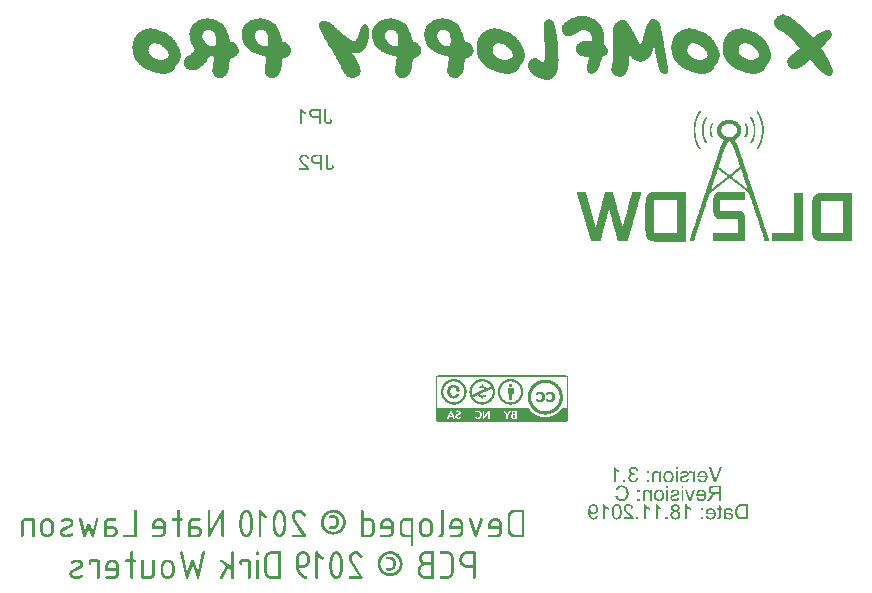
<source format=gbo>
G04*
G04 #@! TF.GenerationSoftware,Altium Limited,Altium Designer,21.1.1 (26)*
G04*
G04 Layer_Color=32896*
%FSLAX25Y25*%
%MOIN*%
G70*
G04*
G04 #@! TF.SameCoordinates,C9F6B278-B4AD-4305-9E7D-9AC12232687F*
G04*
G04*
G04 #@! TF.FilePolarity,Positive*
G04*
G01*
G75*
G36*
X288612Y155190D02*
X288716D01*
Y155085D01*
X288821D01*
Y154981D01*
Y154876D01*
X288925D01*
Y154772D01*
Y154667D01*
X289029D01*
Y154563D01*
Y154458D01*
Y154354D01*
X289134D01*
Y154250D01*
Y154145D01*
Y154041D01*
X289238D01*
Y153936D01*
Y153832D01*
Y153727D01*
Y153623D01*
Y153518D01*
X289343D01*
Y153414D01*
Y153309D01*
Y153205D01*
Y153101D01*
Y152996D01*
Y152892D01*
Y152787D01*
Y152683D01*
Y152578D01*
X289238D01*
Y152474D01*
Y152369D01*
Y152265D01*
Y152160D01*
Y152056D01*
Y151951D01*
X289134D01*
Y151847D01*
Y151742D01*
Y151638D01*
Y151534D01*
X289029D01*
Y151429D01*
Y151325D01*
X288925D01*
Y151220D01*
Y151116D01*
X288821D01*
Y151011D01*
Y150907D01*
X288716D01*
Y150802D01*
Y150698D01*
X288612D01*
Y150593D01*
X288298D01*
Y150698D01*
X288194D01*
Y150802D01*
Y150907D01*
X288089D01*
Y151011D01*
X288194D01*
Y151116D01*
Y151220D01*
X288298D01*
Y151325D01*
Y151429D01*
X288403D01*
Y151534D01*
Y151638D01*
X288507D01*
Y151742D01*
Y151847D01*
X288612D01*
Y151951D01*
Y152056D01*
Y152160D01*
X288716D01*
Y152265D01*
Y152369D01*
Y152474D01*
Y152578D01*
Y152683D01*
Y152787D01*
Y152892D01*
Y152996D01*
Y153101D01*
Y153205D01*
Y153309D01*
Y153414D01*
Y153518D01*
Y153623D01*
Y153727D01*
X288612D01*
Y153832D01*
Y153936D01*
Y154041D01*
Y154145D01*
X288507D01*
Y154250D01*
Y154354D01*
X288403D01*
Y154458D01*
Y154563D01*
X288298D01*
Y154667D01*
Y154772D01*
X288194D01*
Y154876D01*
Y154981D01*
Y155085D01*
Y155190D01*
X288298D01*
Y155294D01*
X288612D01*
Y155190D01*
D02*
G37*
G36*
X277539D02*
Y155085D01*
X277643D01*
Y154981D01*
Y154876D01*
Y154772D01*
X277539D01*
Y154667D01*
X277434D01*
Y154563D01*
X277330D01*
Y154458D01*
Y154354D01*
X277225D01*
Y154250D01*
Y154145D01*
X277121D01*
Y154041D01*
Y153936D01*
Y153832D01*
Y153727D01*
X277016D01*
Y153623D01*
Y153518D01*
Y153414D01*
Y153309D01*
Y153205D01*
Y153101D01*
Y152996D01*
Y152892D01*
Y152787D01*
Y152683D01*
Y152578D01*
Y152474D01*
Y152369D01*
Y152265D01*
X277121D01*
Y152160D01*
Y152056D01*
Y151951D01*
Y151847D01*
X277225D01*
Y151742D01*
Y151638D01*
X277330D01*
Y151534D01*
Y151429D01*
X277434D01*
Y151325D01*
Y151220D01*
X277539D01*
Y151116D01*
X277643D01*
Y151011D01*
Y150907D01*
Y150802D01*
X277539D01*
Y150698D01*
X277434D01*
Y150593D01*
X277121D01*
Y150698D01*
X277016D01*
Y150802D01*
Y150907D01*
X276912D01*
Y151011D01*
Y151116D01*
X276807D01*
Y151220D01*
X276703D01*
Y151325D01*
Y151429D01*
Y151534D01*
X276599D01*
Y151638D01*
Y151742D01*
Y151847D01*
X276494D01*
Y151951D01*
Y152056D01*
Y152160D01*
Y152265D01*
Y152369D01*
Y152474D01*
Y152578D01*
Y152683D01*
Y152787D01*
Y152892D01*
Y152996D01*
Y153101D01*
Y153205D01*
Y153309D01*
Y153414D01*
X276390D01*
Y153518D01*
X276494D01*
Y153623D01*
Y153727D01*
Y153832D01*
Y153936D01*
Y154041D01*
X276599D01*
Y154145D01*
Y154250D01*
Y154354D01*
X276703D01*
Y154458D01*
Y154563D01*
X276807D01*
Y154667D01*
Y154772D01*
Y154876D01*
X276912D01*
Y154981D01*
Y155085D01*
X277016D01*
Y155190D01*
X277121D01*
Y155294D01*
X277539D01*
Y155190D01*
D02*
G37*
G36*
X290596Y157175D02*
Y157070D01*
X290701D01*
Y156966D01*
X290805D01*
Y156861D01*
Y156757D01*
X290910D01*
Y156652D01*
Y156548D01*
X291014D01*
Y156443D01*
Y156339D01*
X291119D01*
Y156234D01*
Y156130D01*
X291223D01*
Y156025D01*
Y155921D01*
Y155816D01*
Y155712D01*
X291328D01*
Y155608D01*
Y155503D01*
X291432D01*
Y155399D01*
Y155294D01*
Y155190D01*
X291536D01*
Y155085D01*
Y154981D01*
Y154876D01*
Y154772D01*
Y154667D01*
X291641D01*
Y154563D01*
Y154458D01*
Y154354D01*
Y154250D01*
Y154145D01*
X291745D01*
Y154041D01*
Y153936D01*
Y153832D01*
Y153727D01*
Y153623D01*
Y153518D01*
Y153414D01*
Y153309D01*
Y153205D01*
Y153101D01*
Y152996D01*
Y152892D01*
Y152787D01*
Y152683D01*
Y152578D01*
Y152474D01*
Y152369D01*
Y152265D01*
Y152160D01*
Y152056D01*
Y151951D01*
Y151847D01*
X291641D01*
Y151742D01*
Y151638D01*
Y151534D01*
Y151429D01*
Y151325D01*
Y151220D01*
X291536D01*
Y151116D01*
Y151011D01*
Y150907D01*
Y150802D01*
X291432D01*
Y150698D01*
Y150593D01*
Y150489D01*
X291328D01*
Y150384D01*
Y150280D01*
Y150176D01*
Y150071D01*
X291223D01*
Y149967D01*
Y149862D01*
Y149758D01*
X291119D01*
Y149653D01*
Y149549D01*
X291014D01*
Y149444D01*
Y149340D01*
X290910D01*
Y149235D01*
Y149131D01*
X290805D01*
Y149027D01*
X290701D01*
Y148922D01*
Y148818D01*
X290596D01*
Y148713D01*
X290492D01*
Y148609D01*
X290178D01*
Y148713D01*
X290074D01*
Y148818D01*
Y148922D01*
Y149027D01*
Y149131D01*
X290178D01*
Y149235D01*
Y149340D01*
X290283D01*
Y149444D01*
Y149549D01*
X290387D01*
Y149653D01*
X290492D01*
Y149758D01*
Y149862D01*
X290596D01*
Y149967D01*
Y150071D01*
X290701D01*
Y150176D01*
Y150280D01*
Y150384D01*
X290805D01*
Y150489D01*
Y150593D01*
Y150698D01*
X290910D01*
Y150802D01*
Y150907D01*
Y151011D01*
X291014D01*
Y151116D01*
Y151220D01*
Y151325D01*
Y151429D01*
Y151534D01*
X291119D01*
Y151638D01*
Y151742D01*
Y151847D01*
Y151951D01*
Y152056D01*
Y152160D01*
Y152265D01*
X291223D01*
Y152369D01*
Y152474D01*
Y152578D01*
Y152683D01*
Y152787D01*
Y152892D01*
Y152996D01*
Y153101D01*
Y153205D01*
Y153309D01*
Y153414D01*
Y153518D01*
Y153623D01*
Y153727D01*
Y153832D01*
X291119D01*
Y153936D01*
Y154041D01*
Y154145D01*
Y154250D01*
Y154354D01*
Y154458D01*
X291014D01*
Y154563D01*
Y154667D01*
Y154772D01*
Y154876D01*
Y154981D01*
X290910D01*
Y155085D01*
Y155190D01*
X290805D01*
Y155294D01*
Y155399D01*
Y155503D01*
X290701D01*
Y155608D01*
Y155712D01*
Y155816D01*
X290596D01*
Y155921D01*
Y156025D01*
X290492D01*
Y156130D01*
Y156234D01*
X290387D01*
Y156339D01*
Y156443D01*
X290283D01*
Y156548D01*
X290178D01*
Y156652D01*
Y156757D01*
X290074D01*
Y156861D01*
Y156966D01*
Y157070D01*
Y157175D01*
Y157279D01*
X290596D01*
Y157175D01*
D02*
G37*
G36*
X275554D02*
X275658D01*
Y157070D01*
Y156966D01*
Y156861D01*
X275554D01*
Y156757D01*
Y156652D01*
X275449D01*
Y156548D01*
Y156443D01*
X275345D01*
Y156339D01*
X275240D01*
Y156234D01*
Y156130D01*
X275136D01*
Y156025D01*
Y155921D01*
X275032D01*
Y155816D01*
Y155712D01*
Y155608D01*
X274927D01*
Y155503D01*
Y155399D01*
X274823D01*
Y155294D01*
Y155190D01*
Y155085D01*
X274718D01*
Y154981D01*
Y154876D01*
Y154772D01*
Y154667D01*
X274614D01*
Y154563D01*
Y154458D01*
Y154354D01*
Y154250D01*
Y154145D01*
X274509D01*
Y154041D01*
Y153936D01*
Y153832D01*
Y153727D01*
Y153623D01*
Y153518D01*
Y153414D01*
Y153309D01*
Y153205D01*
Y153101D01*
Y152996D01*
Y152892D01*
Y152787D01*
Y152683D01*
Y152578D01*
Y152474D01*
Y152369D01*
Y152265D01*
Y152160D01*
Y152056D01*
Y151951D01*
Y151847D01*
X274614D01*
Y151742D01*
Y151638D01*
Y151534D01*
Y151429D01*
Y151325D01*
Y151220D01*
X274718D01*
Y151116D01*
Y151011D01*
Y150907D01*
X274823D01*
Y150802D01*
Y150698D01*
Y150593D01*
X274927D01*
Y150489D01*
Y150384D01*
Y150280D01*
X275032D01*
Y150176D01*
Y150071D01*
X275136D01*
Y149967D01*
Y149862D01*
X275240D01*
Y149758D01*
Y149653D01*
X275345D01*
Y149549D01*
Y149444D01*
X275449D01*
Y149340D01*
X275554D01*
Y149235D01*
Y149131D01*
X275658D01*
Y149027D01*
Y148922D01*
Y148818D01*
Y148713D01*
X275554D01*
Y148609D01*
X275136D01*
Y148713D01*
Y148818D01*
X275032D01*
Y148922D01*
X274927D01*
Y149027D01*
Y149131D01*
X274823D01*
Y149235D01*
X274718D01*
Y149340D01*
Y149444D01*
X274614D01*
Y149549D01*
Y149653D01*
X274509D01*
Y149758D01*
Y149862D01*
Y149967D01*
X274405D01*
Y150071D01*
Y150176D01*
Y150280D01*
X274300D01*
Y150384D01*
Y150489D01*
Y150593D01*
X274196D01*
Y150698D01*
Y150802D01*
Y150907D01*
Y151011D01*
X274091D01*
Y151116D01*
Y151220D01*
Y151325D01*
Y151429D01*
Y151534D01*
X273987D01*
Y151638D01*
Y151742D01*
Y151847D01*
Y151951D01*
Y152056D01*
Y152160D01*
Y152265D01*
X273883D01*
Y152369D01*
Y152474D01*
Y152578D01*
Y152683D01*
Y152787D01*
Y152892D01*
Y152996D01*
Y153101D01*
Y153205D01*
Y153309D01*
Y153414D01*
Y153518D01*
Y153623D01*
Y153727D01*
X273987D01*
Y153832D01*
Y153936D01*
Y154041D01*
Y154145D01*
Y154250D01*
Y154354D01*
Y154458D01*
X274091D01*
Y154563D01*
Y154667D01*
Y154772D01*
Y154876D01*
Y154981D01*
X274196D01*
Y155085D01*
Y155190D01*
Y155294D01*
Y155399D01*
X274300D01*
Y155503D01*
Y155608D01*
Y155712D01*
X274405D01*
Y155816D01*
Y155921D01*
Y156025D01*
X274509D01*
Y156130D01*
Y156234D01*
X274614D01*
Y156339D01*
Y156443D01*
X274718D01*
Y156548D01*
Y156652D01*
Y156757D01*
X274823D01*
Y156861D01*
X274927D01*
Y156966D01*
X275032D01*
Y157070D01*
Y157175D01*
X275136D01*
Y157279D01*
X275554D01*
Y157175D01*
D02*
G37*
G36*
X292581Y159264D02*
X292686D01*
Y159159D01*
X292790D01*
Y159055D01*
X292894D01*
Y158950D01*
X292999D01*
Y158846D01*
Y158741D01*
X293103D01*
Y158637D01*
Y158533D01*
X293208D01*
Y158428D01*
X293312D01*
Y158324D01*
Y158219D01*
Y158115D01*
X293417D01*
Y158010D01*
Y157906D01*
X293521D01*
Y157801D01*
Y157697D01*
X293626D01*
Y157592D01*
Y157488D01*
Y157383D01*
X293730D01*
Y157279D01*
Y157175D01*
X293835D01*
Y157070D01*
Y156966D01*
Y156861D01*
X293939D01*
Y156757D01*
Y156652D01*
Y156548D01*
Y156443D01*
X294043D01*
Y156339D01*
Y156234D01*
Y156130D01*
Y156025D01*
X294148D01*
Y155921D01*
Y155816D01*
Y155712D01*
Y155608D01*
Y155503D01*
X294252D01*
Y155399D01*
Y155294D01*
Y155190D01*
Y155085D01*
Y154981D01*
X294357D01*
Y154876D01*
Y154772D01*
Y154667D01*
Y154563D01*
Y154458D01*
Y154354D01*
Y154250D01*
X294461D01*
Y154145D01*
Y154041D01*
Y153936D01*
Y153832D01*
Y153727D01*
Y153623D01*
Y153518D01*
Y153414D01*
Y153309D01*
Y153205D01*
Y153101D01*
Y152996D01*
Y152892D01*
Y152787D01*
Y152683D01*
Y152578D01*
Y152474D01*
Y152369D01*
Y152265D01*
Y152160D01*
Y152056D01*
Y151951D01*
Y151847D01*
Y151742D01*
X294357D01*
Y151638D01*
Y151534D01*
Y151429D01*
Y151325D01*
Y151220D01*
Y151116D01*
Y151011D01*
Y150907D01*
X294252D01*
Y150802D01*
Y150698D01*
Y150593D01*
Y150489D01*
Y150384D01*
X294148D01*
Y150280D01*
Y150176D01*
Y150071D01*
Y149967D01*
X294043D01*
Y149862D01*
Y149758D01*
Y149653D01*
Y149549D01*
X293939D01*
Y149444D01*
Y149340D01*
Y149235D01*
X293835D01*
Y149131D01*
X293939D01*
Y149027D01*
X293835D01*
Y148922D01*
Y148818D01*
Y148713D01*
X293730D01*
Y148609D01*
Y148504D01*
X293626D01*
Y148400D01*
Y148295D01*
X293521D01*
Y148191D01*
Y148086D01*
X293417D01*
Y147982D01*
Y147877D01*
Y147773D01*
X293312D01*
Y147669D01*
Y147564D01*
X293208D01*
Y147460D01*
X293103D01*
Y147355D01*
Y147251D01*
X292999D01*
Y147146D01*
Y147042D01*
X292894D01*
Y146937D01*
Y146833D01*
X292790D01*
Y146728D01*
X292686D01*
Y146624D01*
X292268D01*
Y146728D01*
Y146833D01*
X292163D01*
Y146937D01*
Y147042D01*
X292268D01*
Y147146D01*
Y147251D01*
X292372D01*
Y147355D01*
Y147460D01*
X292477D01*
Y147564D01*
X292581D01*
Y147669D01*
Y147773D01*
X292686D01*
Y147877D01*
Y147982D01*
X292790D01*
Y148086D01*
Y148191D01*
X292894D01*
Y148295D01*
Y148400D01*
X292999D01*
Y148504D01*
Y148609D01*
X293103D01*
Y148713D01*
Y148818D01*
X293208D01*
Y148922D01*
Y149027D01*
X293312D01*
Y149131D01*
Y149235D01*
Y149340D01*
Y149444D01*
X293417D01*
Y149549D01*
Y149653D01*
Y149758D01*
Y149862D01*
X293521D01*
Y149967D01*
Y150071D01*
Y150176D01*
X293626D01*
Y150280D01*
Y150384D01*
Y150489D01*
Y150593D01*
Y150698D01*
X293730D01*
Y150802D01*
Y150907D01*
Y151011D01*
Y151116D01*
Y151220D01*
Y151325D01*
X293835D01*
Y151429D01*
Y151534D01*
Y151638D01*
Y151742D01*
Y151847D01*
Y151951D01*
Y152056D01*
Y152160D01*
Y152265D01*
Y152369D01*
X293939D01*
Y152474D01*
Y152578D01*
Y152683D01*
Y152787D01*
Y152892D01*
Y152996D01*
Y153101D01*
Y153205D01*
Y153309D01*
Y153414D01*
Y153518D01*
Y153623D01*
X293835D01*
Y153727D01*
Y153832D01*
Y153936D01*
Y154041D01*
Y154145D01*
Y154250D01*
Y154354D01*
Y154458D01*
Y154563D01*
Y154667D01*
X293730D01*
Y154772D01*
Y154876D01*
Y154981D01*
Y155085D01*
Y155190D01*
X293626D01*
Y155294D01*
Y155399D01*
Y155503D01*
Y155608D01*
Y155712D01*
X293521D01*
Y155816D01*
Y155921D01*
Y156025D01*
X293417D01*
Y156130D01*
Y156234D01*
Y156339D01*
Y156443D01*
Y156548D01*
Y156652D01*
X293312D01*
Y156757D01*
Y156861D01*
X293208D01*
Y156966D01*
Y157070D01*
Y157175D01*
X293103D01*
Y157279D01*
Y157383D01*
X292999D01*
Y157488D01*
Y157592D01*
Y157697D01*
X292894D01*
Y157801D01*
X292790D01*
Y157906D01*
Y158010D01*
X292686D01*
Y158115D01*
Y158219D01*
X292581D01*
Y158324D01*
X292477D01*
Y158428D01*
Y158533D01*
X292372D01*
Y158637D01*
X292268D01*
Y158741D01*
Y158846D01*
Y158950D01*
X292163D01*
Y159055D01*
X292268D01*
Y159159D01*
Y159264D01*
X292372D01*
Y159368D01*
X292581D01*
Y159264D01*
D02*
G37*
G36*
X273360D02*
X273465D01*
Y159159D01*
Y159055D01*
Y158950D01*
Y158846D01*
X273360D01*
Y158741D01*
Y158637D01*
X273256D01*
Y158533D01*
X273151D01*
Y158428D01*
Y158324D01*
X273047D01*
Y158219D01*
Y158115D01*
X272942D01*
Y158010D01*
X272838D01*
Y157906D01*
Y157801D01*
X272733D01*
Y157697D01*
Y157592D01*
X272629D01*
Y157488D01*
Y157383D01*
X272524D01*
Y157279D01*
Y157175D01*
X272420D01*
Y157070D01*
Y156966D01*
Y156861D01*
Y156757D01*
X272316D01*
Y156652D01*
Y156548D01*
Y156443D01*
X272211D01*
Y156339D01*
Y156234D01*
Y156130D01*
Y156025D01*
X272107D01*
Y155921D01*
Y155816D01*
Y155712D01*
X272002D01*
Y155608D01*
Y155503D01*
Y155399D01*
Y155294D01*
X271898D01*
Y155190D01*
Y155085D01*
Y154981D01*
Y154876D01*
X271793D01*
Y154772D01*
Y154667D01*
Y154563D01*
Y154458D01*
Y154354D01*
Y154250D01*
Y154145D01*
Y154041D01*
X271689D01*
Y153936D01*
Y153832D01*
Y153727D01*
Y153623D01*
Y153518D01*
Y153414D01*
Y153309D01*
Y153205D01*
Y153101D01*
Y152996D01*
Y152892D01*
Y152787D01*
Y152683D01*
Y152578D01*
Y152474D01*
Y152369D01*
Y152265D01*
Y152160D01*
Y152056D01*
Y151951D01*
X271793D01*
Y151847D01*
Y151742D01*
Y151638D01*
Y151534D01*
Y151429D01*
Y151325D01*
Y151220D01*
X271898D01*
Y151116D01*
Y151011D01*
Y150907D01*
Y150802D01*
Y150698D01*
X272002D01*
Y150593D01*
Y150489D01*
Y150384D01*
Y150280D01*
Y150176D01*
X272107D01*
Y150071D01*
Y149967D01*
Y149862D01*
X272211D01*
Y149758D01*
Y149653D01*
Y149549D01*
Y149444D01*
X272316D01*
Y149340D01*
Y149235D01*
X272420D01*
Y149131D01*
Y149027D01*
Y148922D01*
X272524D01*
Y148818D01*
Y148713D01*
Y148609D01*
Y148504D01*
X272629D01*
Y148400D01*
X272733D01*
Y148295D01*
Y148191D01*
X272838D01*
Y148086D01*
Y147982D01*
X272942D01*
Y147877D01*
X273047D01*
Y147773D01*
Y147669D01*
Y147564D01*
X273151D01*
Y147460D01*
X273256D01*
Y147355D01*
X273360D01*
Y147251D01*
Y147146D01*
X273465D01*
Y147042D01*
Y146937D01*
Y146833D01*
Y146728D01*
X273360D01*
Y146624D01*
X273256D01*
Y146519D01*
X273151D01*
Y146624D01*
X272942D01*
Y146728D01*
X272838D01*
Y146833D01*
Y146937D01*
X272733D01*
Y147042D01*
Y147146D01*
X272629D01*
Y147251D01*
X272524D01*
Y147355D01*
Y147460D01*
X272420D01*
Y147564D01*
Y147669D01*
X272316D01*
Y147773D01*
X272211D01*
Y147877D01*
Y147982D01*
Y148086D01*
X272107D01*
Y148191D01*
Y148295D01*
X272002D01*
Y148400D01*
Y148504D01*
X271898D01*
Y148609D01*
Y148713D01*
Y148818D01*
X271793D01*
Y148922D01*
Y149027D01*
Y149131D01*
X271689D01*
Y149235D01*
Y149340D01*
Y149444D01*
X271584D01*
Y149549D01*
Y149653D01*
Y149758D01*
X271480D01*
Y149862D01*
Y149967D01*
Y150071D01*
Y150176D01*
Y150280D01*
X271375D01*
Y150384D01*
Y150489D01*
Y150593D01*
Y150698D01*
X271271D01*
Y150802D01*
Y150907D01*
Y151011D01*
Y151116D01*
Y151220D01*
Y151325D01*
Y151429D01*
X271166D01*
Y151534D01*
Y151638D01*
Y151742D01*
Y151847D01*
Y151951D01*
Y152056D01*
Y152160D01*
Y152265D01*
Y152369D01*
Y152474D01*
Y152578D01*
Y152683D01*
Y152787D01*
Y152892D01*
Y152996D01*
Y153101D01*
Y153205D01*
Y153309D01*
Y153414D01*
Y153518D01*
Y153623D01*
Y153727D01*
Y153832D01*
Y153936D01*
Y154041D01*
Y154145D01*
Y154250D01*
Y154354D01*
Y154458D01*
Y154563D01*
X271271D01*
Y154667D01*
Y154772D01*
Y154876D01*
Y154981D01*
Y155085D01*
Y155190D01*
X271375D01*
Y155294D01*
Y155399D01*
Y155503D01*
Y155608D01*
Y155712D01*
X271480D01*
Y155816D01*
Y155921D01*
Y156025D01*
Y156130D01*
X271584D01*
Y156234D01*
Y156339D01*
Y156443D01*
X271689D01*
Y156548D01*
Y156652D01*
Y156757D01*
X271793D01*
Y156861D01*
Y156966D01*
Y157070D01*
Y157175D01*
X271898D01*
Y157279D01*
Y157383D01*
X272002D01*
Y157488D01*
Y157592D01*
Y157697D01*
X272107D01*
Y157801D01*
Y157906D01*
X272211D01*
Y158010D01*
Y158115D01*
X272316D01*
Y158219D01*
Y158324D01*
X272420D01*
Y158428D01*
Y158533D01*
X272524D01*
Y158637D01*
Y158741D01*
X272629D01*
Y158846D01*
X272733D01*
Y158950D01*
Y159055D01*
X272838D01*
Y159159D01*
X272942D01*
Y159264D01*
X273047D01*
Y159368D01*
X273360D01*
Y159264D01*
D02*
G37*
G36*
X253826Y132417D02*
Y132313D01*
X253721D01*
Y132208D01*
Y132104D01*
Y131999D01*
Y131895D01*
X253617D01*
Y131790D01*
Y131686D01*
Y131581D01*
Y131477D01*
X253513D01*
Y131373D01*
Y131268D01*
Y131164D01*
Y131059D01*
X253408D01*
Y130955D01*
Y130850D01*
Y130746D01*
X253304D01*
Y130641D01*
Y130537D01*
Y130432D01*
X253199D01*
Y130328D01*
Y130224D01*
Y130119D01*
Y130015D01*
X253095D01*
Y129910D01*
Y129806D01*
Y129701D01*
X252990D01*
Y129597D01*
Y129492D01*
Y129388D01*
X252886D01*
Y129283D01*
Y129179D01*
Y129074D01*
Y128970D01*
X252781D01*
Y128866D01*
Y128761D01*
Y128657D01*
Y128552D01*
Y128448D01*
X252677D01*
Y128343D01*
Y128239D01*
Y128134D01*
X252572D01*
Y128030D01*
Y127925D01*
Y127821D01*
X252468D01*
Y127716D01*
Y127612D01*
Y127507D01*
Y127403D01*
X252363D01*
Y127299D01*
Y127194D01*
Y127090D01*
X252259D01*
Y126985D01*
Y126881D01*
Y126776D01*
Y126672D01*
X252155D01*
Y126567D01*
Y126463D01*
Y126358D01*
X252050D01*
Y126254D01*
Y126149D01*
Y126045D01*
X251946D01*
Y125941D01*
Y125836D01*
Y125732D01*
Y125627D01*
Y125523D01*
X251841D01*
Y125418D01*
Y125314D01*
Y125209D01*
X251737D01*
Y125105D01*
Y125000D01*
Y124896D01*
Y124792D01*
X251632D01*
Y124687D01*
Y124583D01*
Y124478D01*
X251528D01*
Y124374D01*
Y124269D01*
Y124165D01*
Y124060D01*
X251423D01*
Y123956D01*
Y123851D01*
Y123747D01*
X251319D01*
Y123642D01*
Y123538D01*
Y123433D01*
X251214D01*
Y123329D01*
Y123225D01*
Y123120D01*
Y123016D01*
X251110D01*
Y122911D01*
Y122807D01*
Y122702D01*
X251006D01*
Y122598D01*
Y122493D01*
Y122389D01*
Y122284D01*
Y122180D01*
X250901D01*
Y122075D01*
Y121971D01*
Y121867D01*
Y121762D01*
X250797D01*
Y121658D01*
Y121553D01*
Y121449D01*
X250692D01*
Y121344D01*
Y121240D01*
Y121135D01*
X250588D01*
Y121031D01*
Y120926D01*
Y120822D01*
X250483D01*
Y120718D01*
Y120613D01*
Y120509D01*
Y120404D01*
X250379D01*
Y120300D01*
Y120195D01*
Y120091D01*
X250274D01*
Y119986D01*
Y119882D01*
Y119777D01*
X250170D01*
Y119673D01*
Y119568D01*
Y119464D01*
Y119360D01*
X250065D01*
Y119255D01*
Y119151D01*
Y119046D01*
Y118942D01*
Y118837D01*
X249961D01*
Y118733D01*
Y118628D01*
Y118524D01*
X249856D01*
Y118419D01*
Y118315D01*
Y118210D01*
X249752D01*
Y118106D01*
Y118001D01*
Y117897D01*
Y117793D01*
X249647D01*
Y117688D01*
Y117584D01*
Y117479D01*
X249543D01*
Y117375D01*
Y117270D01*
Y117166D01*
Y117061D01*
X249439D01*
Y116957D01*
Y116852D01*
Y116748D01*
X249334D01*
Y116644D01*
Y116539D01*
Y116435D01*
Y116330D01*
X249230D01*
Y116226D01*
Y116121D01*
Y116017D01*
X245887D01*
Y116121D01*
Y116226D01*
Y116330D01*
X245782D01*
Y116435D01*
Y116539D01*
Y116644D01*
X245678D01*
Y116748D01*
Y116852D01*
Y116957D01*
Y117061D01*
X245573D01*
Y117166D01*
Y117270D01*
Y117375D01*
X245469D01*
Y117479D01*
Y117584D01*
Y117688D01*
Y117793D01*
X245365D01*
Y117897D01*
Y118001D01*
Y118106D01*
X245260D01*
Y118210D01*
Y118315D01*
Y118419D01*
X245156D01*
Y118524D01*
Y118628D01*
Y118733D01*
Y118837D01*
Y118942D01*
Y119046D01*
X245051D01*
Y119151D01*
Y119255D01*
Y119360D01*
X244947D01*
Y119464D01*
Y119568D01*
Y119673D01*
Y119777D01*
X244842D01*
Y119882D01*
Y119986D01*
Y120091D01*
X244738D01*
Y120195D01*
Y120300D01*
Y120404D01*
Y120509D01*
X244633D01*
Y120613D01*
Y120718D01*
Y120822D01*
X244529D01*
Y120926D01*
Y121031D01*
Y121135D01*
X244424D01*
Y121240D01*
Y121344D01*
Y121449D01*
Y121553D01*
X244320D01*
Y121658D01*
Y121762D01*
Y121867D01*
Y121971D01*
Y122075D01*
X244215D01*
Y122180D01*
Y122284D01*
Y122389D01*
Y122493D01*
X244111D01*
Y122598D01*
Y122702D01*
Y122807D01*
X244007D01*
Y122911D01*
Y123016D01*
Y123120D01*
Y123225D01*
X243902D01*
Y123329D01*
Y123433D01*
Y123538D01*
X243798D01*
Y123642D01*
Y123747D01*
Y123851D01*
Y123956D01*
X243693D01*
Y124060D01*
Y124165D01*
Y124269D01*
X243589D01*
Y124374D01*
Y124478D01*
Y124583D01*
X243484D01*
Y124687D01*
Y124792D01*
Y124896D01*
Y125000D01*
X243380D01*
Y125105D01*
Y125209D01*
Y125314D01*
Y125418D01*
Y125523D01*
X243275D01*
Y125627D01*
Y125732D01*
Y125836D01*
Y125941D01*
X243171D01*
Y126045D01*
Y126149D01*
Y126254D01*
X243066D01*
Y126358D01*
Y126463D01*
X242858D01*
Y126358D01*
Y126254D01*
Y126149D01*
X242753D01*
Y126045D01*
Y125941D01*
Y125836D01*
X242649D01*
Y125732D01*
Y125627D01*
Y125523D01*
Y125418D01*
X242544D01*
Y125314D01*
Y125209D01*
Y125105D01*
X242440D01*
Y125000D01*
Y124896D01*
Y124792D01*
Y124687D01*
X242335D01*
Y124583D01*
Y124478D01*
Y124374D01*
Y124269D01*
X242231D01*
Y124165D01*
Y124060D01*
Y123956D01*
X242126D01*
Y123851D01*
Y123747D01*
Y123642D01*
Y123538D01*
X242022D01*
Y123433D01*
X242126D01*
Y123329D01*
X242022D01*
Y123225D01*
Y123120D01*
Y123016D01*
X241917D01*
Y122911D01*
Y122807D01*
Y122702D01*
Y122598D01*
X241813D01*
Y122493D01*
Y122389D01*
Y122284D01*
X241708D01*
Y122180D01*
Y122075D01*
Y121971D01*
Y121867D01*
X241604D01*
Y121762D01*
Y121658D01*
Y121553D01*
Y121449D01*
X241499D01*
Y121344D01*
Y121240D01*
Y121135D01*
X241395D01*
Y121031D01*
Y120926D01*
Y120822D01*
Y120718D01*
X241291D01*
Y120613D01*
Y120509D01*
Y120404D01*
X241186D01*
Y120300D01*
Y120195D01*
Y120091D01*
Y119986D01*
X241082D01*
Y119882D01*
X241186D01*
Y119777D01*
X241082D01*
Y119673D01*
Y119568D01*
Y119464D01*
X240977D01*
Y119360D01*
Y119255D01*
Y119151D01*
Y119046D01*
X240873D01*
Y118942D01*
Y118837D01*
Y118733D01*
X240768D01*
Y118628D01*
Y118524D01*
Y118419D01*
Y118315D01*
X240664D01*
Y118210D01*
Y118106D01*
Y118001D01*
Y117897D01*
X240559D01*
Y117793D01*
Y117688D01*
Y117584D01*
X240455D01*
Y117479D01*
Y117375D01*
Y117270D01*
Y117166D01*
X240350D01*
Y117061D01*
Y116957D01*
Y116852D01*
X240246D01*
Y116748D01*
Y116644D01*
Y116539D01*
Y116435D01*
Y116330D01*
Y116226D01*
X240142D01*
Y116121D01*
Y116017D01*
X236903D01*
Y116121D01*
Y116226D01*
Y116330D01*
X236799D01*
Y116435D01*
Y116539D01*
Y116644D01*
Y116748D01*
X236694D01*
Y116852D01*
Y116957D01*
Y117061D01*
X236590D01*
Y117166D01*
Y117270D01*
Y117375D01*
X236485D01*
Y117479D01*
Y117584D01*
Y117688D01*
X236381D01*
Y117793D01*
Y117897D01*
Y118001D01*
Y118106D01*
X236276D01*
Y118210D01*
Y118315D01*
Y118419D01*
X236172D01*
Y118524D01*
Y118628D01*
Y118733D01*
Y118837D01*
Y118942D01*
X236068D01*
Y119046D01*
Y119151D01*
Y119255D01*
X235963D01*
Y119360D01*
Y119464D01*
Y119568D01*
X235859D01*
Y119673D01*
Y119777D01*
Y119882D01*
Y119986D01*
X235754D01*
Y120091D01*
Y120195D01*
X235650D01*
Y120300D01*
Y120404D01*
Y120509D01*
Y120613D01*
X235545D01*
Y120718D01*
Y120822D01*
Y120926D01*
X235441D01*
Y121031D01*
Y121135D01*
Y121240D01*
X235336D01*
Y121344D01*
Y121449D01*
Y121553D01*
X235232D01*
Y121658D01*
X235336D01*
Y121762D01*
X235232D01*
Y121867D01*
Y121971D01*
Y122075D01*
X235127D01*
Y122180D01*
Y122284D01*
Y122389D01*
Y122493D01*
X235023D01*
Y122598D01*
Y122702D01*
X234918D01*
Y122807D01*
Y122911D01*
Y123016D01*
Y123120D01*
X234814D01*
Y123225D01*
Y123329D01*
Y123433D01*
X234710D01*
Y123538D01*
Y123642D01*
Y123747D01*
X234605D01*
Y123851D01*
Y123956D01*
Y124060D01*
Y124165D01*
X234501D01*
Y124269D01*
Y124374D01*
Y124478D01*
Y124583D01*
X234396D01*
Y124687D01*
Y124792D01*
Y124896D01*
Y125000D01*
X234292D01*
Y125105D01*
Y125209D01*
Y125314D01*
X234187D01*
Y125418D01*
Y125523D01*
Y125627D01*
X234083D01*
Y125732D01*
Y125836D01*
Y125941D01*
X233978D01*
Y126045D01*
Y126149D01*
Y126254D01*
X233874D01*
Y126358D01*
Y126463D01*
Y126567D01*
Y126672D01*
X233769D01*
Y126776D01*
Y126881D01*
Y126985D01*
X233665D01*
Y127090D01*
Y127194D01*
Y127299D01*
X233560D01*
Y127403D01*
Y127507D01*
Y127612D01*
X233456D01*
Y127716D01*
X233560D01*
Y127821D01*
X233456D01*
Y127925D01*
Y128030D01*
Y128134D01*
X233351D01*
Y128239D01*
Y128343D01*
Y128448D01*
X233247D01*
Y128552D01*
Y128657D01*
Y128761D01*
Y128866D01*
X233143D01*
Y128970D01*
Y129074D01*
Y129179D01*
X233038D01*
Y129283D01*
Y129388D01*
Y129492D01*
X232934D01*
Y129597D01*
Y129701D01*
Y129806D01*
X232829D01*
Y129910D01*
Y130015D01*
Y130119D01*
X232725D01*
Y130224D01*
Y130328D01*
Y130432D01*
Y130537D01*
X232620D01*
Y130641D01*
Y130746D01*
Y130850D01*
X232516D01*
Y130955D01*
Y131059D01*
Y131164D01*
Y131268D01*
Y131373D01*
X232411D01*
Y131477D01*
Y131581D01*
Y131686D01*
X232307D01*
Y131790D01*
Y131895D01*
Y131999D01*
X232202D01*
Y132104D01*
Y132208D01*
Y132313D01*
X232098D01*
Y132417D01*
Y132522D01*
X235232D01*
Y132417D01*
Y132313D01*
Y132208D01*
Y132104D01*
X235336D01*
Y131999D01*
Y131895D01*
Y131790D01*
X235441D01*
Y131686D01*
Y131581D01*
Y131477D01*
X235545D01*
Y131373D01*
Y131268D01*
Y131164D01*
Y131059D01*
X235650D01*
Y130955D01*
Y130850D01*
Y130746D01*
X235754D01*
Y130641D01*
Y130537D01*
Y130432D01*
Y130328D01*
X235859D01*
Y130224D01*
Y130119D01*
Y130015D01*
Y129910D01*
X235963D01*
Y129806D01*
Y129701D01*
Y129597D01*
Y129492D01*
X236068D01*
Y129388D01*
Y129283D01*
Y129179D01*
X236172D01*
Y129074D01*
Y128970D01*
Y128866D01*
Y128761D01*
X236276D01*
Y128657D01*
Y128552D01*
Y128448D01*
X236381D01*
Y128343D01*
Y128239D01*
Y128134D01*
X236485D01*
Y128030D01*
Y127925D01*
Y127821D01*
Y127716D01*
X236590D01*
Y127612D01*
Y127507D01*
Y127403D01*
X236694D01*
Y127299D01*
Y127194D01*
Y127090D01*
Y126985D01*
Y126881D01*
X236799D01*
Y126776D01*
Y126672D01*
Y126567D01*
X236903D01*
Y126463D01*
Y126358D01*
Y126254D01*
Y126149D01*
X237008D01*
Y126045D01*
Y125941D01*
Y125836D01*
X237112D01*
Y125732D01*
Y125627D01*
Y125523D01*
Y125418D01*
X237217D01*
Y125314D01*
Y125209D01*
Y125105D01*
X237321D01*
Y125000D01*
Y124896D01*
Y124792D01*
X237425D01*
Y124687D01*
Y124583D01*
Y124478D01*
Y124374D01*
X237530D01*
Y124269D01*
Y124165D01*
Y124060D01*
X237634D01*
Y123956D01*
X237530D01*
Y123851D01*
X237634D01*
Y123747D01*
Y123642D01*
Y123538D01*
X237739D01*
Y123433D01*
Y123329D01*
Y123225D01*
Y123120D01*
X237843D01*
Y123016D01*
Y122911D01*
Y122807D01*
X237948D01*
Y122702D01*
Y122598D01*
Y122493D01*
X238052D01*
Y122389D01*
Y122284D01*
Y122180D01*
X238157D01*
Y122075D01*
Y121971D01*
Y121867D01*
Y121762D01*
X238261D01*
Y121658D01*
Y121553D01*
Y121449D01*
Y121344D01*
X238366D01*
Y121240D01*
Y121135D01*
Y121031D01*
X238470D01*
Y120926D01*
X238366D01*
Y120822D01*
X238575D01*
Y120926D01*
X238679D01*
Y121031D01*
Y121135D01*
X238784D01*
Y121240D01*
Y121344D01*
Y121449D01*
X238888D01*
Y121553D01*
Y121658D01*
Y121762D01*
Y121867D01*
Y121971D01*
Y122075D01*
X238992D01*
Y122180D01*
Y122284D01*
Y122389D01*
X239097D01*
Y122493D01*
Y122598D01*
Y122702D01*
Y122807D01*
X239201D01*
Y122911D01*
Y123016D01*
Y123120D01*
Y123225D01*
X239306D01*
Y123329D01*
Y123433D01*
Y123538D01*
X239410D01*
Y123642D01*
Y123747D01*
Y123851D01*
Y123956D01*
X239515D01*
Y124060D01*
Y124165D01*
Y124269D01*
Y124374D01*
X239619D01*
Y124478D01*
Y124583D01*
Y124687D01*
Y124792D01*
X239724D01*
Y124896D01*
Y125000D01*
Y125105D01*
Y125209D01*
Y125314D01*
X239828D01*
Y125418D01*
Y125523D01*
Y125627D01*
Y125732D01*
X239933D01*
Y125836D01*
Y125941D01*
Y126045D01*
X240037D01*
Y126149D01*
Y126254D01*
Y126358D01*
Y126463D01*
X240142D01*
Y126567D01*
Y126672D01*
Y126776D01*
Y126881D01*
X240246D01*
Y126985D01*
Y127090D01*
Y127194D01*
X240350D01*
Y127299D01*
Y127403D01*
Y127507D01*
Y127612D01*
X240455D01*
Y127716D01*
Y127821D01*
Y127925D01*
Y128030D01*
X240559D01*
Y128134D01*
Y128239D01*
Y128343D01*
Y128448D01*
Y128552D01*
X240664D01*
Y128657D01*
Y128761D01*
Y128866D01*
Y128970D01*
X240768D01*
Y129074D01*
Y129179D01*
Y129283D01*
Y129388D01*
X240873D01*
Y129492D01*
Y129597D01*
Y129701D01*
X240977D01*
Y129806D01*
Y129910D01*
Y130015D01*
Y130119D01*
X241082D01*
Y130224D01*
Y130328D01*
Y130432D01*
Y130537D01*
X241186D01*
Y130641D01*
Y130746D01*
Y130850D01*
X241291D01*
Y130955D01*
Y131059D01*
Y131164D01*
Y131268D01*
X241395D01*
Y131373D01*
Y131477D01*
Y131581D01*
Y131686D01*
X241499D01*
Y131790D01*
Y131895D01*
Y131999D01*
Y132104D01*
Y132208D01*
X241604D01*
Y132313D01*
Y132417D01*
Y132522D01*
X244215D01*
Y132417D01*
Y132313D01*
Y132208D01*
X244320D01*
Y132104D01*
Y131999D01*
Y131895D01*
X244424D01*
Y131790D01*
Y131686D01*
Y131581D01*
Y131477D01*
X244529D01*
Y131373D01*
Y131268D01*
Y131164D01*
X244633D01*
Y131059D01*
Y130955D01*
Y130850D01*
Y130746D01*
X244738D01*
Y130641D01*
Y130537D01*
Y130432D01*
X244842D01*
Y130328D01*
Y130224D01*
Y130119D01*
Y130015D01*
Y129910D01*
X244947D01*
Y129806D01*
Y129701D01*
Y129597D01*
Y129492D01*
X245051D01*
Y129388D01*
Y129283D01*
Y129179D01*
X245156D01*
Y129074D01*
Y128970D01*
Y128866D01*
Y128761D01*
X245260D01*
Y128657D01*
Y128552D01*
Y128448D01*
X245365D01*
Y128343D01*
Y128239D01*
Y128134D01*
X245469D01*
Y128030D01*
Y127925D01*
Y127821D01*
Y127716D01*
X245573D01*
Y127612D01*
Y127507D01*
Y127403D01*
Y127299D01*
Y127194D01*
X245678D01*
Y127090D01*
Y126985D01*
Y126881D01*
Y126776D01*
X245782D01*
Y126672D01*
Y126567D01*
Y126463D01*
X245887D01*
Y126358D01*
Y126254D01*
Y126149D01*
X245991D01*
Y126045D01*
Y125941D01*
Y125836D01*
Y125732D01*
X246096D01*
Y125627D01*
Y125523D01*
Y125418D01*
X246200D01*
Y125314D01*
Y125209D01*
Y125105D01*
Y125000D01*
X246305D01*
Y124896D01*
Y124792D01*
Y124687D01*
X246409D01*
Y124583D01*
Y124478D01*
Y124374D01*
Y124269D01*
X246514D01*
Y124165D01*
Y124060D01*
Y123956D01*
Y123851D01*
Y123747D01*
X246618D01*
Y123642D01*
Y123538D01*
Y123433D01*
X246723D01*
Y123329D01*
Y123225D01*
Y123120D01*
Y123016D01*
X246827D01*
Y122911D01*
Y122807D01*
Y122702D01*
X246932D01*
Y122598D01*
Y122493D01*
Y122389D01*
Y122284D01*
X247036D01*
Y122180D01*
Y122075D01*
Y121971D01*
X247140D01*
Y121867D01*
Y121762D01*
Y121658D01*
Y121553D01*
X247245D01*
Y121449D01*
Y121344D01*
Y121240D01*
X247349D01*
Y121135D01*
Y121031D01*
Y120926D01*
X247454D01*
Y120822D01*
X247558D01*
Y120926D01*
X247663D01*
Y121031D01*
Y121135D01*
Y121240D01*
Y121344D01*
X247767D01*
Y121449D01*
Y121553D01*
Y121658D01*
X247872D01*
Y121762D01*
X247767D01*
Y121867D01*
X247872D01*
Y121971D01*
Y122075D01*
Y122180D01*
X247976D01*
Y122284D01*
Y122389D01*
Y122493D01*
Y122598D01*
X248081D01*
Y122702D01*
Y122807D01*
Y122911D01*
Y123016D01*
X248185D01*
Y123120D01*
Y123225D01*
Y123329D01*
X248289D01*
Y123433D01*
Y123538D01*
Y123642D01*
Y123747D01*
X248394D01*
Y123851D01*
Y123956D01*
Y124060D01*
X248498D01*
Y124165D01*
Y124269D01*
Y124374D01*
Y124478D01*
X248603D01*
Y124583D01*
Y124687D01*
Y124792D01*
Y124896D01*
Y125000D01*
X248707D01*
Y125105D01*
Y125209D01*
X248812D01*
Y125314D01*
X248707D01*
Y125418D01*
X248812D01*
Y125523D01*
Y125627D01*
Y125732D01*
X248916D01*
Y125836D01*
Y125941D01*
Y126045D01*
Y126149D01*
X249021D01*
Y126254D01*
Y126358D01*
Y126463D01*
Y126567D01*
X249125D01*
Y126672D01*
Y126776D01*
Y126881D01*
X249230D01*
Y126985D01*
Y127090D01*
Y127194D01*
Y127299D01*
X249334D01*
Y127403D01*
Y127507D01*
Y127612D01*
X249439D01*
Y127716D01*
Y127821D01*
Y127925D01*
Y128030D01*
X249543D01*
Y128134D01*
Y128239D01*
Y128343D01*
Y128448D01*
Y128552D01*
X249647D01*
Y128657D01*
Y128761D01*
Y128866D01*
Y128970D01*
X249752D01*
Y129074D01*
Y129179D01*
Y129283D01*
Y129388D01*
X249856D01*
Y129492D01*
Y129597D01*
Y129701D01*
X249961D01*
Y129806D01*
Y129910D01*
Y130015D01*
Y130119D01*
X250065D01*
Y130224D01*
Y130328D01*
Y130432D01*
X250170D01*
Y130537D01*
Y130641D01*
Y130746D01*
Y130850D01*
X250274D01*
Y130955D01*
Y131059D01*
Y131164D01*
Y131268D01*
X250379D01*
Y131373D01*
Y131477D01*
Y131581D01*
X250483D01*
Y131686D01*
Y131790D01*
Y131895D01*
Y131999D01*
X250588D01*
Y132104D01*
Y132208D01*
Y132313D01*
Y132417D01*
Y132522D01*
X253826D01*
Y132417D01*
D02*
G37*
G36*
X323815Y132104D02*
Y131999D01*
Y131895D01*
Y131790D01*
Y131686D01*
Y131581D01*
Y131477D01*
Y131373D01*
Y131268D01*
Y131164D01*
Y131059D01*
Y130955D01*
Y130850D01*
Y130746D01*
Y130641D01*
Y130537D01*
Y130432D01*
Y130328D01*
Y130224D01*
Y130119D01*
Y130015D01*
Y129910D01*
Y129806D01*
Y129701D01*
Y129597D01*
Y129492D01*
Y129388D01*
Y129283D01*
Y129179D01*
Y129074D01*
Y128970D01*
Y128866D01*
Y128761D01*
Y128657D01*
Y128552D01*
Y128448D01*
Y128343D01*
Y128239D01*
Y128134D01*
Y128030D01*
Y127925D01*
Y127821D01*
Y127716D01*
Y127612D01*
Y127507D01*
Y127403D01*
Y127299D01*
Y127194D01*
Y127090D01*
Y126985D01*
Y126881D01*
Y126776D01*
Y126672D01*
Y126567D01*
Y126463D01*
Y126358D01*
Y126254D01*
Y126149D01*
Y126045D01*
Y125941D01*
Y125836D01*
Y125732D01*
Y125627D01*
Y125523D01*
Y125418D01*
Y125314D01*
Y125209D01*
Y125105D01*
Y125000D01*
Y124896D01*
Y124792D01*
Y124687D01*
Y124583D01*
Y124478D01*
Y124374D01*
Y124269D01*
Y124165D01*
Y124060D01*
Y123956D01*
Y123851D01*
Y123747D01*
Y123642D01*
Y123538D01*
Y123433D01*
Y123329D01*
Y123225D01*
Y123120D01*
Y123016D01*
Y122911D01*
Y122807D01*
Y122702D01*
Y122598D01*
Y122493D01*
Y122389D01*
Y122284D01*
Y122180D01*
Y122075D01*
Y121971D01*
Y121867D01*
Y121762D01*
Y121658D01*
Y121553D01*
Y121449D01*
Y121344D01*
Y121240D01*
Y121135D01*
Y121031D01*
Y120926D01*
Y120822D01*
Y120718D01*
Y120613D01*
Y120509D01*
Y120404D01*
Y120300D01*
Y120195D01*
Y120091D01*
Y119986D01*
Y119882D01*
Y119777D01*
Y119673D01*
Y119568D01*
Y119464D01*
Y119360D01*
Y119255D01*
Y119151D01*
Y119046D01*
Y118942D01*
Y118837D01*
Y118733D01*
Y118628D01*
Y118524D01*
Y118419D01*
Y118315D01*
Y118210D01*
Y118106D01*
Y118001D01*
Y117897D01*
Y117793D01*
Y117688D01*
Y117584D01*
Y117479D01*
Y117375D01*
Y117270D01*
Y117166D01*
Y117061D01*
Y116957D01*
Y116852D01*
Y116748D01*
Y116644D01*
Y116539D01*
Y116435D01*
Y116330D01*
Y116226D01*
Y116121D01*
Y116017D01*
X312951D01*
Y116121D01*
X312533D01*
Y116226D01*
X312220D01*
Y116330D01*
X311906D01*
Y116435D01*
X311802D01*
Y116539D01*
X311593D01*
Y116644D01*
X311489D01*
Y116748D01*
X311384D01*
Y116852D01*
X311280D01*
Y116957D01*
Y117061D01*
X311175D01*
Y117166D01*
X311071D01*
Y117270D01*
Y117375D01*
X310966D01*
Y117479D01*
Y117584D01*
Y117688D01*
X310862D01*
Y117793D01*
Y117897D01*
Y118001D01*
Y118106D01*
Y118210D01*
X310757D01*
Y118315D01*
Y118419D01*
Y118524D01*
Y118628D01*
Y118733D01*
Y118837D01*
Y118942D01*
Y119046D01*
Y119151D01*
Y119255D01*
Y119360D01*
Y119464D01*
Y119568D01*
Y119673D01*
Y119777D01*
Y119882D01*
Y119986D01*
Y120091D01*
Y120195D01*
Y120300D01*
Y120404D01*
Y120509D01*
Y120613D01*
Y120718D01*
Y120822D01*
Y120926D01*
Y121031D01*
Y121135D01*
Y121240D01*
Y121344D01*
Y121449D01*
Y121553D01*
Y121658D01*
Y121762D01*
Y121867D01*
Y121971D01*
Y122075D01*
Y122180D01*
Y122284D01*
Y122389D01*
Y122493D01*
Y122598D01*
Y122702D01*
Y122807D01*
Y122911D01*
Y123016D01*
Y123120D01*
Y123225D01*
Y123329D01*
Y123433D01*
Y123538D01*
Y123642D01*
Y123747D01*
Y123851D01*
Y123956D01*
Y124060D01*
Y124165D01*
Y124269D01*
Y124374D01*
Y124478D01*
Y124583D01*
Y124687D01*
Y124792D01*
Y124896D01*
Y125000D01*
Y125105D01*
Y125209D01*
Y125314D01*
Y125418D01*
Y125523D01*
Y125627D01*
Y125732D01*
Y125836D01*
Y125941D01*
Y126045D01*
Y126149D01*
Y126254D01*
Y126358D01*
Y126463D01*
Y126567D01*
Y126672D01*
Y126776D01*
Y126881D01*
Y126985D01*
Y127090D01*
Y127194D01*
Y127299D01*
Y127403D01*
Y127507D01*
Y127612D01*
Y127716D01*
Y127821D01*
Y127925D01*
Y128030D01*
Y128134D01*
Y128239D01*
Y128343D01*
Y128448D01*
Y128552D01*
Y128657D01*
Y128761D01*
Y128866D01*
Y128970D01*
Y129074D01*
Y129179D01*
Y129283D01*
Y129388D01*
Y129492D01*
Y129597D01*
Y129701D01*
Y129806D01*
Y129910D01*
X310862D01*
Y130015D01*
Y130119D01*
Y130224D01*
X310966D01*
Y130328D01*
Y130432D01*
Y130537D01*
X311071D01*
Y130641D01*
Y130746D01*
X311175D01*
Y130850D01*
X311280D01*
Y130955D01*
Y131059D01*
X311384D01*
Y131164D01*
X311489D01*
Y131268D01*
X311593D01*
Y131373D01*
X311698D01*
Y131477D01*
X311802D01*
Y131581D01*
X312011D01*
Y131686D01*
X312115D01*
Y131790D01*
X312324D01*
Y131895D01*
X312533D01*
Y131999D01*
X312742D01*
Y132104D01*
X313160D01*
Y132208D01*
X323815D01*
Y132104D01*
D02*
G37*
G36*
X307728Y131999D02*
Y131895D01*
Y131790D01*
Y131686D01*
Y131581D01*
Y131477D01*
Y131373D01*
Y131268D01*
Y131164D01*
Y131059D01*
Y130955D01*
Y130850D01*
Y130746D01*
Y130641D01*
Y130537D01*
Y130432D01*
Y130328D01*
Y130224D01*
Y130119D01*
Y130015D01*
Y129910D01*
Y129806D01*
Y129701D01*
Y129597D01*
Y129492D01*
Y129388D01*
Y129283D01*
Y129179D01*
Y129074D01*
Y128970D01*
Y128866D01*
Y128761D01*
Y128657D01*
Y128552D01*
Y128448D01*
Y128343D01*
Y128239D01*
Y128134D01*
Y128030D01*
Y127925D01*
Y127821D01*
Y127716D01*
Y127612D01*
Y127507D01*
Y127403D01*
Y127299D01*
Y127194D01*
Y127090D01*
Y126985D01*
Y126881D01*
Y126776D01*
Y126672D01*
Y126567D01*
Y126463D01*
Y126358D01*
Y126254D01*
Y126149D01*
Y126045D01*
Y125941D01*
Y125836D01*
Y125732D01*
Y125627D01*
Y125523D01*
Y125418D01*
Y125314D01*
Y125209D01*
Y125105D01*
Y125000D01*
Y124896D01*
Y124792D01*
Y124687D01*
Y124583D01*
Y124478D01*
Y124374D01*
Y124269D01*
Y124165D01*
Y124060D01*
Y123956D01*
Y123851D01*
Y123747D01*
Y123642D01*
Y123538D01*
Y123433D01*
Y123329D01*
Y123225D01*
Y123120D01*
Y123016D01*
Y122911D01*
Y122807D01*
Y122702D01*
Y122598D01*
Y122493D01*
Y122389D01*
Y122284D01*
Y122180D01*
Y122075D01*
Y121971D01*
Y121867D01*
Y121762D01*
Y121658D01*
Y121553D01*
Y121449D01*
Y121344D01*
Y121240D01*
Y121135D01*
Y121031D01*
Y120926D01*
Y120822D01*
Y120718D01*
Y120613D01*
Y120509D01*
Y120404D01*
Y120300D01*
Y120195D01*
Y120091D01*
Y119986D01*
Y119882D01*
Y119777D01*
Y119673D01*
Y119568D01*
Y119464D01*
Y119360D01*
Y119255D01*
Y119151D01*
Y119046D01*
Y118942D01*
Y118837D01*
Y118733D01*
Y118628D01*
Y118524D01*
Y118419D01*
Y118315D01*
Y118210D01*
Y118106D01*
Y118001D01*
Y117897D01*
Y117793D01*
Y117688D01*
Y117584D01*
Y117479D01*
Y117375D01*
Y117270D01*
Y117166D01*
Y117061D01*
Y116957D01*
Y116852D01*
Y116748D01*
Y116644D01*
Y116539D01*
Y116435D01*
Y116330D01*
Y116226D01*
Y116121D01*
Y116017D01*
X297282D01*
Y116121D01*
Y116226D01*
Y116330D01*
Y116435D01*
Y116539D01*
Y116644D01*
Y116748D01*
Y116852D01*
Y116957D01*
Y117061D01*
Y117166D01*
Y117270D01*
Y117375D01*
Y117479D01*
Y117584D01*
Y117688D01*
Y117793D01*
Y117897D01*
Y118001D01*
Y118106D01*
Y118210D01*
Y118315D01*
Y118419D01*
Y118524D01*
Y118628D01*
Y118733D01*
X304699D01*
Y118837D01*
Y118942D01*
Y119046D01*
Y119151D01*
Y119255D01*
Y119360D01*
Y119464D01*
Y119568D01*
Y119673D01*
Y119777D01*
Y119882D01*
Y119986D01*
Y120091D01*
Y120195D01*
Y120300D01*
Y120404D01*
Y120509D01*
Y120613D01*
Y120718D01*
Y120822D01*
Y120926D01*
Y121031D01*
Y121135D01*
Y121240D01*
Y121344D01*
Y121449D01*
Y121553D01*
Y121658D01*
Y121762D01*
Y121867D01*
Y121971D01*
Y122075D01*
Y122180D01*
Y122284D01*
Y122389D01*
Y122493D01*
Y122598D01*
Y122702D01*
Y122807D01*
Y122911D01*
Y123016D01*
Y123120D01*
Y123225D01*
Y123329D01*
Y123433D01*
Y123538D01*
Y123642D01*
Y123747D01*
Y123851D01*
Y123956D01*
Y124060D01*
Y124165D01*
Y124269D01*
Y124374D01*
Y124478D01*
Y124583D01*
Y124687D01*
Y124792D01*
Y124896D01*
Y125000D01*
Y125105D01*
Y125209D01*
Y125314D01*
Y125418D01*
Y125523D01*
Y125627D01*
Y125732D01*
Y125836D01*
Y125941D01*
Y126045D01*
Y126149D01*
Y126254D01*
Y126358D01*
Y126463D01*
Y126567D01*
Y126672D01*
Y126776D01*
Y126881D01*
Y126985D01*
Y127090D01*
Y127194D01*
Y127299D01*
Y127403D01*
Y127507D01*
Y127612D01*
Y127716D01*
Y127821D01*
Y127925D01*
Y128030D01*
Y128134D01*
Y128239D01*
Y128343D01*
Y128448D01*
Y128552D01*
Y128657D01*
Y128761D01*
Y128866D01*
Y128970D01*
Y129074D01*
Y129179D01*
Y129283D01*
Y129388D01*
Y129492D01*
Y129597D01*
Y129701D01*
Y129806D01*
Y129910D01*
Y130015D01*
Y130119D01*
Y130224D01*
Y130328D01*
Y130432D01*
Y130537D01*
Y130641D01*
Y130746D01*
Y130850D01*
Y130955D01*
Y131059D01*
Y131164D01*
Y131268D01*
Y131373D01*
Y131477D01*
Y131581D01*
Y131686D01*
Y131790D01*
Y131895D01*
Y131999D01*
Y132104D01*
X307728D01*
Y131999D01*
D02*
G37*
G36*
X284015Y156339D02*
X284433D01*
Y156234D01*
X284747D01*
Y156130D01*
X284955D01*
Y156025D01*
X285164D01*
Y155921D01*
X285269D01*
Y155816D01*
X285478D01*
Y155712D01*
X285582D01*
Y155608D01*
X285791D01*
Y155503D01*
X285895D01*
Y155399D01*
X286000D01*
Y155294D01*
X286104D01*
Y155190D01*
X286209D01*
Y155085D01*
Y154981D01*
X286313D01*
Y154876D01*
X286418D01*
Y154772D01*
X286522D01*
Y154667D01*
Y154563D01*
X286627D01*
Y154458D01*
X286731D01*
Y154354D01*
Y154250D01*
X286836D01*
Y154145D01*
X286731D01*
Y154041D01*
X286836D01*
Y153936D01*
Y153832D01*
Y153727D01*
X286940D01*
Y153623D01*
Y153518D01*
Y153414D01*
Y153309D01*
X287045D01*
Y153205D01*
Y153101D01*
Y152996D01*
Y152892D01*
Y152787D01*
Y152683D01*
X286940D01*
Y152578D01*
Y152474D01*
Y152369D01*
Y152265D01*
Y152160D01*
X286836D01*
Y152056D01*
Y151951D01*
Y151847D01*
Y151742D01*
X286731D01*
Y151638D01*
Y151534D01*
Y151429D01*
X286627D01*
Y151325D01*
X286522D01*
Y151220D01*
Y151116D01*
X286418D01*
Y151011D01*
Y150907D01*
X286209D01*
Y150802D01*
Y150698D01*
X286104D01*
Y150593D01*
X286000D01*
Y150489D01*
X285895D01*
Y150384D01*
X285791D01*
Y150280D01*
X285582D01*
Y150176D01*
X285478D01*
Y150071D01*
X285373D01*
Y149967D01*
X285164D01*
Y149862D01*
X284955D01*
Y149758D01*
X284851D01*
Y149653D01*
Y149549D01*
Y149444D01*
X284955D01*
Y149340D01*
X285060D01*
Y149235D01*
Y149131D01*
X285164D01*
Y149027D01*
X285269D01*
Y148922D01*
Y148818D01*
X285373D01*
Y148713D01*
Y148609D01*
X285478D01*
Y148504D01*
Y148400D01*
X285582D01*
Y148295D01*
X285687D01*
Y148191D01*
Y148086D01*
Y147982D01*
X285791D01*
Y147877D01*
Y147773D01*
X285895D01*
Y147669D01*
Y147564D01*
X286000D01*
Y147460D01*
Y147355D01*
Y147251D01*
X286104D01*
Y147146D01*
Y147042D01*
Y146937D01*
X286209D01*
Y146833D01*
Y146728D01*
X286313D01*
Y146624D01*
Y146519D01*
Y146415D01*
X286418D01*
Y146310D01*
Y146206D01*
Y146102D01*
X286522D01*
Y145997D01*
Y145893D01*
Y145788D01*
X286627D01*
Y145684D01*
Y145579D01*
Y145475D01*
X286731D01*
Y145370D01*
Y145266D01*
Y145161D01*
X286836D01*
Y145057D01*
Y144952D01*
Y144848D01*
Y144744D01*
X286940D01*
Y144639D01*
Y144535D01*
Y144430D01*
X287045D01*
Y144326D01*
Y144221D01*
Y144117D01*
X287149D01*
Y144012D01*
Y143908D01*
Y143804D01*
X287253D01*
Y143699D01*
Y143595D01*
X287358D01*
Y143490D01*
Y143386D01*
Y143281D01*
X287462D01*
Y143177D01*
Y143072D01*
Y142968D01*
X287567D01*
Y142863D01*
Y142759D01*
Y142654D01*
X287671D01*
Y142550D01*
Y142446D01*
Y142341D01*
Y142237D01*
X287776D01*
Y142132D01*
Y142028D01*
Y141923D01*
X287880D01*
Y141819D01*
Y141714D01*
Y141610D01*
X287985D01*
Y141505D01*
Y141401D01*
Y141296D01*
X288089D01*
Y141192D01*
Y141087D01*
X288194D01*
Y140983D01*
Y140878D01*
Y140774D01*
X288298D01*
Y140670D01*
Y140565D01*
Y140461D01*
X288403D01*
Y140356D01*
Y140252D01*
Y140147D01*
X288507D01*
Y140043D01*
Y139938D01*
Y139834D01*
X288612D01*
Y139729D01*
Y139625D01*
Y139521D01*
Y139416D01*
X288716D01*
Y139312D01*
Y139207D01*
Y139103D01*
X288821D01*
Y138998D01*
Y138894D01*
Y138789D01*
X288925D01*
Y138685D01*
Y138580D01*
Y138476D01*
X289029D01*
Y138372D01*
Y138267D01*
X289134D01*
Y138163D01*
Y138058D01*
Y137954D01*
X289238D01*
Y137849D01*
Y137745D01*
Y137640D01*
X289343D01*
Y137536D01*
Y137431D01*
Y137327D01*
X289447D01*
Y137222D01*
Y137118D01*
Y137013D01*
Y136909D01*
X289552D01*
Y136804D01*
Y136700D01*
Y136596D01*
X289656D01*
Y136491D01*
Y136387D01*
Y136282D01*
X289761D01*
Y136178D01*
Y136073D01*
Y135969D01*
X289865D01*
Y135864D01*
Y135760D01*
Y135655D01*
X289969D01*
Y135551D01*
Y135447D01*
X290074D01*
Y135342D01*
Y135238D01*
Y135133D01*
X290178D01*
Y135029D01*
Y134924D01*
Y134820D01*
X290283D01*
Y134715D01*
Y134611D01*
Y134506D01*
X290387D01*
Y134402D01*
Y134298D01*
Y134193D01*
Y134089D01*
X290492D01*
Y133984D01*
Y133880D01*
Y133775D01*
X290596D01*
Y133671D01*
Y133566D01*
Y133462D01*
X290701D01*
Y133357D01*
Y133253D01*
Y133148D01*
X290805D01*
Y133044D01*
Y132940D01*
X290910D01*
Y132835D01*
Y132731D01*
Y132626D01*
X291014D01*
Y132522D01*
Y132417D01*
Y132313D01*
X291119D01*
Y132208D01*
Y132104D01*
Y131999D01*
X291223D01*
Y131895D01*
Y131790D01*
Y131686D01*
Y131581D01*
X291328D01*
Y131477D01*
Y131373D01*
Y131268D01*
X291432D01*
Y131164D01*
Y131059D01*
Y130955D01*
X291536D01*
Y130850D01*
Y130746D01*
X291641D01*
Y130641D01*
Y130537D01*
Y130432D01*
Y130328D01*
X291745D01*
Y130224D01*
Y130119D01*
Y130015D01*
X291850D01*
Y129910D01*
Y129806D01*
Y129701D01*
X291954D01*
Y129597D01*
Y129492D01*
Y129388D01*
X292059D01*
Y129283D01*
Y129179D01*
Y129074D01*
Y128970D01*
X292163D01*
Y128866D01*
Y128761D01*
Y128657D01*
X292268D01*
Y128552D01*
Y128448D01*
X292372D01*
Y128343D01*
Y128239D01*
Y128134D01*
X292477D01*
Y128030D01*
Y127925D01*
Y127821D01*
X292581D01*
Y127716D01*
Y127612D01*
Y127507D01*
X292686D01*
Y127403D01*
Y127299D01*
Y127194D01*
X292790D01*
Y127090D01*
Y126985D01*
Y126881D01*
X292894D01*
Y126776D01*
Y126672D01*
Y126567D01*
X292999D01*
Y126463D01*
Y126358D01*
X293103D01*
Y126254D01*
Y126149D01*
Y126045D01*
X293208D01*
Y125941D01*
Y125836D01*
Y125732D01*
X293312D01*
Y125627D01*
Y125523D01*
Y125418D01*
X293417D01*
Y125314D01*
Y125209D01*
Y125105D01*
X293521D01*
Y125000D01*
Y124896D01*
Y124792D01*
X293626D01*
Y124687D01*
Y124583D01*
Y124478D01*
X293730D01*
Y124374D01*
Y124269D01*
Y124165D01*
X293835D01*
Y124060D01*
Y123956D01*
Y123851D01*
X293939D01*
Y123747D01*
X293835D01*
Y123642D01*
X293939D01*
Y123538D01*
Y123433D01*
Y123329D01*
X294043D01*
Y123225D01*
Y123120D01*
X294148D01*
Y123016D01*
Y122911D01*
Y122807D01*
X294252D01*
Y122702D01*
Y122598D01*
Y122493D01*
X294357D01*
Y122389D01*
Y122284D01*
Y122180D01*
X294461D01*
Y122075D01*
Y121971D01*
X294566D01*
Y121867D01*
Y121762D01*
Y121658D01*
X294670D01*
Y121553D01*
Y121449D01*
Y121344D01*
Y121240D01*
X294775D01*
Y121135D01*
Y121031D01*
Y120926D01*
Y120822D01*
X294879D01*
Y120718D01*
Y120613D01*
Y120509D01*
X294984D01*
Y120404D01*
Y120300D01*
X295088D01*
Y120195D01*
Y120091D01*
Y119986D01*
X295193D01*
Y119882D01*
Y119777D01*
Y119673D01*
X295297D01*
Y119568D01*
Y119464D01*
Y119360D01*
X295402D01*
Y119255D01*
Y119151D01*
X295506D01*
Y119046D01*
Y118942D01*
Y118837D01*
X295610D01*
Y118733D01*
Y118628D01*
Y118524D01*
X295715D01*
Y118419D01*
X295610D01*
Y118315D01*
X295715D01*
Y118210D01*
Y118106D01*
Y118001D01*
X295819D01*
Y117897D01*
Y117793D01*
X295924D01*
Y117688D01*
Y117584D01*
Y117479D01*
X296028D01*
Y117375D01*
Y117270D01*
Y117166D01*
X296133D01*
Y117061D01*
Y116957D01*
Y116852D01*
X296237D01*
Y116748D01*
Y116644D01*
X296342D01*
Y116539D01*
Y116435D01*
Y116330D01*
X296446D01*
Y116226D01*
Y116121D01*
Y116017D01*
X294879D01*
Y116121D01*
Y116226D01*
X294775D01*
Y116330D01*
Y116435D01*
Y116539D01*
X294670D01*
Y116644D01*
Y116748D01*
Y116852D01*
Y116957D01*
X294566D01*
Y117061D01*
Y117166D01*
Y117270D01*
X294461D01*
Y117375D01*
Y117479D01*
X294357D01*
Y117584D01*
Y117688D01*
Y117793D01*
X294252D01*
Y117897D01*
Y118001D01*
Y118106D01*
Y118210D01*
Y118315D01*
X294148D01*
Y118419D01*
Y118524D01*
Y118628D01*
X294043D01*
Y118733D01*
Y118837D01*
Y118942D01*
X293939D01*
Y119046D01*
Y119151D01*
X293835D01*
Y119255D01*
Y119360D01*
Y119464D01*
X293730D01*
Y119568D01*
Y119673D01*
Y119777D01*
X293626D01*
Y119882D01*
Y119986D01*
Y120091D01*
X293521D01*
Y120195D01*
Y120300D01*
Y120404D01*
X293417D01*
Y120509D01*
Y120613D01*
Y120718D01*
Y120822D01*
X293312D01*
Y120926D01*
Y121031D01*
Y121135D01*
X293208D01*
Y121240D01*
Y121344D01*
Y121449D01*
X293103D01*
Y121553D01*
Y121658D01*
Y121762D01*
X292999D01*
Y121867D01*
Y121971D01*
X292894D01*
Y122075D01*
Y122180D01*
Y122284D01*
X292790D01*
Y122389D01*
Y122493D01*
Y122598D01*
X292686D01*
Y122702D01*
Y122807D01*
Y122911D01*
X292581D01*
Y123016D01*
Y123120D01*
X292477D01*
Y123225D01*
X292581D01*
Y123329D01*
X292477D01*
Y123433D01*
Y123538D01*
Y123642D01*
X292372D01*
Y123747D01*
Y123851D01*
Y123956D01*
X292268D01*
Y124060D01*
Y124165D01*
Y124269D01*
X292163D01*
Y124374D01*
Y124478D01*
X292059D01*
Y124583D01*
Y124687D01*
Y124792D01*
X291954D01*
Y124896D01*
Y125000D01*
Y125105D01*
X291850D01*
Y125209D01*
Y125314D01*
Y125418D01*
X291745D01*
Y125523D01*
Y125627D01*
Y125732D01*
X291641D01*
Y125836D01*
Y125941D01*
Y126045D01*
X291536D01*
Y126149D01*
Y126254D01*
Y126358D01*
Y126463D01*
X291432D01*
Y126567D01*
Y126672D01*
Y126776D01*
X291328D01*
Y126881D01*
Y126985D01*
Y127090D01*
X291223D01*
Y127194D01*
Y127299D01*
X291119D01*
Y127403D01*
Y127507D01*
Y127612D01*
X291014D01*
Y127716D01*
Y127821D01*
Y127925D01*
X290910D01*
Y128030D01*
Y128134D01*
Y128239D01*
X290805D01*
Y128343D01*
Y128448D01*
Y128552D01*
X290701D01*
Y128657D01*
Y128761D01*
Y128866D01*
Y128970D01*
X290596D01*
Y129074D01*
Y129179D01*
Y129283D01*
X290492D01*
Y129388D01*
Y129492D01*
Y129597D01*
X290387D01*
Y129701D01*
Y129806D01*
Y129910D01*
X290283D01*
Y130015D01*
Y130119D01*
Y130224D01*
X290178D01*
Y130328D01*
Y130432D01*
Y130537D01*
X290074D01*
Y130641D01*
Y130746D01*
Y130850D01*
X289969D01*
Y130955D01*
Y131059D01*
X289865D01*
Y131164D01*
Y131268D01*
Y131373D01*
X289761D01*
Y131477D01*
Y131581D01*
Y131686D01*
Y131790D01*
X289656D01*
Y131895D01*
Y131999D01*
X289552D01*
Y132104D01*
X289447D01*
Y132208D01*
Y132313D01*
X289343D01*
Y132417D01*
X289238D01*
Y132522D01*
X289029D01*
Y132626D01*
X288821D01*
Y132731D01*
X288716D01*
Y132835D01*
X288612D01*
Y132940D01*
X288507D01*
Y133044D01*
X288403D01*
Y133148D01*
X288194D01*
Y133253D01*
X288089D01*
Y133357D01*
X287985D01*
Y133462D01*
X287880D01*
Y133566D01*
X287671D01*
Y133671D01*
X287567D01*
Y133775D01*
X287462D01*
Y133880D01*
X287358D01*
Y133984D01*
X287149D01*
Y134089D01*
X287045D01*
Y134193D01*
X286940D01*
Y134298D01*
X286731D01*
Y134402D01*
X286627D01*
Y134506D01*
X286522D01*
Y134611D01*
X286313D01*
Y134715D01*
X286209D01*
Y134820D01*
X286104D01*
Y134924D01*
X285895D01*
Y135029D01*
X285791D01*
Y135133D01*
X285687D01*
Y135238D01*
X285478D01*
Y135342D01*
X285373D01*
Y135447D01*
X285269D01*
Y135551D01*
X285060D01*
Y135655D01*
X284955D01*
Y135760D01*
X284851D01*
Y135864D01*
X284642D01*
Y135969D01*
X284538D01*
Y136073D01*
X284433D01*
Y136178D01*
X284329D01*
Y136282D01*
X284120D01*
Y136387D01*
X284015D01*
Y136491D01*
X283911D01*
Y136596D01*
X283806D01*
Y136700D01*
X283597D01*
Y136804D01*
X283493D01*
Y136909D01*
X283388D01*
Y137013D01*
X282866D01*
Y136909D01*
X282762D01*
Y136804D01*
X282657D01*
Y136700D01*
X282553D01*
Y136596D01*
X282344D01*
Y136491D01*
X282239D01*
Y136387D01*
X282135D01*
Y136282D01*
X282031D01*
Y136178D01*
X281821D01*
Y136073D01*
X281717D01*
Y135969D01*
X281613D01*
Y135864D01*
X281404D01*
Y135760D01*
X281299D01*
Y135655D01*
X281195D01*
Y135551D01*
X281090D01*
Y135447D01*
X280881D01*
Y135342D01*
X280777D01*
Y135238D01*
X280673D01*
Y135133D01*
X280568D01*
Y135029D01*
X280464D01*
Y134924D01*
X280359D01*
Y134820D01*
X280150D01*
Y134715D01*
X280046D01*
Y134611D01*
X279941D01*
Y134506D01*
X279732D01*
Y134402D01*
X279628D01*
Y134298D01*
X279523D01*
Y134193D01*
X279419D01*
Y134089D01*
X279210D01*
Y133984D01*
X279106D01*
Y133880D01*
X279001D01*
Y133775D01*
X278897D01*
Y133671D01*
X278688D01*
Y133566D01*
X278583D01*
Y133462D01*
X278479D01*
Y133357D01*
X278374D01*
Y133253D01*
X278165D01*
Y133148D01*
X278061D01*
Y133044D01*
X277957D01*
Y132940D01*
X277852D01*
Y132835D01*
X277643D01*
Y132731D01*
X277539D01*
Y132626D01*
X277434D01*
Y132522D01*
X277225D01*
Y132417D01*
X277121D01*
Y132313D01*
X277016D01*
Y132208D01*
X276807D01*
Y132104D01*
X276703D01*
Y131999D01*
X276599D01*
Y131895D01*
Y131790D01*
X276494D01*
Y131686D01*
X276390D01*
Y131581D01*
Y131477D01*
X276285D01*
Y131373D01*
Y131268D01*
Y131164D01*
X276181D01*
Y131059D01*
Y130955D01*
Y130850D01*
X276076D01*
Y130746D01*
Y130641D01*
Y130537D01*
Y130432D01*
X275972D01*
Y130328D01*
Y130224D01*
Y130119D01*
X275867D01*
Y130015D01*
Y129910D01*
Y129806D01*
X275763D01*
Y129701D01*
Y129597D01*
Y129492D01*
X275658D01*
Y129388D01*
Y129283D01*
Y129179D01*
X275554D01*
Y129074D01*
Y128970D01*
X275449D01*
Y128866D01*
Y128761D01*
Y128657D01*
X275345D01*
Y128552D01*
Y128448D01*
Y128343D01*
Y128239D01*
X275240D01*
Y128134D01*
Y128030D01*
Y127925D01*
X275136D01*
Y127821D01*
Y127716D01*
Y127612D01*
Y127507D01*
X275032D01*
Y127403D01*
Y127299D01*
Y127194D01*
X274927D01*
Y127090D01*
Y126985D01*
X274823D01*
Y126881D01*
Y126776D01*
Y126672D01*
X274718D01*
Y126567D01*
Y126463D01*
Y126358D01*
X274614D01*
Y126254D01*
Y126149D01*
Y126045D01*
X274509D01*
Y125941D01*
Y125836D01*
Y125732D01*
X274405D01*
Y125627D01*
Y125523D01*
Y125418D01*
X274300D01*
Y125314D01*
Y125209D01*
X274196D01*
Y125105D01*
X274300D01*
Y125000D01*
X274196D01*
Y124896D01*
Y124792D01*
Y124687D01*
X274091D01*
Y124583D01*
Y124478D01*
X273987D01*
Y124374D01*
Y124269D01*
Y124165D01*
X273883D01*
Y124060D01*
Y123956D01*
Y123851D01*
X273778D01*
Y123747D01*
Y123642D01*
Y123538D01*
X273674D01*
Y123433D01*
Y123329D01*
Y123225D01*
X273569D01*
Y123120D01*
Y123016D01*
Y122911D01*
X273465D01*
Y122807D01*
Y122702D01*
Y122598D01*
X273360D01*
Y122493D01*
Y122389D01*
Y122284D01*
Y122180D01*
X273256D01*
Y122075D01*
Y121971D01*
Y121867D01*
X273151D01*
Y121762D01*
Y121658D01*
X273047D01*
Y121553D01*
Y121449D01*
Y121344D01*
X272942D01*
Y121240D01*
Y121135D01*
Y121031D01*
X272838D01*
Y120926D01*
Y120822D01*
Y120718D01*
X272733D01*
Y120613D01*
Y120509D01*
Y120404D01*
X272629D01*
Y120300D01*
Y120195D01*
Y120091D01*
X272524D01*
Y119986D01*
Y119882D01*
Y119777D01*
Y119673D01*
X272420D01*
Y119568D01*
Y119464D01*
Y119360D01*
X272316D01*
Y119255D01*
Y119151D01*
X272211D01*
Y119046D01*
Y118942D01*
Y118837D01*
X272107D01*
Y118733D01*
Y118628D01*
Y118524D01*
Y118419D01*
X272002D01*
Y118315D01*
Y118210D01*
X271898D01*
Y118106D01*
Y118001D01*
Y117897D01*
X271793D01*
Y117793D01*
Y117688D01*
Y117584D01*
X271689D01*
Y117479D01*
Y117375D01*
Y117270D01*
X271584D01*
Y117166D01*
Y117061D01*
Y116957D01*
Y116852D01*
Y116748D01*
X271480D01*
Y116644D01*
Y116539D01*
Y116435D01*
X271375D01*
Y116330D01*
Y116226D01*
X271271D01*
Y116121D01*
Y116017D01*
X269913D01*
Y116121D01*
X269704D01*
Y116226D01*
X269809D01*
Y116330D01*
Y116435D01*
X269913D01*
Y116539D01*
Y116644D01*
Y116748D01*
X270017D01*
Y116852D01*
Y116957D01*
Y117061D01*
X270122D01*
Y117166D01*
Y117270D01*
Y117375D01*
Y117479D01*
X270226D01*
Y117584D01*
Y117688D01*
Y117793D01*
X270331D01*
Y117897D01*
Y118001D01*
Y118106D01*
X270435D01*
Y118210D01*
Y118315D01*
Y118419D01*
X270540D01*
Y118524D01*
Y118628D01*
Y118733D01*
X270644D01*
Y118837D01*
Y118942D01*
Y119046D01*
X270749D01*
Y119151D01*
Y119255D01*
Y119360D01*
X270853D01*
Y119464D01*
Y119568D01*
X270958D01*
Y119673D01*
Y119777D01*
Y119882D01*
X271062D01*
Y119986D01*
Y120091D01*
Y120195D01*
Y120300D01*
X271166D01*
Y120404D01*
Y120509D01*
Y120613D01*
X271271D01*
Y120718D01*
Y120822D01*
Y120926D01*
X271375D01*
Y121031D01*
Y121135D01*
Y121240D01*
X271480D01*
Y121344D01*
Y121449D01*
Y121553D01*
X271584D01*
Y121658D01*
Y121762D01*
Y121867D01*
X271689D01*
Y121971D01*
Y122075D01*
Y122180D01*
X271793D01*
Y122284D01*
Y122389D01*
Y122493D01*
X271898D01*
Y122598D01*
Y122702D01*
Y122807D01*
X272002D01*
Y122911D01*
Y123016D01*
Y123120D01*
X272107D01*
Y123225D01*
Y123329D01*
Y123433D01*
X272211D01*
Y123538D01*
Y123642D01*
Y123747D01*
X272316D01*
Y123851D01*
Y123956D01*
Y124060D01*
X272420D01*
Y124165D01*
Y124269D01*
Y124374D01*
X272524D01*
Y124478D01*
Y124583D01*
Y124687D01*
X272629D01*
Y124792D01*
Y124896D01*
Y125000D01*
X272733D01*
Y125105D01*
Y125209D01*
X272838D01*
Y125314D01*
Y125418D01*
Y125523D01*
Y125627D01*
Y125732D01*
X272942D01*
Y125836D01*
Y125941D01*
X273047D01*
Y126045D01*
Y126149D01*
Y126254D01*
X273151D01*
Y126358D01*
Y126463D01*
Y126567D01*
X273256D01*
Y126672D01*
Y126776D01*
Y126881D01*
X273360D01*
Y126985D01*
Y127090D01*
Y127194D01*
X273465D01*
Y127299D01*
Y127403D01*
Y127507D01*
X273569D01*
Y127612D01*
Y127716D01*
X273674D01*
Y127821D01*
Y127925D01*
Y128030D01*
X273778D01*
Y128134D01*
Y128239D01*
Y128343D01*
Y128448D01*
X273883D01*
Y128552D01*
Y128657D01*
Y128761D01*
X273987D01*
Y128866D01*
Y128970D01*
Y129074D01*
X274091D01*
Y129179D01*
Y129283D01*
Y129388D01*
X274196D01*
Y129492D01*
Y129597D01*
Y129701D01*
X274300D01*
Y129806D01*
Y129910D01*
Y130015D01*
X274405D01*
Y130119D01*
Y130224D01*
Y130328D01*
X274509D01*
Y130432D01*
Y130537D01*
X274614D01*
Y130641D01*
Y130746D01*
Y130850D01*
Y130955D01*
Y131059D01*
X274718D01*
Y131164D01*
Y131268D01*
X274823D01*
Y131373D01*
Y131477D01*
Y131581D01*
X274927D01*
Y131686D01*
Y131790D01*
Y131895D01*
X275032D01*
Y131999D01*
Y132104D01*
Y132208D01*
X275136D01*
Y132313D01*
Y132417D01*
Y132522D01*
X275240D01*
Y132626D01*
Y132731D01*
Y132835D01*
X275345D01*
Y132940D01*
Y133044D01*
X275449D01*
Y133148D01*
Y133253D01*
Y133357D01*
X275554D01*
Y133462D01*
Y133566D01*
Y133671D01*
Y133775D01*
Y133880D01*
X275658D01*
Y133984D01*
Y134089D01*
X275763D01*
Y134193D01*
Y134298D01*
Y134402D01*
X275867D01*
Y134506D01*
Y134611D01*
Y134715D01*
X275972D01*
Y134820D01*
Y134924D01*
Y135029D01*
X276076D01*
Y135133D01*
Y135238D01*
Y135342D01*
X276181D01*
Y135447D01*
Y135551D01*
Y135655D01*
X276285D01*
Y135760D01*
Y135864D01*
X276390D01*
Y135969D01*
Y136073D01*
Y136178D01*
Y136282D01*
Y136387D01*
X276494D01*
Y136491D01*
Y136596D01*
X276599D01*
Y136700D01*
Y136804D01*
Y136909D01*
X276703D01*
Y137013D01*
Y137118D01*
Y137222D01*
X276807D01*
Y137327D01*
Y137431D01*
Y137536D01*
X276912D01*
Y137640D01*
Y137745D01*
Y137849D01*
X277016D01*
Y137954D01*
Y138058D01*
Y138163D01*
X277121D01*
Y138267D01*
Y138372D01*
Y138476D01*
X277225D01*
Y138580D01*
Y138685D01*
X277330D01*
Y138789D01*
Y138894D01*
Y138998D01*
Y139103D01*
Y139207D01*
X277434D01*
Y139312D01*
Y139416D01*
X277539D01*
Y139521D01*
Y139625D01*
Y139729D01*
X277643D01*
Y139834D01*
Y139938D01*
Y140043D01*
X277748D01*
Y140147D01*
Y140252D01*
Y140356D01*
Y140461D01*
X277852D01*
Y140565D01*
Y140670D01*
X277957D01*
Y140774D01*
Y140878D01*
Y140983D01*
X278061D01*
Y141087D01*
Y141192D01*
Y141296D01*
X278165D01*
Y141401D01*
Y141505D01*
Y141610D01*
Y141714D01*
X278270D01*
Y141819D01*
Y141923D01*
Y142028D01*
X278374D01*
Y142132D01*
Y142237D01*
Y142341D01*
X278479D01*
Y142446D01*
Y142550D01*
Y142654D01*
X278583D01*
Y142759D01*
Y142863D01*
X278688D01*
Y142968D01*
Y143072D01*
Y143177D01*
X278792D01*
Y143281D01*
Y143386D01*
Y143490D01*
X278897D01*
Y143595D01*
Y143699D01*
Y143804D01*
X279001D01*
Y143908D01*
Y144012D01*
Y144117D01*
X279106D01*
Y144221D01*
Y144326D01*
Y144430D01*
Y144535D01*
X279210D01*
Y144639D01*
Y144744D01*
Y144848D01*
X279314D01*
Y144952D01*
Y145057D01*
Y145161D01*
X279419D01*
Y145266D01*
Y145370D01*
Y145475D01*
X279523D01*
Y145579D01*
Y145684D01*
X279628D01*
Y145788D01*
Y145893D01*
Y145997D01*
Y146102D01*
X279732D01*
Y146206D01*
Y146310D01*
Y146415D01*
X279837D01*
Y146519D01*
Y146624D01*
X279941D01*
Y146728D01*
Y146833D01*
Y146937D01*
X280046D01*
Y147042D01*
Y147146D01*
Y147251D01*
X280150D01*
Y147355D01*
Y147460D01*
X280255D01*
Y147564D01*
Y147669D01*
X280359D01*
Y147773D01*
Y147877D01*
Y147982D01*
X280464D01*
Y148086D01*
Y148191D01*
X280568D01*
Y148295D01*
Y148400D01*
X280673D01*
Y148504D01*
Y148609D01*
X280777D01*
Y148713D01*
Y148818D01*
X280881D01*
Y148922D01*
Y149027D01*
X280986D01*
Y149131D01*
X281090D01*
Y149235D01*
Y149340D01*
X281195D01*
Y149444D01*
X281299D01*
Y149549D01*
Y149653D01*
Y149758D01*
X281090D01*
Y149862D01*
X280881D01*
Y149967D01*
X280673D01*
Y150071D01*
X280568D01*
Y150176D01*
X280359D01*
Y150280D01*
X280255D01*
Y150384D01*
X280150D01*
Y150489D01*
X280046D01*
Y150593D01*
X279941D01*
Y150698D01*
X279837D01*
Y150802D01*
X279732D01*
Y150907D01*
X279628D01*
Y151011D01*
X279523D01*
Y151116D01*
Y151220D01*
X279419D01*
Y151325D01*
X279314D01*
Y151429D01*
Y151534D01*
X279210D01*
Y151638D01*
Y151742D01*
Y151847D01*
X279106D01*
Y151951D01*
Y152056D01*
Y152160D01*
Y152265D01*
X279001D01*
Y152369D01*
Y152474D01*
Y152578D01*
Y152683D01*
Y152787D01*
Y152892D01*
Y152996D01*
Y153101D01*
Y153205D01*
Y153309D01*
Y153414D01*
Y153518D01*
Y153623D01*
X279106D01*
Y153727D01*
Y153832D01*
Y153936D01*
Y154041D01*
X279210D01*
Y154145D01*
Y154250D01*
Y154354D01*
X279314D01*
Y154458D01*
Y154563D01*
X279419D01*
Y154667D01*
X279523D01*
Y154772D01*
Y154876D01*
X279628D01*
Y154981D01*
X279732D01*
Y155085D01*
X279837D01*
Y155190D01*
X279941D01*
Y155294D01*
X280046D01*
Y155399D01*
X280150D01*
Y155503D01*
X280255D01*
Y155608D01*
X280359D01*
Y155712D01*
X280568D01*
Y155816D01*
X280673D01*
Y155921D01*
X280881D01*
Y156025D01*
X281090D01*
Y156130D01*
X281299D01*
Y156234D01*
X281613D01*
Y156339D01*
X281926D01*
Y156443D01*
X284015D01*
Y156339D01*
D02*
G37*
G36*
X288194Y132313D02*
Y132208D01*
Y132104D01*
Y131999D01*
Y131895D01*
Y131790D01*
Y131686D01*
Y131581D01*
Y131477D01*
Y131373D01*
Y131268D01*
Y131164D01*
Y131059D01*
Y130955D01*
Y130850D01*
Y130746D01*
Y130641D01*
Y130537D01*
Y130432D01*
Y130328D01*
Y130224D01*
Y130119D01*
Y130015D01*
Y129910D01*
Y129806D01*
Y129701D01*
Y129597D01*
X280046D01*
Y129492D01*
Y129388D01*
Y129283D01*
Y129179D01*
Y129074D01*
Y128970D01*
Y128866D01*
Y128761D01*
Y128657D01*
Y128552D01*
Y128448D01*
Y128343D01*
Y128239D01*
Y128134D01*
Y128030D01*
Y127925D01*
Y127821D01*
Y127716D01*
Y127612D01*
Y127507D01*
Y127403D01*
Y127299D01*
Y127194D01*
Y127090D01*
Y126985D01*
Y126881D01*
Y126776D01*
Y126672D01*
Y126567D01*
Y126463D01*
Y126358D01*
Y126254D01*
Y126149D01*
X286418D01*
Y126045D01*
X286836D01*
Y125941D01*
X287149D01*
Y125836D01*
X287358D01*
Y125732D01*
X287462D01*
Y125627D01*
X287567D01*
Y125523D01*
X287671D01*
Y125418D01*
X287776D01*
Y125314D01*
X287880D01*
Y125209D01*
Y125105D01*
X287985D01*
Y125000D01*
X288089D01*
Y124896D01*
Y124792D01*
X288194D01*
Y124687D01*
Y124583D01*
Y124478D01*
X288298D01*
Y124374D01*
Y124269D01*
Y124165D01*
Y124060D01*
Y123956D01*
X288403D01*
Y123851D01*
Y123747D01*
Y123642D01*
Y123538D01*
Y123433D01*
Y123329D01*
Y123225D01*
Y123120D01*
Y123016D01*
Y122911D01*
Y122807D01*
Y122702D01*
Y122598D01*
Y122493D01*
Y122389D01*
Y122284D01*
Y122180D01*
Y122075D01*
Y121971D01*
Y121867D01*
Y121762D01*
Y121658D01*
Y121553D01*
Y121449D01*
Y121344D01*
Y121240D01*
Y121135D01*
Y121031D01*
Y120926D01*
Y120822D01*
Y120718D01*
Y120613D01*
Y120509D01*
Y120404D01*
Y120300D01*
Y120195D01*
Y120091D01*
Y119986D01*
Y119882D01*
Y119777D01*
Y119673D01*
Y119568D01*
Y119464D01*
Y119360D01*
Y119255D01*
Y119151D01*
Y119046D01*
Y118942D01*
Y118837D01*
Y118733D01*
Y118628D01*
Y118524D01*
Y118419D01*
Y118315D01*
Y118210D01*
Y118106D01*
Y118001D01*
Y117897D01*
Y117793D01*
Y117688D01*
Y117584D01*
Y117479D01*
Y117375D01*
Y117270D01*
Y117166D01*
Y117061D01*
Y116957D01*
Y116852D01*
Y116748D01*
Y116644D01*
Y116539D01*
Y116435D01*
Y116330D01*
Y116226D01*
Y116121D01*
Y116017D01*
X277748D01*
Y116121D01*
Y116226D01*
Y116330D01*
Y116435D01*
Y116539D01*
Y116644D01*
Y116748D01*
Y116852D01*
Y116957D01*
Y117061D01*
Y117166D01*
Y117270D01*
Y117375D01*
Y117479D01*
Y117584D01*
Y117688D01*
Y117793D01*
Y117897D01*
Y118001D01*
Y118106D01*
Y118210D01*
Y118315D01*
Y118419D01*
Y118524D01*
Y118628D01*
Y118733D01*
X285895D01*
Y118837D01*
X286000D01*
Y118942D01*
Y119046D01*
Y119151D01*
Y119255D01*
Y119360D01*
Y119464D01*
Y119568D01*
Y119673D01*
Y119777D01*
Y119882D01*
Y119986D01*
Y120091D01*
Y120195D01*
Y120300D01*
Y120404D01*
Y120509D01*
Y120613D01*
Y120718D01*
Y120822D01*
Y120926D01*
Y121031D01*
Y121135D01*
Y121240D01*
Y121344D01*
Y121449D01*
Y121553D01*
Y121658D01*
Y121762D01*
Y121867D01*
Y121971D01*
Y122075D01*
Y122180D01*
Y122284D01*
Y122389D01*
Y122493D01*
Y122598D01*
Y122702D01*
Y122807D01*
Y122911D01*
Y123016D01*
Y123120D01*
Y123225D01*
Y123329D01*
X279419D01*
Y123433D01*
X279106D01*
Y123538D01*
X278897D01*
Y123642D01*
X278688D01*
Y123747D01*
X278583D01*
Y123851D01*
X278479D01*
Y123956D01*
X278374D01*
Y124060D01*
X278270D01*
Y124165D01*
Y124269D01*
X278165D01*
Y124374D01*
X278061D01*
Y124478D01*
Y124583D01*
X277957D01*
Y124687D01*
Y124792D01*
Y124896D01*
Y125000D01*
X277852D01*
Y125105D01*
Y125209D01*
Y125314D01*
X277748D01*
Y125418D01*
Y125523D01*
Y125627D01*
Y125732D01*
Y125836D01*
Y125941D01*
Y126045D01*
Y126149D01*
Y126254D01*
Y126358D01*
Y126463D01*
X277643D01*
Y126567D01*
Y126672D01*
Y126776D01*
Y126881D01*
Y126985D01*
Y127090D01*
Y127194D01*
Y127299D01*
Y127403D01*
Y127507D01*
Y127612D01*
Y127716D01*
Y127821D01*
Y127925D01*
Y128030D01*
Y128134D01*
Y128239D01*
Y128343D01*
Y128448D01*
Y128552D01*
Y128657D01*
Y128761D01*
Y128866D01*
Y128970D01*
Y129074D01*
Y129179D01*
Y129283D01*
Y129388D01*
Y129492D01*
Y129597D01*
Y129701D01*
X277748D01*
Y129806D01*
Y129910D01*
Y130015D01*
Y130119D01*
Y130224D01*
Y130328D01*
Y130432D01*
Y130537D01*
X277852D01*
Y130641D01*
Y130746D01*
Y130850D01*
Y130955D01*
X277957D01*
Y131059D01*
Y131164D01*
Y131268D01*
X278061D01*
Y131373D01*
Y131477D01*
X278165D01*
Y131581D01*
X278270D01*
Y131686D01*
Y131790D01*
X278374D01*
Y131895D01*
X278479D01*
Y131999D01*
X278688D01*
Y132104D01*
X278792D01*
Y132208D01*
X279106D01*
Y132313D01*
X279419D01*
Y132417D01*
X288194D01*
Y132313D01*
D02*
G37*
G36*
X268555Y132417D02*
Y132313D01*
Y132208D01*
Y132104D01*
Y131999D01*
Y131895D01*
Y131790D01*
Y131686D01*
Y131581D01*
Y131477D01*
Y131373D01*
Y131268D01*
Y131164D01*
Y131059D01*
Y130955D01*
Y130850D01*
Y130746D01*
Y130641D01*
Y130537D01*
Y130432D01*
Y130328D01*
Y130224D01*
Y130119D01*
Y130015D01*
Y129910D01*
Y129806D01*
Y129701D01*
Y129597D01*
Y129492D01*
Y129388D01*
Y129283D01*
Y129179D01*
Y129074D01*
Y128970D01*
Y128866D01*
Y128761D01*
Y128657D01*
Y128552D01*
Y128448D01*
Y128343D01*
Y128239D01*
Y128134D01*
Y128030D01*
Y127925D01*
Y127821D01*
Y127716D01*
Y127612D01*
Y127507D01*
Y127403D01*
Y127299D01*
Y127194D01*
Y127090D01*
Y126985D01*
Y126881D01*
Y126776D01*
Y126672D01*
Y126567D01*
Y126463D01*
Y126358D01*
Y126254D01*
Y126149D01*
Y126045D01*
Y125941D01*
Y125836D01*
Y125732D01*
Y125627D01*
Y125523D01*
Y125418D01*
Y125314D01*
Y125209D01*
Y125105D01*
Y125000D01*
Y124896D01*
Y124792D01*
Y124687D01*
Y124583D01*
Y124478D01*
Y124374D01*
Y124269D01*
Y124165D01*
Y124060D01*
Y123956D01*
Y123851D01*
Y123747D01*
Y123642D01*
Y123538D01*
Y123433D01*
Y123329D01*
Y123225D01*
Y123120D01*
Y123016D01*
Y122911D01*
Y122807D01*
Y122702D01*
Y122598D01*
Y122493D01*
Y122389D01*
Y122284D01*
Y122180D01*
Y122075D01*
Y121971D01*
Y121867D01*
Y121762D01*
Y121658D01*
Y121553D01*
Y121449D01*
Y121344D01*
Y121240D01*
Y121135D01*
Y121031D01*
Y120926D01*
Y120822D01*
Y120718D01*
Y120613D01*
Y120509D01*
Y120404D01*
Y120300D01*
Y120195D01*
Y120091D01*
Y119986D01*
Y119882D01*
Y119777D01*
Y119673D01*
Y119568D01*
Y119464D01*
Y119360D01*
Y119255D01*
Y119151D01*
Y119046D01*
Y118942D01*
Y118837D01*
Y118733D01*
Y118628D01*
Y118524D01*
Y118419D01*
Y118315D01*
Y118210D01*
Y118106D01*
Y118001D01*
Y117897D01*
Y117793D01*
Y117688D01*
Y117584D01*
Y117479D01*
Y117375D01*
Y117270D01*
Y117166D01*
Y117061D01*
Y116957D01*
Y116852D01*
Y116748D01*
Y116644D01*
Y116539D01*
Y116435D01*
Y116330D01*
Y116226D01*
Y116121D01*
Y116017D01*
Y115912D01*
X257900D01*
Y116017D01*
X257169D01*
Y116121D01*
X256751D01*
Y116226D01*
X256542D01*
Y116330D01*
X256333D01*
Y116435D01*
X256124D01*
Y116539D01*
X256020D01*
Y116644D01*
X255915D01*
Y116748D01*
X255811D01*
Y116852D01*
X255706D01*
Y116957D01*
X255602D01*
Y117061D01*
Y117166D01*
X255497D01*
Y117270D01*
Y117375D01*
X255393D01*
Y117479D01*
Y117584D01*
X255288D01*
Y117688D01*
Y117793D01*
Y117897D01*
Y118001D01*
X255184D01*
Y118106D01*
Y118210D01*
Y118315D01*
Y118419D01*
Y118524D01*
Y118628D01*
Y118733D01*
Y118837D01*
Y118942D01*
Y119046D01*
Y119151D01*
Y119255D01*
Y119360D01*
X255080D01*
Y119464D01*
Y119568D01*
Y119673D01*
Y119777D01*
Y119882D01*
Y119986D01*
Y120091D01*
Y120195D01*
Y120300D01*
Y120404D01*
Y120509D01*
Y120613D01*
Y120718D01*
Y120822D01*
Y120926D01*
Y121031D01*
Y121135D01*
Y121240D01*
Y121344D01*
Y121449D01*
Y121553D01*
Y121658D01*
Y121762D01*
Y121867D01*
Y121971D01*
Y122075D01*
Y122180D01*
Y122284D01*
Y122389D01*
Y122493D01*
Y122598D01*
Y122702D01*
Y122807D01*
Y122911D01*
Y123016D01*
Y123120D01*
Y123225D01*
Y123329D01*
Y123433D01*
Y123538D01*
Y123642D01*
Y123747D01*
Y123851D01*
Y123956D01*
Y124060D01*
Y124165D01*
Y124269D01*
Y124374D01*
Y124478D01*
Y124583D01*
Y124687D01*
Y124792D01*
Y124896D01*
Y125000D01*
Y125105D01*
Y125209D01*
Y125314D01*
Y125418D01*
Y125523D01*
Y125627D01*
Y125732D01*
Y125836D01*
Y125941D01*
Y126045D01*
Y126149D01*
Y126254D01*
Y126358D01*
Y126463D01*
Y126567D01*
Y126672D01*
Y126776D01*
Y126881D01*
Y126985D01*
Y127090D01*
Y127194D01*
Y127299D01*
Y127403D01*
Y127507D01*
Y127612D01*
Y127716D01*
Y127821D01*
Y127925D01*
Y128030D01*
Y128134D01*
Y128239D01*
Y128343D01*
Y128448D01*
Y128552D01*
Y128657D01*
Y128761D01*
Y128866D01*
X255184D01*
Y128970D01*
Y129074D01*
Y129179D01*
Y129283D01*
Y129388D01*
Y129492D01*
Y129597D01*
Y129701D01*
Y129806D01*
Y129910D01*
Y130015D01*
Y130119D01*
Y130224D01*
X255288D01*
Y130328D01*
Y130432D01*
Y130537D01*
X255393D01*
Y130641D01*
Y130746D01*
X255497D01*
Y130850D01*
Y130955D01*
X255602D01*
Y131059D01*
Y131164D01*
X255706D01*
Y131268D01*
Y131373D01*
X255915D01*
Y131477D01*
Y131581D01*
X256020D01*
Y131686D01*
X256228D01*
Y131790D01*
X256333D01*
Y131895D01*
X256437D01*
Y131999D01*
X256646D01*
Y132104D01*
X256855D01*
Y132208D01*
X257064D01*
Y132313D01*
X257378D01*
Y132417D01*
X257796D01*
Y132522D01*
X268555D01*
Y132417D01*
D02*
G37*
G36*
X228683Y71235D02*
X228706D01*
Y71212D01*
X228798D01*
Y71189D01*
X228843D01*
Y71166D01*
X228889D01*
Y71144D01*
X228935D01*
Y71121D01*
X228981D01*
Y71097D01*
X229004D01*
Y71074D01*
X229027D01*
Y71052D01*
X229050D01*
Y71029D01*
X229073D01*
Y71006D01*
X229096D01*
Y70983D01*
X229119D01*
Y70960D01*
X229142D01*
Y70937D01*
X229165D01*
Y70914D01*
X229188D01*
Y70891D01*
Y70868D01*
X229211D01*
Y70845D01*
Y70822D01*
X229234D01*
Y70799D01*
Y70776D01*
X229257D01*
Y70753D01*
Y70730D01*
X229280D01*
Y70707D01*
Y70684D01*
Y70661D01*
Y70638D01*
Y70615D01*
X229326D01*
Y70592D01*
Y70569D01*
Y70546D01*
X229303D01*
Y70523D01*
X229326D01*
Y70500D01*
Y70477D01*
Y70454D01*
X229303D01*
Y70431D01*
X229326D01*
Y70408D01*
Y70385D01*
Y70362D01*
X229303D01*
Y70339D01*
X229326D01*
Y70316D01*
Y70293D01*
Y70270D01*
X229303D01*
Y70247D01*
X229326D01*
Y70224D01*
Y70201D01*
Y70178D01*
X229303D01*
Y70155D01*
X229326D01*
Y70132D01*
Y70109D01*
Y70086D01*
X229303D01*
Y70063D01*
X229326D01*
Y70040D01*
Y70017D01*
Y69994D01*
X229303D01*
Y69971D01*
X229326D01*
Y69948D01*
Y69925D01*
Y69902D01*
X229303D01*
Y69880D01*
X229326D01*
Y69857D01*
Y69833D01*
Y69810D01*
X229303D01*
Y69788D01*
X229326D01*
Y69765D01*
Y69742D01*
Y69719D01*
X229303D01*
Y69696D01*
X229326D01*
Y69673D01*
Y69650D01*
Y69627D01*
X229303D01*
Y69604D01*
X229326D01*
Y69581D01*
Y69558D01*
Y69535D01*
X229303D01*
Y69512D01*
X229326D01*
Y69489D01*
Y69466D01*
Y69443D01*
X229303D01*
Y69420D01*
X229326D01*
Y69397D01*
Y69374D01*
Y69351D01*
X229303D01*
Y69328D01*
X229326D01*
Y69305D01*
Y69282D01*
Y69259D01*
X229303D01*
Y69236D01*
X229326D01*
Y69213D01*
Y69190D01*
Y69167D01*
X229303D01*
Y69144D01*
X229326D01*
Y69121D01*
Y69098D01*
Y69075D01*
X229303D01*
Y69052D01*
X229326D01*
Y69029D01*
Y69006D01*
Y68983D01*
X229303D01*
Y68960D01*
X229326D01*
Y68937D01*
Y68914D01*
Y68891D01*
X229303D01*
Y68868D01*
X229326D01*
Y68845D01*
Y68822D01*
Y68799D01*
X229303D01*
Y68776D01*
X229326D01*
Y68753D01*
Y68730D01*
Y68707D01*
X229303D01*
Y68684D01*
X229326D01*
Y68661D01*
Y68638D01*
Y68616D01*
X229303D01*
Y68593D01*
X229326D01*
Y68569D01*
Y68546D01*
Y68524D01*
X229303D01*
Y68501D01*
X229326D01*
Y68478D01*
Y68455D01*
Y68432D01*
X229303D01*
Y68409D01*
X229326D01*
Y68386D01*
Y68363D01*
Y68340D01*
X229303D01*
Y68317D01*
X229326D01*
Y68294D01*
Y68271D01*
Y68248D01*
X229303D01*
Y68225D01*
X229326D01*
Y68202D01*
Y68179D01*
Y68156D01*
X229303D01*
Y68133D01*
X229326D01*
Y68110D01*
Y68087D01*
Y68064D01*
X229303D01*
Y68041D01*
X229326D01*
Y68018D01*
Y67995D01*
Y67972D01*
X229303D01*
Y67949D01*
X229326D01*
Y67926D01*
Y67903D01*
Y67880D01*
X229303D01*
Y67857D01*
X229326D01*
Y67834D01*
Y67811D01*
Y67788D01*
X229303D01*
Y67765D01*
X229326D01*
Y67742D01*
Y67719D01*
Y67696D01*
X229303D01*
Y67673D01*
X229326D01*
Y67650D01*
Y67627D01*
Y67604D01*
X229303D01*
Y67581D01*
X229326D01*
Y67558D01*
Y67535D01*
Y67512D01*
X229303D01*
Y67489D01*
X229326D01*
Y67466D01*
Y67443D01*
Y67420D01*
X229303D01*
Y67397D01*
X229326D01*
Y67374D01*
Y67351D01*
Y67329D01*
X229303D01*
Y67305D01*
X229326D01*
Y67282D01*
Y67260D01*
Y67237D01*
X229303D01*
Y67214D01*
X229326D01*
Y67191D01*
Y67168D01*
Y67145D01*
X229303D01*
Y67122D01*
X229326D01*
Y67099D01*
Y67076D01*
Y67053D01*
X229303D01*
Y67030D01*
X229326D01*
Y67007D01*
Y66984D01*
Y66961D01*
X229303D01*
Y66938D01*
X229326D01*
Y66915D01*
Y66892D01*
Y66869D01*
X229303D01*
Y66846D01*
X229326D01*
Y66823D01*
Y66800D01*
Y66777D01*
X229303D01*
Y66754D01*
X229326D01*
Y66731D01*
Y66708D01*
Y66685D01*
X229303D01*
Y66662D01*
X229326D01*
Y66639D01*
Y66616D01*
Y66593D01*
X229303D01*
Y66570D01*
X229326D01*
Y66547D01*
Y66524D01*
Y66501D01*
X229303D01*
Y66478D01*
X229326D01*
Y66455D01*
Y66432D01*
Y66409D01*
X229303D01*
Y66386D01*
X229326D01*
Y66363D01*
Y66340D01*
Y66317D01*
X229303D01*
Y66294D01*
X229326D01*
Y66271D01*
Y66248D01*
Y66225D01*
X229303D01*
Y66202D01*
X229326D01*
Y66179D01*
Y66156D01*
Y66133D01*
X229303D01*
Y66110D01*
X229326D01*
Y66087D01*
Y66065D01*
Y66041D01*
X229303D01*
Y66018D01*
X229326D01*
Y65996D01*
Y65973D01*
Y65949D01*
X229303D01*
Y65927D01*
X229326D01*
Y65904D01*
Y65881D01*
Y65858D01*
X229303D01*
Y65835D01*
X229326D01*
Y65812D01*
Y65789D01*
Y65766D01*
X229303D01*
Y65743D01*
X229326D01*
Y65720D01*
Y65697D01*
Y65674D01*
X229303D01*
Y65651D01*
X229326D01*
Y65628D01*
Y65605D01*
Y65582D01*
X229303D01*
Y65559D01*
X229326D01*
Y65536D01*
Y65513D01*
Y65490D01*
X229303D01*
Y65467D01*
X229326D01*
Y65444D01*
Y65421D01*
Y65398D01*
X229303D01*
Y65375D01*
X229326D01*
Y65352D01*
Y65329D01*
Y65306D01*
X229303D01*
Y65283D01*
X229326D01*
Y65260D01*
Y65237D01*
Y65214D01*
X229303D01*
Y65191D01*
X229326D01*
Y65168D01*
Y65145D01*
Y65122D01*
X229303D01*
Y65099D01*
X229326D01*
Y65076D01*
Y65053D01*
Y65030D01*
X229303D01*
Y65007D01*
X229326D01*
Y64984D01*
Y64961D01*
Y64938D01*
X229303D01*
Y64915D01*
X229326D01*
Y64892D01*
Y64869D01*
Y64846D01*
X229303D01*
Y64823D01*
X229326D01*
Y64801D01*
Y64777D01*
Y64754D01*
X229303D01*
Y64732D01*
X229326D01*
Y64709D01*
Y64685D01*
Y64663D01*
X229303D01*
Y64640D01*
X229326D01*
Y64617D01*
Y64594D01*
Y64571D01*
X229303D01*
Y64548D01*
X229326D01*
Y64525D01*
Y64502D01*
Y64479D01*
X229303D01*
Y64456D01*
X229326D01*
Y64433D01*
Y64410D01*
Y64387D01*
X229303D01*
Y64364D01*
X229326D01*
Y64341D01*
Y64318D01*
Y64295D01*
X229303D01*
Y64272D01*
X229326D01*
Y64249D01*
Y64226D01*
Y64203D01*
X229303D01*
Y64180D01*
X229326D01*
Y64157D01*
Y64134D01*
Y64111D01*
X229303D01*
Y64088D01*
X229326D01*
Y64065D01*
Y64042D01*
Y64019D01*
X229303D01*
Y63996D01*
X229326D01*
Y63973D01*
Y63950D01*
Y63927D01*
X229303D01*
Y63904D01*
X229326D01*
Y63881D01*
Y63858D01*
Y63835D01*
X229303D01*
Y63812D01*
X229326D01*
Y63789D01*
Y63766D01*
Y63743D01*
X229303D01*
Y63720D01*
X229326D01*
Y63697D01*
Y63674D01*
Y63651D01*
X229303D01*
Y63628D01*
X229326D01*
Y63605D01*
Y63582D01*
Y63559D01*
X229303D01*
Y63536D01*
X229326D01*
Y63513D01*
Y63490D01*
Y63468D01*
X229303D01*
Y63445D01*
X229326D01*
Y63421D01*
Y63398D01*
Y63376D01*
X229303D01*
Y63353D01*
X229326D01*
Y63330D01*
Y63307D01*
Y63284D01*
X229303D01*
Y63261D01*
X229326D01*
Y63238D01*
Y63215D01*
Y63192D01*
X229303D01*
Y63169D01*
X229326D01*
Y63146D01*
Y63123D01*
Y63100D01*
X229303D01*
Y63077D01*
X229326D01*
Y63054D01*
Y63031D01*
Y63008D01*
X229303D01*
Y62985D01*
X229326D01*
Y62962D01*
Y62939D01*
Y62916D01*
X229303D01*
Y62893D01*
X229326D01*
Y62870D01*
Y62847D01*
Y62824D01*
X229303D01*
Y62801D01*
X229326D01*
Y62778D01*
Y62755D01*
Y62732D01*
X229303D01*
Y62709D01*
X229326D01*
Y62686D01*
Y62663D01*
Y62640D01*
X229303D01*
Y62617D01*
X229326D01*
Y62594D01*
Y62571D01*
Y62548D01*
X229303D01*
Y62525D01*
X229326D01*
Y62502D01*
Y62479D01*
Y62456D01*
X229303D01*
Y62433D01*
X229326D01*
Y62410D01*
Y62387D01*
Y62364D01*
X229303D01*
Y62341D01*
X229326D01*
Y62318D01*
Y62295D01*
Y62272D01*
X229303D01*
Y62249D01*
X229326D01*
Y62226D01*
Y62204D01*
Y62181D01*
X229303D01*
Y62157D01*
X229326D01*
Y62134D01*
Y62112D01*
Y62089D01*
X229303D01*
Y62066D01*
X229326D01*
Y62043D01*
Y62020D01*
Y61997D01*
X229303D01*
Y61974D01*
X229326D01*
Y61951D01*
Y61928D01*
Y61905D01*
X229303D01*
Y61882D01*
X229326D01*
Y61859D01*
Y61836D01*
Y61813D01*
X229303D01*
Y61790D01*
X229326D01*
Y61767D01*
Y61744D01*
Y61721D01*
X229303D01*
Y61698D01*
X229326D01*
Y61675D01*
Y61652D01*
Y61629D01*
X229303D01*
Y61606D01*
X229326D01*
Y61583D01*
Y61560D01*
Y61537D01*
X229303D01*
Y61514D01*
X229326D01*
Y61491D01*
Y61468D01*
Y61445D01*
X229303D01*
Y61422D01*
X229326D01*
Y61399D01*
Y61376D01*
Y61353D01*
X229303D01*
Y61330D01*
X229326D01*
Y61307D01*
Y61284D01*
Y61261D01*
X229303D01*
Y61238D01*
X229326D01*
Y61215D01*
Y61192D01*
Y61169D01*
X229303D01*
Y61146D01*
X229326D01*
Y61123D01*
Y61100D01*
Y61077D01*
X229303D01*
Y61054D01*
X229326D01*
Y61031D01*
Y61008D01*
Y60985D01*
X229303D01*
Y60962D01*
X229326D01*
Y60940D01*
Y60917D01*
Y60893D01*
X229303D01*
Y60870D01*
X229326D01*
Y60848D01*
Y60825D01*
Y60802D01*
X229303D01*
Y60779D01*
X229326D01*
Y60756D01*
Y60733D01*
Y60710D01*
X229303D01*
Y60687D01*
X229326D01*
Y60664D01*
Y60641D01*
Y60618D01*
X229303D01*
Y60595D01*
X229326D01*
Y60572D01*
Y60549D01*
Y60526D01*
X229303D01*
Y60503D01*
X229326D01*
Y60480D01*
Y60457D01*
Y60434D01*
X229303D01*
Y60411D01*
X229326D01*
Y60388D01*
Y60365D01*
Y60342D01*
X229303D01*
Y60319D01*
X229326D01*
Y60296D01*
Y60273D01*
Y60250D01*
X229303D01*
Y60227D01*
X229326D01*
Y60204D01*
Y60181D01*
Y60158D01*
X229303D01*
Y60135D01*
X229326D01*
Y60112D01*
Y60089D01*
Y60066D01*
X229303D01*
Y60043D01*
X229326D01*
Y60020D01*
Y59997D01*
Y59974D01*
X229303D01*
Y59951D01*
X229326D01*
Y59928D01*
Y59905D01*
Y59882D01*
X229303D01*
Y59859D01*
X229326D01*
Y59836D01*
Y59813D01*
Y59790D01*
X229303D01*
Y59767D01*
X229326D01*
Y59744D01*
Y59721D01*
Y59698D01*
X229303D01*
Y59676D01*
X229326D01*
Y59653D01*
Y59629D01*
Y59606D01*
X229303D01*
Y59583D01*
X229326D01*
Y59561D01*
Y59538D01*
Y59515D01*
X229303D01*
Y59492D01*
X229326D01*
Y59469D01*
Y59446D01*
Y59423D01*
X229303D01*
Y59400D01*
X229326D01*
Y59377D01*
Y59354D01*
Y59331D01*
X229303D01*
Y59308D01*
X229326D01*
Y59285D01*
Y59262D01*
Y59239D01*
X229303D01*
Y59216D01*
X229326D01*
Y59193D01*
Y59170D01*
Y59147D01*
X229303D01*
Y59124D01*
X229326D01*
Y59101D01*
Y59078D01*
Y59055D01*
X229303D01*
Y59032D01*
X229326D01*
Y59009D01*
Y58986D01*
Y58963D01*
X229303D01*
Y58940D01*
X229326D01*
Y58917D01*
Y58894D01*
Y58871D01*
X229303D01*
Y58848D01*
X229326D01*
Y58825D01*
Y58802D01*
Y58779D01*
X229303D01*
Y58756D01*
X229326D01*
Y58733D01*
Y58710D01*
Y58687D01*
X229303D01*
Y58664D01*
X229326D01*
Y58641D01*
Y58618D01*
Y58595D01*
X229303D01*
Y58572D01*
X229326D01*
Y58549D01*
Y58526D01*
Y58503D01*
X229303D01*
Y58480D01*
X229326D01*
Y58457D01*
Y58434D01*
Y58411D01*
X229303D01*
Y58389D01*
X229326D01*
Y58365D01*
Y58342D01*
Y58319D01*
X229303D01*
Y58297D01*
X229326D01*
Y58274D01*
Y58251D01*
Y58228D01*
X229303D01*
Y58205D01*
X229326D01*
Y58182D01*
Y58159D01*
Y58136D01*
X229303D01*
Y58113D01*
X229326D01*
Y58090D01*
Y58067D01*
Y58044D01*
X229303D01*
Y58021D01*
X229326D01*
Y57998D01*
Y57975D01*
Y57952D01*
X229303D01*
Y57929D01*
X229326D01*
Y57906D01*
Y57883D01*
Y57860D01*
X229303D01*
Y57837D01*
X229326D01*
Y57814D01*
Y57791D01*
Y57768D01*
X229303D01*
Y57745D01*
X229326D01*
Y57722D01*
Y57699D01*
Y57676D01*
X229303D01*
Y57653D01*
X229326D01*
Y57630D01*
Y57607D01*
Y57584D01*
X229303D01*
Y57561D01*
X229326D01*
Y57538D01*
Y57515D01*
Y57492D01*
X229303D01*
Y57469D01*
X229326D01*
Y57446D01*
Y57423D01*
Y57400D01*
X229303D01*
Y57377D01*
X229326D01*
Y57354D01*
Y57331D01*
Y57308D01*
X229303D01*
Y57285D01*
X229326D01*
Y57262D01*
Y57239D01*
Y57216D01*
X229303D01*
Y57193D01*
X229326D01*
Y57170D01*
Y57147D01*
Y57125D01*
X229303D01*
Y57102D01*
X229326D01*
Y57078D01*
Y57055D01*
Y57033D01*
X229303D01*
Y57010D01*
X229326D01*
Y56987D01*
Y56964D01*
Y56941D01*
X229303D01*
Y56918D01*
X229326D01*
Y56895D01*
Y56872D01*
Y56849D01*
X229303D01*
Y56826D01*
X229326D01*
Y56803D01*
Y56780D01*
Y56757D01*
X229303D01*
Y56734D01*
X229326D01*
Y56711D01*
Y56688D01*
Y56665D01*
X229303D01*
Y56642D01*
X229326D01*
Y56619D01*
Y56596D01*
Y56573D01*
X229303D01*
Y56550D01*
X229326D01*
Y56527D01*
Y56504D01*
Y56481D01*
X229303D01*
Y56458D01*
X229326D01*
Y56435D01*
Y56412D01*
X229303D01*
Y56389D01*
X229280D01*
Y56366D01*
Y56343D01*
Y56320D01*
X229257D01*
Y56297D01*
Y56274D01*
Y56251D01*
X229234D01*
Y56228D01*
Y56205D01*
X229211D01*
Y56182D01*
Y56159D01*
X229188D01*
Y56136D01*
X229165D01*
Y56113D01*
Y56090D01*
X229142D01*
Y56067D01*
X229119D01*
Y56044D01*
X229096D01*
Y56021D01*
X229073D01*
Y55998D01*
X229050D01*
Y55975D01*
X229027D01*
Y55952D01*
X229004D01*
Y55929D01*
X228958D01*
Y55906D01*
X228935D01*
Y55883D01*
X228889D01*
Y55860D01*
X228843D01*
Y55838D01*
X228798D01*
Y55814D01*
X228683D01*
Y55791D01*
Y55769D01*
X228637D01*
Y55791D01*
X228614D01*
Y55769D01*
X228453D01*
Y55791D01*
X228430D01*
Y55769D01*
X228361D01*
Y55791D01*
X228338D01*
Y55769D01*
X228269D01*
Y55791D01*
X228246D01*
Y55769D01*
X228085D01*
Y55791D01*
X228062D01*
Y55769D01*
X227993D01*
Y55791D01*
X227970D01*
Y55769D01*
X227901D01*
Y55791D01*
X227878D01*
Y55769D01*
X227717D01*
Y55791D01*
X227694D01*
Y55769D01*
X227625D01*
Y55791D01*
X227602D01*
Y55769D01*
X227534D01*
Y55791D01*
X227510D01*
Y55769D01*
X227350D01*
Y55791D01*
X227327D01*
Y55769D01*
X227258D01*
Y55791D01*
X227235D01*
Y55769D01*
X227166D01*
Y55791D01*
X227143D01*
Y55769D01*
X226982D01*
Y55791D01*
X226959D01*
Y55769D01*
X226890D01*
Y55791D01*
X226867D01*
Y55769D01*
X226798D01*
Y55791D01*
X226775D01*
Y55769D01*
X226614D01*
Y55791D01*
X226591D01*
Y55769D01*
X226522D01*
Y55791D01*
X226499D01*
Y55769D01*
X226430D01*
Y55791D01*
X226407D01*
Y55769D01*
X226247D01*
Y55791D01*
X226223D01*
Y55769D01*
X226155D01*
Y55791D01*
X226132D01*
Y55769D01*
X226063D01*
Y55791D01*
X226040D01*
Y55769D01*
X225879D01*
Y55791D01*
X225856D01*
Y55769D01*
X225787D01*
Y55791D01*
X225764D01*
Y55769D01*
X225695D01*
Y55791D01*
X225672D01*
Y55769D01*
X225511D01*
Y55791D01*
X225488D01*
Y55769D01*
X225419D01*
Y55791D01*
X225396D01*
Y55769D01*
X225327D01*
Y55791D01*
X225304D01*
Y55769D01*
X225143D01*
Y55791D01*
X225120D01*
Y55769D01*
X225051D01*
Y55791D01*
X225028D01*
Y55769D01*
X224959D01*
Y55791D01*
X224937D01*
Y55769D01*
X224776D01*
Y55791D01*
X224753D01*
Y55769D01*
X224684D01*
Y55791D01*
X224661D01*
Y55769D01*
X224592D01*
Y55791D01*
X224569D01*
Y55769D01*
X224408D01*
Y55791D01*
X224385D01*
Y55769D01*
X224316D01*
Y55791D01*
X224293D01*
Y55769D01*
X224224D01*
Y55791D01*
X224201D01*
Y55769D01*
X224040D01*
Y55791D01*
X224017D01*
Y55769D01*
X223948D01*
Y55791D01*
X223925D01*
Y55769D01*
X223856D01*
Y55791D01*
X223833D01*
Y55769D01*
X223673D01*
Y55791D01*
X223650D01*
Y55769D01*
X223581D01*
Y55791D01*
X223558D01*
Y55769D01*
X223489D01*
Y55791D01*
X223466D01*
Y55769D01*
X223305D01*
Y55791D01*
X223282D01*
Y55769D01*
X223213D01*
Y55791D01*
X223190D01*
Y55769D01*
X223121D01*
Y55791D01*
X223098D01*
Y55769D01*
X222937D01*
Y55791D01*
X222914D01*
Y55769D01*
X222845D01*
Y55791D01*
X222822D01*
Y55769D01*
X222753D01*
Y55791D01*
X222730D01*
Y55769D01*
X222569D01*
Y55791D01*
X222546D01*
Y55769D01*
X222477D01*
Y55791D01*
X222455D01*
Y55769D01*
X222386D01*
Y55791D01*
X222362D01*
Y55769D01*
X222202D01*
Y55791D01*
X222179D01*
Y55769D01*
X222110D01*
Y55791D01*
X222087D01*
Y55769D01*
X222018D01*
Y55791D01*
X221995D01*
Y55769D01*
X221834D01*
Y55791D01*
X221811D01*
Y55769D01*
X221742D01*
Y55791D01*
X221719D01*
Y55769D01*
X221650D01*
Y55791D01*
X221627D01*
Y55769D01*
X221466D01*
Y55791D01*
X221443D01*
Y55769D01*
X221374D01*
Y55791D01*
X221351D01*
Y55769D01*
X221282D01*
Y55791D01*
X221259D01*
Y55769D01*
X221098D01*
Y55791D01*
X221076D01*
Y55769D01*
X221007D01*
Y55791D01*
X220984D01*
Y55769D01*
X220915D01*
Y55791D01*
X220892D01*
Y55769D01*
X220731D01*
Y55791D01*
X220708D01*
Y55769D01*
X220639D01*
Y55791D01*
X220616D01*
Y55769D01*
X220547D01*
Y55791D01*
X220524D01*
Y55769D01*
X220363D01*
Y55791D01*
X220340D01*
Y55769D01*
X220271D01*
Y55791D01*
X220248D01*
Y55769D01*
X220179D01*
Y55791D01*
X220156D01*
Y55769D01*
X219995D01*
Y55791D01*
X219972D01*
Y55769D01*
X219903D01*
Y55791D01*
X219881D01*
Y55769D01*
X219812D01*
Y55791D01*
X219789D01*
Y55769D01*
X219628D01*
Y55791D01*
X219605D01*
Y55769D01*
X219536D01*
Y55791D01*
X219513D01*
Y55769D01*
X219444D01*
Y55791D01*
X219421D01*
Y55769D01*
X219260D01*
Y55791D01*
X219237D01*
Y55769D01*
X219168D01*
Y55791D01*
X219145D01*
Y55769D01*
X219076D01*
Y55791D01*
X219053D01*
Y55769D01*
X218892D01*
Y55791D01*
X218869D01*
Y55769D01*
X218800D01*
Y55791D01*
X218777D01*
Y55769D01*
X218708D01*
Y55791D01*
X218685D01*
Y55769D01*
X218525D01*
Y55791D01*
X218501D01*
Y55769D01*
X218433D01*
Y55791D01*
X218410D01*
Y55769D01*
X218341D01*
Y55791D01*
X218318D01*
Y55769D01*
X218157D01*
Y55791D01*
X218134D01*
Y55769D01*
X218065D01*
Y55791D01*
X218042D01*
Y55769D01*
X217973D01*
Y55791D01*
X217950D01*
Y55769D01*
X217789D01*
Y55791D01*
X217766D01*
Y55769D01*
X217697D01*
Y55791D01*
X217674D01*
Y55769D01*
X217605D01*
Y55791D01*
X217582D01*
Y55769D01*
X217421D01*
Y55791D01*
X217398D01*
Y55769D01*
X217330D01*
Y55791D01*
X217306D01*
Y55769D01*
X217237D01*
Y55791D01*
X217215D01*
Y55769D01*
X217054D01*
Y55791D01*
X217031D01*
Y55769D01*
X216962D01*
Y55791D01*
X216939D01*
Y55769D01*
X216870D01*
Y55791D01*
X216847D01*
Y55769D01*
X216686D01*
Y55791D01*
X216663D01*
Y55769D01*
X216594D01*
Y55791D01*
X216571D01*
Y55769D01*
X216502D01*
Y55791D01*
X216479D01*
Y55769D01*
X216318D01*
Y55791D01*
X216295D01*
Y55769D01*
X216226D01*
Y55791D01*
X216203D01*
Y55769D01*
X216134D01*
Y55791D01*
X216111D01*
Y55769D01*
X215951D01*
Y55791D01*
X215928D01*
Y55769D01*
X215859D01*
Y55791D01*
X215836D01*
Y55769D01*
X215767D01*
Y55791D01*
X215744D01*
Y55769D01*
X215583D01*
Y55791D01*
X215560D01*
Y55769D01*
X215491D01*
Y55791D01*
X215468D01*
Y55769D01*
X215399D01*
Y55791D01*
X215376D01*
Y55769D01*
X215215D01*
Y55791D01*
X215192D01*
Y55769D01*
X215123D01*
Y55791D01*
X215100D01*
Y55769D01*
X215031D01*
Y55791D01*
X215008D01*
Y55769D01*
X214847D01*
Y55791D01*
X214824D01*
Y55769D01*
X214756D01*
Y55791D01*
X214733D01*
Y55769D01*
X214664D01*
Y55791D01*
X214641D01*
Y55769D01*
X214480D01*
Y55791D01*
X214457D01*
Y55769D01*
X214388D01*
Y55791D01*
X214365D01*
Y55769D01*
X214296D01*
Y55791D01*
X214273D01*
Y55769D01*
X214112D01*
Y55791D01*
X214089D01*
Y55769D01*
X214020D01*
Y55791D01*
X213997D01*
Y55769D01*
X213928D01*
Y55791D01*
X213905D01*
Y55769D01*
X213744D01*
Y55791D01*
X213721D01*
Y55769D01*
X213652D01*
Y55791D01*
X213629D01*
Y55769D01*
X213560D01*
Y55791D01*
X213537D01*
Y55769D01*
X213377D01*
Y55791D01*
X213354D01*
Y55769D01*
X213285D01*
Y55791D01*
X213262D01*
Y55769D01*
X213193D01*
Y55791D01*
X213170D01*
Y55769D01*
X213009D01*
Y55791D01*
X212986D01*
Y55769D01*
X212917D01*
Y55791D01*
X212894D01*
Y55769D01*
X212825D01*
Y55791D01*
X212802D01*
Y55769D01*
X212641D01*
Y55791D01*
X212618D01*
Y55769D01*
X212549D01*
Y55791D01*
X212526D01*
Y55769D01*
X212457D01*
Y55791D01*
X212434D01*
Y55769D01*
X212273D01*
Y55791D01*
X212250D01*
Y55769D01*
X212181D01*
Y55791D01*
X212158D01*
Y55769D01*
X212090D01*
Y55791D01*
X212067D01*
Y55769D01*
X211906D01*
Y55791D01*
X211883D01*
Y55769D01*
X211814D01*
Y55791D01*
X211791D01*
Y55769D01*
X211722D01*
Y55791D01*
X211699D01*
Y55769D01*
X211538D01*
Y55791D01*
X211515D01*
Y55769D01*
X211446D01*
Y55791D01*
X211423D01*
Y55769D01*
X211354D01*
Y55791D01*
X211331D01*
Y55769D01*
X211170D01*
Y55791D01*
X211147D01*
Y55769D01*
X211078D01*
Y55791D01*
X211055D01*
Y55769D01*
X210986D01*
Y55791D01*
X210964D01*
Y55769D01*
X210803D01*
Y55791D01*
X210780D01*
Y55769D01*
X210711D01*
Y55791D01*
X210688D01*
Y55769D01*
X210619D01*
Y55791D01*
X210596D01*
Y55769D01*
X210435D01*
Y55791D01*
X210412D01*
Y55769D01*
X210343D01*
Y55791D01*
X210320D01*
Y55769D01*
X210251D01*
Y55791D01*
X210228D01*
Y55769D01*
X210067D01*
Y55791D01*
X210044D01*
Y55769D01*
X209975D01*
Y55791D01*
X209952D01*
Y55769D01*
X209883D01*
Y55791D01*
X209860D01*
Y55769D01*
X209699D01*
Y55791D01*
X209677D01*
Y55769D01*
X209608D01*
Y55791D01*
X209584D01*
Y55769D01*
X209516D01*
Y55791D01*
X209493D01*
Y55769D01*
X209332D01*
Y55791D01*
X209309D01*
Y55769D01*
X209240D01*
Y55791D01*
X209217D01*
Y55769D01*
X209148D01*
Y55791D01*
X209125D01*
Y55769D01*
X208964D01*
Y55791D01*
X208941D01*
Y55769D01*
X208872D01*
Y55791D01*
X208849D01*
Y55769D01*
X208780D01*
Y55791D01*
X208757D01*
Y55769D01*
X208596D01*
Y55791D01*
X208573D01*
Y55769D01*
X208504D01*
Y55791D01*
X208481D01*
Y55769D01*
X208412D01*
Y55791D01*
X208389D01*
Y55769D01*
X208229D01*
Y55791D01*
X208206D01*
Y55769D01*
X208137D01*
Y55791D01*
X208114D01*
Y55769D01*
X208045D01*
Y55791D01*
X208022D01*
Y55769D01*
X207861D01*
Y55791D01*
X207838D01*
Y55769D01*
X207769D01*
Y55791D01*
X207746D01*
Y55769D01*
X207677D01*
Y55791D01*
X207654D01*
Y55769D01*
X207493D01*
Y55791D01*
X207470D01*
Y55769D01*
X207401D01*
Y55791D01*
X207378D01*
Y55769D01*
X207309D01*
Y55791D01*
X207286D01*
Y55769D01*
X207125D01*
Y55791D01*
X207102D01*
Y55769D01*
X207033D01*
Y55791D01*
X207011D01*
Y55769D01*
X206942D01*
Y55791D01*
X206919D01*
Y55769D01*
X206758D01*
Y55791D01*
X206735D01*
Y55769D01*
X206666D01*
Y55791D01*
X206643D01*
Y55769D01*
X206574D01*
Y55791D01*
X206551D01*
Y55769D01*
X206390D01*
Y55791D01*
X206367D01*
Y55769D01*
X206298D01*
Y55791D01*
X206275D01*
Y55769D01*
X206206D01*
Y55791D01*
X206183D01*
Y55769D01*
X206022D01*
Y55791D01*
X205999D01*
Y55769D01*
X205930D01*
Y55791D01*
X205907D01*
Y55769D01*
X205838D01*
Y55791D01*
X205816D01*
Y55769D01*
X205655D01*
Y55791D01*
X205632D01*
Y55769D01*
X205563D01*
Y55791D01*
X205540D01*
Y55769D01*
X205471D01*
Y55791D01*
X205448D01*
Y55769D01*
X205287D01*
Y55791D01*
X205264D01*
Y55769D01*
X205195D01*
Y55791D01*
X205172D01*
Y55769D01*
X205103D01*
Y55791D01*
X205080D01*
Y55769D01*
X204919D01*
Y55791D01*
X204896D01*
Y55769D01*
X204827D01*
Y55791D01*
X204804D01*
Y55769D01*
X204735D01*
Y55791D01*
X204712D01*
Y55769D01*
X204552D01*
Y55791D01*
X204528D01*
Y55769D01*
X204460D01*
Y55791D01*
X204437D01*
Y55769D01*
X204368D01*
Y55791D01*
X204345D01*
Y55769D01*
X204184D01*
Y55791D01*
X204161D01*
Y55769D01*
X204092D01*
Y55791D01*
X204069D01*
Y55769D01*
X204000D01*
Y55791D01*
X203977D01*
Y55769D01*
X203816D01*
Y55791D01*
X203793D01*
Y55769D01*
X203724D01*
Y55791D01*
X203701D01*
Y55769D01*
X203632D01*
Y55791D01*
X203609D01*
Y55769D01*
X203448D01*
Y55791D01*
X203425D01*
Y55769D01*
X203356D01*
Y55791D01*
X203333D01*
Y55769D01*
X203264D01*
Y55791D01*
X203241D01*
Y55769D01*
X203081D01*
Y55791D01*
X203058D01*
Y55769D01*
X202989D01*
Y55791D01*
X202966D01*
Y55769D01*
X202897D01*
Y55791D01*
X202874D01*
Y55769D01*
X202713D01*
Y55791D01*
X202690D01*
Y55769D01*
X202621D01*
Y55791D01*
X202598D01*
Y55769D01*
X202529D01*
Y55791D01*
X202506D01*
Y55769D01*
X202345D01*
Y55791D01*
X202322D01*
Y55769D01*
X202253D01*
Y55791D01*
X202230D01*
Y55769D01*
X202161D01*
Y55791D01*
X202138D01*
Y55769D01*
X201977D01*
Y55791D01*
X201955D01*
Y55769D01*
X201886D01*
Y55791D01*
X201863D01*
Y55769D01*
X201794D01*
Y55791D01*
X201771D01*
Y55769D01*
X201610D01*
Y55791D01*
X201587D01*
Y55769D01*
X201518D01*
Y55791D01*
X201495D01*
Y55769D01*
X201426D01*
Y55791D01*
X201403D01*
Y55769D01*
X201242D01*
Y55791D01*
X201219D01*
Y55769D01*
X201150D01*
Y55791D01*
X201127D01*
Y55769D01*
X201058D01*
Y55791D01*
X201035D01*
Y55769D01*
X200874D01*
Y55791D01*
X200851D01*
Y55769D01*
X200782D01*
Y55791D01*
X200759D01*
Y55769D01*
X200691D01*
Y55791D01*
X200668D01*
Y55769D01*
X200507D01*
Y55791D01*
X200484D01*
Y55769D01*
X200415D01*
Y55791D01*
X200392D01*
Y55769D01*
X200323D01*
Y55791D01*
X200300D01*
Y55769D01*
X200139D01*
Y55791D01*
X200116D01*
Y55769D01*
X200047D01*
Y55791D01*
X200024D01*
Y55769D01*
X199955D01*
Y55791D01*
X199932D01*
Y55769D01*
X199771D01*
Y55791D01*
X199748D01*
Y55769D01*
X199679D01*
Y55791D01*
X199656D01*
Y55769D01*
X199587D01*
Y55791D01*
X199564D01*
Y55769D01*
X199404D01*
Y55791D01*
X199381D01*
Y55769D01*
X199312D01*
Y55791D01*
X199289D01*
Y55769D01*
X199220D01*
Y55791D01*
X199197D01*
Y55769D01*
X199036D01*
Y55791D01*
X199013D01*
Y55769D01*
X198944D01*
Y55791D01*
X198921D01*
Y55769D01*
X198852D01*
Y55791D01*
X198829D01*
Y55769D01*
X198668D01*
Y55791D01*
X198645D01*
Y55769D01*
X198576D01*
Y55791D01*
X198553D01*
Y55769D01*
X198484D01*
Y55791D01*
X198461D01*
Y55769D01*
X198300D01*
Y55791D01*
X198277D01*
Y55769D01*
X198208D01*
Y55791D01*
X198185D01*
Y55769D01*
X198117D01*
Y55791D01*
X198093D01*
Y55769D01*
X197933D01*
Y55791D01*
X197910D01*
Y55769D01*
X197841D01*
Y55791D01*
X197818D01*
Y55769D01*
X197749D01*
Y55791D01*
X197726D01*
Y55769D01*
X197565D01*
Y55791D01*
X197542D01*
Y55769D01*
X197473D01*
Y55791D01*
X197450D01*
Y55769D01*
X197381D01*
Y55791D01*
X197358D01*
Y55769D01*
X197197D01*
Y55791D01*
X197174D01*
Y55769D01*
X197105D01*
Y55791D01*
X197082D01*
Y55769D01*
X197013D01*
Y55791D01*
X196990D01*
Y55769D01*
X196829D01*
Y55791D01*
X196807D01*
Y55769D01*
X196738D01*
Y55791D01*
X196715D01*
Y55769D01*
X196646D01*
Y55791D01*
X196623D01*
Y55769D01*
X196462D01*
Y55791D01*
X196439D01*
Y55769D01*
X196370D01*
Y55791D01*
X196347D01*
Y55769D01*
X196278D01*
Y55791D01*
X196255D01*
Y55769D01*
X196094D01*
Y55791D01*
X196071D01*
Y55769D01*
X196002D01*
Y55791D01*
X195979D01*
Y55769D01*
X195910D01*
Y55791D01*
X195887D01*
Y55769D01*
X195726D01*
Y55791D01*
X195703D01*
Y55769D01*
X195634D01*
Y55791D01*
X195612D01*
Y55769D01*
X195543D01*
Y55791D01*
X195519D01*
Y55769D01*
X195359D01*
Y55791D01*
X195336D01*
Y55769D01*
X195267D01*
Y55791D01*
X195244D01*
Y55769D01*
X195175D01*
Y55791D01*
X195152D01*
Y55769D01*
X194991D01*
Y55791D01*
X194968D01*
Y55769D01*
X194899D01*
Y55791D01*
X194876D01*
Y55769D01*
X194807D01*
Y55791D01*
X194784D01*
Y55769D01*
X194623D01*
Y55791D01*
X194600D01*
Y55769D01*
X194531D01*
Y55791D01*
X194508D01*
Y55769D01*
X194439D01*
Y55791D01*
X194416D01*
Y55769D01*
X194255D01*
Y55791D01*
X194232D01*
Y55769D01*
X194164D01*
Y55791D01*
X194141D01*
Y55769D01*
X194072D01*
Y55791D01*
X194049D01*
Y55769D01*
X193888D01*
Y55791D01*
X193865D01*
Y55769D01*
X193796D01*
Y55791D01*
X193773D01*
Y55769D01*
X193704D01*
Y55791D01*
X193681D01*
Y55769D01*
X193520D01*
Y55791D01*
X193497D01*
Y55769D01*
X193428D01*
Y55791D01*
X193405D01*
Y55769D01*
X193336D01*
Y55791D01*
X193313D01*
Y55769D01*
X193152D01*
Y55791D01*
X193129D01*
Y55769D01*
X193060D01*
Y55791D01*
X193037D01*
Y55769D01*
X192968D01*
Y55791D01*
X192946D01*
Y55769D01*
X192785D01*
Y55791D01*
X192762D01*
Y55769D01*
X192693D01*
Y55791D01*
X192670D01*
Y55769D01*
X192601D01*
Y55791D01*
X192578D01*
Y55769D01*
X192417D01*
Y55791D01*
X192394D01*
Y55769D01*
X192325D01*
Y55791D01*
X192302D01*
Y55769D01*
X192233D01*
Y55791D01*
X192210D01*
Y55769D01*
X192049D01*
Y55791D01*
X192026D01*
Y55769D01*
X191957D01*
Y55791D01*
X191934D01*
Y55769D01*
X191865D01*
Y55791D01*
X191842D01*
Y55769D01*
X191682D01*
Y55791D01*
X191658D01*
Y55769D01*
X191590D01*
Y55791D01*
X191567D01*
Y55769D01*
X191498D01*
Y55791D01*
X191475D01*
Y55769D01*
X191314D01*
Y55791D01*
X191291D01*
Y55769D01*
X191222D01*
Y55791D01*
X191199D01*
Y55769D01*
X191130D01*
Y55791D01*
X191107D01*
Y55769D01*
X190946D01*
Y55791D01*
X190923D01*
Y55769D01*
X190854D01*
Y55791D01*
X190831D01*
Y55769D01*
X190762D01*
Y55791D01*
X190739D01*
Y55769D01*
X190578D01*
Y55791D01*
X190555D01*
Y55769D01*
X190487D01*
Y55791D01*
X190463D01*
Y55769D01*
X190394D01*
Y55791D01*
X190372D01*
Y55769D01*
X190211D01*
Y55791D01*
X190188D01*
Y55769D01*
X190119D01*
Y55791D01*
X190096D01*
Y55769D01*
X190027D01*
Y55791D01*
X190004D01*
Y55769D01*
X189843D01*
Y55791D01*
X189820D01*
Y55769D01*
X189751D01*
Y55791D01*
X189728D01*
Y55769D01*
X189659D01*
Y55791D01*
X189636D01*
Y55769D01*
X189475D01*
Y55791D01*
X189452D01*
Y55769D01*
X189383D01*
Y55791D01*
X189360D01*
Y55769D01*
X189291D01*
Y55791D01*
X189268D01*
Y55769D01*
X189108D01*
Y55791D01*
X189085D01*
Y55769D01*
X189016D01*
Y55791D01*
X188993D01*
Y55769D01*
X188924D01*
Y55791D01*
X188901D01*
Y55769D01*
X188740D01*
Y55791D01*
X188717D01*
Y55769D01*
X188648D01*
Y55791D01*
X188625D01*
Y55769D01*
X188556D01*
Y55791D01*
X188533D01*
Y55769D01*
X188372D01*
Y55791D01*
X188349D01*
Y55769D01*
X188280D01*
Y55791D01*
X188257D01*
Y55769D01*
X188188D01*
Y55791D01*
X188165D01*
Y55769D01*
X188004D01*
Y55791D01*
X187981D01*
Y55769D01*
X187912D01*
Y55791D01*
X187890D01*
Y55769D01*
X187821D01*
Y55791D01*
X187798D01*
Y55769D01*
X187637D01*
Y55791D01*
X187614D01*
Y55769D01*
X187545D01*
Y55791D01*
X187522D01*
Y55769D01*
X187453D01*
Y55791D01*
X187430D01*
Y55769D01*
X187269D01*
Y55791D01*
X187246D01*
Y55769D01*
X187177D01*
Y55791D01*
X187154D01*
Y55769D01*
X187085D01*
Y55791D01*
X187062D01*
Y55769D01*
X186901D01*
Y55791D01*
X186878D01*
Y55769D01*
X186809D01*
Y55791D01*
X186786D01*
Y55769D01*
X186717D01*
Y55791D01*
X186694D01*
Y55769D01*
X186533D01*
Y55791D01*
X186511D01*
Y55769D01*
X186442D01*
Y55791D01*
X186419D01*
Y55769D01*
X186350D01*
Y55791D01*
X186327D01*
Y55769D01*
X186166D01*
Y55791D01*
X186143D01*
Y55769D01*
X186074D01*
Y55791D01*
X186051D01*
Y55769D01*
X185982D01*
Y55791D01*
X185959D01*
Y55769D01*
X185844D01*
Y55791D01*
Y55814D01*
X185752D01*
Y55838D01*
X185683D01*
Y55860D01*
X185637D01*
Y55883D01*
X185591D01*
Y55906D01*
X185545D01*
Y55929D01*
X185522D01*
Y55952D01*
X185499D01*
Y55975D01*
X185476D01*
Y55998D01*
X185453D01*
Y56021D01*
X185430D01*
Y56044D01*
X185407D01*
Y56067D01*
X185384D01*
Y56090D01*
X185362D01*
Y56113D01*
Y56136D01*
X185338D01*
Y56159D01*
X185316D01*
Y56182D01*
Y56205D01*
X185292D01*
Y56228D01*
Y56251D01*
X185270D01*
Y56274D01*
Y56297D01*
X185247D01*
Y56320D01*
Y56343D01*
Y56366D01*
Y56389D01*
Y56412D01*
X185201D01*
Y56435D01*
Y56458D01*
Y56481D01*
Y56504D01*
Y56527D01*
Y56550D01*
Y56573D01*
Y56596D01*
Y56619D01*
Y56642D01*
Y56665D01*
Y56688D01*
Y56711D01*
Y56734D01*
Y56757D01*
Y56780D01*
Y56803D01*
Y56826D01*
Y56849D01*
Y56872D01*
Y56895D01*
Y56918D01*
Y56941D01*
Y56964D01*
Y56987D01*
Y57010D01*
Y57033D01*
Y57055D01*
Y57078D01*
Y57102D01*
Y57125D01*
Y57147D01*
Y57170D01*
Y57193D01*
Y57216D01*
Y57239D01*
Y57262D01*
Y57285D01*
Y57308D01*
Y57331D01*
Y57354D01*
Y57377D01*
Y57400D01*
Y57423D01*
Y57446D01*
Y57469D01*
Y57492D01*
Y57515D01*
Y57538D01*
Y57561D01*
Y57584D01*
Y57607D01*
Y57630D01*
Y57653D01*
Y57676D01*
Y57699D01*
Y57722D01*
Y57745D01*
Y57768D01*
Y57791D01*
Y57814D01*
Y57837D01*
Y57860D01*
Y57883D01*
Y57906D01*
Y57929D01*
Y57952D01*
Y57975D01*
Y57998D01*
Y58021D01*
Y58044D01*
Y58067D01*
Y58090D01*
Y58113D01*
Y58136D01*
Y58159D01*
Y58182D01*
Y58205D01*
Y58228D01*
Y58251D01*
Y58274D01*
Y58297D01*
Y58319D01*
Y58342D01*
Y58365D01*
Y58389D01*
Y58411D01*
Y58434D01*
Y58457D01*
Y58480D01*
Y58503D01*
Y58526D01*
Y58549D01*
Y58572D01*
Y58595D01*
Y58618D01*
Y58641D01*
Y58664D01*
Y58687D01*
Y58710D01*
Y58733D01*
Y58756D01*
Y58779D01*
Y58802D01*
Y58825D01*
Y58848D01*
Y58871D01*
Y58894D01*
Y58917D01*
Y58940D01*
Y58963D01*
Y58986D01*
Y59009D01*
Y59032D01*
Y59055D01*
Y59078D01*
Y59101D01*
Y59124D01*
Y59147D01*
Y59170D01*
Y59193D01*
Y59216D01*
Y59239D01*
Y59262D01*
Y59285D01*
Y59308D01*
Y59331D01*
Y59354D01*
Y59377D01*
Y59400D01*
Y59423D01*
Y59446D01*
Y59469D01*
Y59492D01*
Y59515D01*
Y59538D01*
Y59561D01*
Y59583D01*
Y59606D01*
Y59629D01*
Y59653D01*
Y59676D01*
Y59698D01*
Y59721D01*
Y59744D01*
Y59767D01*
Y59790D01*
Y59813D01*
Y59836D01*
Y59859D01*
Y59882D01*
Y59905D01*
Y59928D01*
Y59951D01*
Y59974D01*
Y59997D01*
Y60020D01*
Y60043D01*
Y60066D01*
Y60089D01*
Y60112D01*
Y60135D01*
Y60158D01*
Y60181D01*
Y60204D01*
Y60227D01*
Y60250D01*
Y60273D01*
Y60296D01*
Y60319D01*
Y60342D01*
Y60365D01*
Y60388D01*
Y60411D01*
Y60434D01*
Y60457D01*
Y60480D01*
Y60503D01*
Y60526D01*
Y60549D01*
Y60572D01*
Y60595D01*
Y60618D01*
Y60641D01*
Y60664D01*
Y60687D01*
Y60710D01*
Y60733D01*
Y60756D01*
Y60779D01*
Y60802D01*
Y60825D01*
Y60848D01*
Y60870D01*
Y60893D01*
Y60917D01*
Y60940D01*
Y60962D01*
Y60985D01*
Y61008D01*
Y61031D01*
Y61054D01*
Y61077D01*
Y61100D01*
Y61123D01*
Y61146D01*
Y61169D01*
Y61192D01*
Y61215D01*
Y61238D01*
Y61261D01*
Y61284D01*
Y61307D01*
Y61330D01*
Y61353D01*
Y61376D01*
Y61399D01*
Y61422D01*
Y61445D01*
Y61468D01*
Y61491D01*
Y61514D01*
Y61537D01*
Y61560D01*
Y61583D01*
Y61606D01*
Y61629D01*
Y61652D01*
Y61675D01*
Y61698D01*
Y61721D01*
Y61744D01*
Y61767D01*
Y61790D01*
Y61813D01*
Y61836D01*
Y61859D01*
Y61882D01*
Y61905D01*
Y61928D01*
Y61951D01*
Y61974D01*
Y61997D01*
Y62020D01*
Y62043D01*
Y62066D01*
Y62089D01*
Y62112D01*
Y62134D01*
Y62157D01*
Y62181D01*
Y62204D01*
Y62226D01*
Y62249D01*
Y62272D01*
Y62295D01*
Y62318D01*
Y62341D01*
Y62364D01*
Y62387D01*
Y62410D01*
Y62433D01*
Y62456D01*
Y62479D01*
Y62502D01*
Y62525D01*
Y62548D01*
Y62571D01*
Y62594D01*
Y62617D01*
Y62640D01*
Y62663D01*
Y62686D01*
Y62709D01*
Y62732D01*
Y62755D01*
Y62778D01*
Y62801D01*
Y62824D01*
Y62847D01*
Y62870D01*
Y62893D01*
Y62916D01*
Y62939D01*
Y62962D01*
Y62985D01*
Y63008D01*
Y63031D01*
Y63054D01*
Y63077D01*
Y63100D01*
Y63123D01*
Y63146D01*
Y63169D01*
Y63192D01*
Y63215D01*
Y63238D01*
Y63261D01*
Y63284D01*
Y63307D01*
Y63330D01*
Y63353D01*
Y63376D01*
Y63398D01*
Y63421D01*
Y63445D01*
Y63468D01*
Y63490D01*
Y63513D01*
Y63536D01*
Y63559D01*
Y63582D01*
Y63605D01*
Y63628D01*
Y63651D01*
Y63674D01*
Y63697D01*
Y63720D01*
Y63743D01*
Y63766D01*
Y63789D01*
Y63812D01*
Y63835D01*
Y63858D01*
Y63881D01*
Y63904D01*
Y63927D01*
Y63950D01*
Y63973D01*
Y63996D01*
Y64019D01*
Y64042D01*
Y64065D01*
Y64088D01*
Y64111D01*
Y64134D01*
Y64157D01*
Y64180D01*
Y64203D01*
Y64226D01*
Y64249D01*
Y64272D01*
Y64295D01*
Y64318D01*
Y64341D01*
Y64364D01*
Y64387D01*
Y64410D01*
Y64433D01*
Y64456D01*
Y64479D01*
Y64502D01*
Y64525D01*
Y64548D01*
Y64571D01*
Y64594D01*
Y64617D01*
Y64640D01*
Y64663D01*
Y64685D01*
Y64709D01*
Y64732D01*
Y64754D01*
Y64777D01*
Y64801D01*
Y64823D01*
Y64846D01*
Y64869D01*
Y64892D01*
Y64915D01*
Y64938D01*
Y64961D01*
Y64984D01*
Y65007D01*
Y65030D01*
Y65053D01*
Y65076D01*
Y65099D01*
Y65122D01*
Y65145D01*
Y65168D01*
Y65191D01*
Y65214D01*
Y65237D01*
Y65260D01*
Y65283D01*
Y65306D01*
Y65329D01*
Y65352D01*
Y65375D01*
Y65398D01*
Y65421D01*
Y65444D01*
Y65467D01*
Y65490D01*
Y65513D01*
Y65536D01*
Y65559D01*
Y65582D01*
Y65605D01*
Y65628D01*
Y65651D01*
Y65674D01*
Y65697D01*
Y65720D01*
Y65743D01*
Y65766D01*
Y65789D01*
Y65812D01*
Y65835D01*
Y65858D01*
Y65881D01*
Y65904D01*
Y65927D01*
Y65949D01*
Y65973D01*
Y65996D01*
Y66018D01*
Y66041D01*
Y66065D01*
Y66087D01*
Y66110D01*
Y66133D01*
Y66156D01*
Y66179D01*
Y66202D01*
Y66225D01*
Y66248D01*
Y66271D01*
Y66294D01*
Y66317D01*
Y66340D01*
Y66363D01*
Y66386D01*
Y66409D01*
Y66432D01*
Y66455D01*
Y66478D01*
Y66501D01*
Y66524D01*
Y66547D01*
Y66570D01*
Y66593D01*
Y66616D01*
Y66639D01*
Y66662D01*
Y66685D01*
Y66708D01*
Y66731D01*
Y66754D01*
Y66777D01*
Y66800D01*
Y66823D01*
Y66846D01*
Y66869D01*
Y66892D01*
Y66915D01*
Y66938D01*
Y66961D01*
Y66984D01*
Y67007D01*
Y67030D01*
Y67053D01*
Y67076D01*
Y67099D01*
Y67122D01*
Y67145D01*
Y67168D01*
Y67191D01*
Y67214D01*
Y67237D01*
Y67260D01*
Y67282D01*
Y67305D01*
Y67329D01*
Y67351D01*
Y67374D01*
Y67397D01*
Y67420D01*
Y67443D01*
Y67466D01*
Y67489D01*
Y67512D01*
Y67535D01*
Y67558D01*
Y67581D01*
Y67604D01*
Y67627D01*
Y67650D01*
Y67673D01*
Y67696D01*
Y67719D01*
Y67742D01*
Y67765D01*
Y67788D01*
Y67811D01*
Y67834D01*
Y67857D01*
Y67880D01*
Y67903D01*
Y67926D01*
Y67949D01*
Y67972D01*
Y67995D01*
Y68018D01*
Y68041D01*
Y68064D01*
Y68087D01*
Y68110D01*
Y68133D01*
Y68156D01*
Y68179D01*
Y68202D01*
Y68225D01*
Y68248D01*
Y68271D01*
Y68294D01*
Y68317D01*
Y68340D01*
Y68363D01*
Y68386D01*
Y68409D01*
Y68432D01*
Y68455D01*
Y68478D01*
Y68501D01*
Y68524D01*
Y68546D01*
Y68569D01*
Y68593D01*
Y68616D01*
Y68638D01*
Y68661D01*
Y68684D01*
Y68707D01*
Y68730D01*
Y68753D01*
Y68776D01*
Y68799D01*
Y68822D01*
Y68845D01*
Y68868D01*
Y68891D01*
Y68914D01*
Y68937D01*
Y68960D01*
Y68983D01*
Y69006D01*
Y69029D01*
Y69052D01*
Y69075D01*
Y69098D01*
Y69121D01*
Y69144D01*
Y69167D01*
Y69190D01*
Y69213D01*
Y69236D01*
Y69259D01*
Y69282D01*
Y69305D01*
Y69328D01*
Y69351D01*
Y69374D01*
Y69397D01*
Y69420D01*
Y69443D01*
Y69466D01*
Y69489D01*
Y69512D01*
Y69535D01*
Y69558D01*
Y69581D01*
Y69604D01*
Y69627D01*
Y69650D01*
Y69673D01*
Y69696D01*
Y69719D01*
Y69742D01*
Y69765D01*
Y69788D01*
Y69810D01*
Y69833D01*
Y69857D01*
Y69880D01*
Y69902D01*
Y69925D01*
Y69948D01*
Y69971D01*
Y69994D01*
Y70017D01*
Y70040D01*
Y70063D01*
Y70086D01*
Y70109D01*
Y70132D01*
Y70155D01*
Y70178D01*
Y70201D01*
Y70224D01*
Y70247D01*
Y70270D01*
Y70293D01*
Y70316D01*
Y70339D01*
Y70362D01*
Y70385D01*
Y70408D01*
Y70431D01*
Y70454D01*
Y70477D01*
Y70500D01*
Y70523D01*
Y70546D01*
Y70569D01*
Y70592D01*
Y70615D01*
X185224D01*
Y70638D01*
X185247D01*
Y70661D01*
Y70684D01*
Y70707D01*
Y70730D01*
X185270D01*
Y70753D01*
Y70776D01*
X185292D01*
Y70799D01*
Y70822D01*
X185316D01*
Y70845D01*
Y70868D01*
X185338D01*
Y70891D01*
Y70914D01*
X185362D01*
Y70937D01*
X185384D01*
Y70960D01*
X185407D01*
Y70983D01*
X185430D01*
Y71006D01*
Y71029D01*
X185476D01*
Y71052D01*
X185499D01*
Y71074D01*
X185522D01*
Y71097D01*
X185545D01*
Y71121D01*
X185591D01*
Y71144D01*
X185637D01*
Y71166D01*
X185683D01*
Y71189D01*
X185729D01*
Y71212D01*
X185844D01*
Y71235D01*
Y71258D01*
X228683D01*
Y71235D01*
D02*
G37*
G36*
X139708Y26538D02*
X139832Y26523D01*
X139956Y26501D01*
X140080Y26472D01*
X140197Y26436D01*
X140306Y26392D01*
X140525Y26283D01*
X140729Y26159D01*
X140911Y26020D01*
X141086Y25867D01*
X141239Y25714D01*
X141378Y25561D01*
X141494Y25408D01*
X141604Y25269D01*
X141691Y25146D01*
X141757Y25036D01*
X141779Y24992D01*
X141808Y24956D01*
X141823Y24927D01*
X141837Y24905D01*
X141844Y24890D01*
Y24883D01*
X141866Y24817D01*
X141881Y24759D01*
X141888Y24708D01*
Y24701D01*
Y24693D01*
X141881Y24613D01*
X141866Y24540D01*
X141844Y24475D01*
X141815Y24424D01*
X141779Y24380D01*
X141742Y24344D01*
X141655Y24285D01*
X141567Y24249D01*
X141494Y24234D01*
X141465Y24227D01*
X141421D01*
X141327Y24234D01*
X141247Y24263D01*
X141181Y24300D01*
X141123Y24344D01*
X141079Y24380D01*
X141050Y24417D01*
X141035Y24446D01*
X141028Y24453D01*
X140904Y24657D01*
X140773Y24839D01*
X140649Y24992D01*
X140518Y25131D01*
X140394Y25240D01*
X140277Y25335D01*
X140160Y25415D01*
X140051Y25473D01*
X139956Y25525D01*
X139862Y25561D01*
X139781Y25583D01*
X139708Y25605D01*
X139657Y25612D01*
X139614Y25619D01*
X139577D01*
X139468Y25612D01*
X139373Y25605D01*
X139183Y25554D01*
X139016Y25488D01*
X138870Y25415D01*
X138812Y25379D01*
X138761Y25342D01*
X138710Y25306D01*
X138673Y25277D01*
X138644Y25248D01*
X138615Y25226D01*
X138608Y25218D01*
X138600Y25211D01*
X138527Y25131D01*
X138462Y25051D01*
X138411Y24971D01*
X138367Y24883D01*
X138294Y24723D01*
X138243Y24570D01*
X138214Y24438D01*
X138207Y24380D01*
X138199Y24329D01*
X138192Y24293D01*
Y24256D01*
Y24241D01*
Y24234D01*
X138199Y24088D01*
X138228Y23950D01*
X138265Y23819D01*
X138309Y23702D01*
X138352Y23607D01*
X138389Y23534D01*
X138403Y23505D01*
X138418Y23483D01*
X138425Y23476D01*
Y23469D01*
X141808Y18030D01*
X141837Y17987D01*
X141852Y17936D01*
X141881Y17855D01*
Y17819D01*
X141888Y17790D01*
Y17775D01*
Y17768D01*
X141881Y17688D01*
X141866Y17615D01*
X141844Y17557D01*
X141815Y17506D01*
X141779Y17462D01*
X141742Y17418D01*
X141655Y17367D01*
X141567Y17331D01*
X141494Y17316D01*
X141465Y17309D01*
X137733D01*
X137653Y17316D01*
X137580Y17331D01*
X137514Y17353D01*
X137463Y17382D01*
X137419Y17418D01*
X137383Y17455D01*
X137325Y17542D01*
X137288Y17622D01*
X137274Y17695D01*
X137266Y17724D01*
Y17746D01*
Y17761D01*
Y17768D01*
X137274Y17848D01*
X137288Y17921D01*
X137310Y17987D01*
X137339Y18038D01*
X137376Y18081D01*
X137412Y18118D01*
X137499Y18176D01*
X137587Y18213D01*
X137660Y18227D01*
X137689Y18235D01*
X140598D01*
X137689Y22907D01*
X137616Y23031D01*
X137550Y23155D01*
X137492Y23279D01*
X137441Y23396D01*
X137405Y23513D01*
X137368Y23622D01*
X137339Y23724D01*
X137317Y23826D01*
X137303Y23913D01*
X137288Y23994D01*
X137281Y24059D01*
X137274Y24125D01*
X137266Y24169D01*
Y24205D01*
Y24227D01*
Y24234D01*
X137274Y24409D01*
X137295Y24577D01*
X137332Y24737D01*
X137368Y24890D01*
X137427Y25036D01*
X137478Y25167D01*
X137543Y25299D01*
X137602Y25408D01*
X137667Y25510D01*
X137733Y25605D01*
X137784Y25678D01*
X137835Y25743D01*
X137879Y25802D01*
X137915Y25838D01*
X137937Y25860D01*
X137944Y25867D01*
X138075Y25984D01*
X138207Y26093D01*
X138345Y26181D01*
X138484Y26261D01*
X138622Y26327D01*
X138761Y26377D01*
X138892Y26421D01*
X139016Y26458D01*
X139132Y26487D01*
X139242Y26509D01*
X139337Y26523D01*
X139417Y26538D01*
X139482D01*
X139533Y26545D01*
X139577D01*
X139708Y26538D01*
D02*
G37*
G36*
X126718Y26538D02*
X126783Y26516D01*
X126849Y26487D01*
X126900Y26458D01*
X126951Y26421D01*
X126987Y26392D01*
X127009Y26370D01*
X127016Y26363D01*
X128824Y24555D01*
X128868Y24504D01*
X128897Y24453D01*
X128927Y24395D01*
X128941Y24344D01*
X128948Y24300D01*
X128956Y24263D01*
Y24241D01*
Y24234D01*
X128948Y24154D01*
X128934Y24081D01*
X128912Y24015D01*
X128883Y23965D01*
X128846Y23921D01*
X128810Y23884D01*
X128722Y23826D01*
X128642Y23789D01*
X128569Y23775D01*
X128540Y23768D01*
X128496D01*
X128431Y23775D01*
X128365Y23789D01*
X128307Y23811D01*
X128263Y23841D01*
X128219Y23862D01*
X128190Y23884D01*
X128176Y23899D01*
X128168Y23906D01*
X127104Y24971D01*
Y17768D01*
X127097Y17688D01*
X127082Y17615D01*
X127060Y17557D01*
X127031Y17506D01*
X126995Y17462D01*
X126958Y17418D01*
X126871Y17367D01*
X126790Y17331D01*
X126718Y17316D01*
X126688Y17309D01*
X126645D01*
X126565Y17316D01*
X126492Y17331D01*
X126426Y17353D01*
X126375Y17382D01*
X126331Y17418D01*
X126295Y17455D01*
X126236Y17542D01*
X126200Y17622D01*
X126185Y17695D01*
X126178Y17724D01*
Y17746D01*
Y17761D01*
Y17768D01*
Y26079D01*
X126185Y26159D01*
X126200Y26232D01*
X126222Y26297D01*
X126251Y26348D01*
X126287Y26392D01*
X126324Y26428D01*
X126411Y26487D01*
X126499Y26523D01*
X126572Y26538D01*
X126601Y26545D01*
X126645D01*
X126718Y26538D01*
D02*
G37*
G36*
X114317D02*
X114390Y26523D01*
X114448Y26501D01*
X114500Y26472D01*
X114543Y26436D01*
X114587Y26399D01*
X114638Y26312D01*
X114674Y26224D01*
X114689Y26151D01*
X114696Y26122D01*
Y26101D01*
Y26086D01*
Y26079D01*
Y17768D01*
X114689Y17688D01*
X114674Y17615D01*
X114653Y17557D01*
X114623Y17506D01*
X114587Y17462D01*
X114551Y17418D01*
X114463Y17367D01*
X114383Y17331D01*
X114310Y17316D01*
X114281Y17309D01*
X114237D01*
X114157Y17316D01*
X114084Y17331D01*
X114018Y17353D01*
X113967Y17382D01*
X113924Y17418D01*
X113887Y17455D01*
X113829Y17542D01*
X113792Y17622D01*
X113778Y17695D01*
X113771Y17724D01*
Y17746D01*
Y17761D01*
Y17768D01*
Y24300D01*
X110023Y17535D01*
X109973Y17462D01*
X109907Y17403D01*
X109841Y17367D01*
X109776Y17338D01*
X109717Y17323D01*
X109666Y17316D01*
X109637Y17309D01*
X109623D01*
X109542Y17316D01*
X109469Y17331D01*
X109404Y17353D01*
X109353Y17382D01*
X109309Y17418D01*
X109273Y17455D01*
X109214Y17542D01*
X109178Y17622D01*
X109163Y17695D01*
X109156Y17724D01*
Y17746D01*
Y17761D01*
Y17768D01*
Y26079D01*
X109163Y26159D01*
X109178Y26232D01*
X109200Y26297D01*
X109229Y26348D01*
X109265Y26392D01*
X109302Y26428D01*
X109389Y26487D01*
X109477Y26523D01*
X109550Y26538D01*
X109579Y26545D01*
X109623D01*
X109703Y26538D01*
X109776Y26523D01*
X109834Y26501D01*
X109885Y26472D01*
X109929Y26436D01*
X109973Y26399D01*
X110023Y26312D01*
X110060Y26224D01*
X110074Y26151D01*
X110082Y26122D01*
Y26101D01*
Y26086D01*
Y26079D01*
Y19554D01*
X113807Y26268D01*
X113873Y26363D01*
X113938Y26428D01*
X114011Y26480D01*
X114084Y26509D01*
X114142Y26531D01*
X114193Y26538D01*
X114223Y26545D01*
X114237D01*
X114317Y26538D01*
D02*
G37*
G36*
X72356Y23768D02*
X72429Y23753D01*
X72495Y23731D01*
X72546Y23709D01*
X72589Y23673D01*
X72626Y23636D01*
X72684Y23556D01*
X72721Y23469D01*
X72735Y23403D01*
X72742Y23374D01*
Y23352D01*
Y23338D01*
Y23330D01*
Y23279D01*
X72735Y23235D01*
X72728Y23206D01*
Y23199D01*
X71365Y17739D01*
X71343Y17666D01*
X71314Y17600D01*
X71277Y17542D01*
X71241Y17491D01*
X71204Y17447D01*
X71168Y17411D01*
X71088Y17360D01*
X71015Y17331D01*
X70949Y17316D01*
X70905Y17309D01*
X70891D01*
X70833Y17316D01*
X70781Y17323D01*
X70687Y17367D01*
X70614Y17418D01*
X70548Y17484D01*
X70504Y17549D01*
X70468Y17608D01*
X70453Y17644D01*
X70446Y17651D01*
Y17659D01*
X69506Y20152D01*
X68573Y17644D01*
X68543Y17586D01*
X68514Y17535D01*
X68449Y17447D01*
X68368Y17389D01*
X68296Y17353D01*
X68230Y17323D01*
X68172Y17316D01*
X68135Y17309D01*
X68121D01*
X68055Y17316D01*
X67997Y17323D01*
X67895Y17374D01*
X67814Y17433D01*
X67756Y17513D01*
X67712Y17586D01*
X67683Y17644D01*
X67669Y17695D01*
X67661Y17702D01*
Y17710D01*
X66291Y23199D01*
X66284Y23243D01*
X66276Y23287D01*
Y23316D01*
Y23330D01*
X66284Y23396D01*
X66298Y23454D01*
X66320Y23513D01*
X66342Y23556D01*
X66371Y23593D01*
X66393Y23622D01*
X66407Y23636D01*
X66415Y23644D01*
X66466Y23687D01*
X66524Y23717D01*
X66575Y23746D01*
X66626Y23760D01*
X66670Y23768D01*
X66706Y23775D01*
X66736D01*
X66801Y23768D01*
X66859Y23760D01*
X66954Y23724D01*
X67034Y23666D01*
X67093Y23600D01*
X67136Y23534D01*
X67166Y23483D01*
X67180Y23440D01*
X67188Y23432D01*
Y23425D01*
X68215Y19321D01*
X69076Y21624D01*
X69127Y21726D01*
X69192Y21799D01*
X69258Y21850D01*
X69331Y21887D01*
X69396Y21909D01*
X69455Y21916D01*
X69491Y21923D01*
X69506D01*
X69622Y21909D01*
X69710Y21880D01*
X69790Y21828D01*
X69848Y21778D01*
X69899Y21719D01*
X69928Y21668D01*
X69943Y21639D01*
X69950Y21624D01*
X70811Y19328D01*
X71831Y23425D01*
X71853Y23483D01*
X71875Y23542D01*
X71940Y23629D01*
X72013Y23687D01*
X72086Y23731D01*
X72159Y23760D01*
X72218Y23768D01*
X72261Y23775D01*
X72276D01*
X72356Y23768D01*
D02*
G37*
G36*
X200470Y23768D02*
X200536Y23753D01*
X200594Y23731D01*
X200638Y23709D01*
X200682Y23680D01*
X200711Y23658D01*
X200726Y23644D01*
X200733Y23637D01*
X200777Y23585D01*
X200813Y23534D01*
X200835Y23476D01*
X200857Y23425D01*
X200864Y23381D01*
X200871Y23345D01*
Y23323D01*
Y23316D01*
X200864Y23265D01*
X200857Y23214D01*
X200850Y23177D01*
X200842Y23170D01*
Y23163D01*
X199020Y17681D01*
X198991Y17615D01*
X198961Y17557D01*
X198932Y17506D01*
X198896Y17469D01*
X198823Y17396D01*
X198743Y17353D01*
X198670Y17331D01*
X198612Y17316D01*
X198575Y17309D01*
X198561D01*
X198502Y17316D01*
X198444Y17323D01*
X198349Y17367D01*
X198269Y17425D01*
X198203Y17498D01*
X198160Y17571D01*
X198123Y17629D01*
X198109Y17673D01*
X198101Y17681D01*
Y17688D01*
X196279Y23163D01*
X196264Y23221D01*
X196250Y23272D01*
Y23301D01*
Y23316D01*
X196257Y23396D01*
X196272Y23469D01*
X196293Y23527D01*
X196323Y23578D01*
X196359Y23629D01*
X196403Y23666D01*
X196483Y23717D01*
X196570Y23753D01*
X196651Y23768D01*
X196680Y23775D01*
X196782D01*
X196840Y23760D01*
X196935Y23724D01*
X197008Y23673D01*
X197066Y23615D01*
X197110Y23556D01*
X197139Y23505D01*
X197154Y23469D01*
X197161Y23461D01*
Y23454D01*
X198561Y19233D01*
X199968Y23454D01*
X199989Y23513D01*
X200019Y23564D01*
X200077Y23637D01*
X200150Y23695D01*
X200223Y23739D01*
X200296Y23760D01*
X200354Y23768D01*
X200390Y23775D01*
X200405D01*
X200470Y23768D01*
D02*
G37*
G36*
X151372Y26531D02*
X151671Y26494D01*
X151963Y26436D01*
X152240Y26356D01*
X152502Y26261D01*
X152743Y26159D01*
X152969Y26050D01*
X153173Y25940D01*
X153355Y25824D01*
X153523Y25714D01*
X153661Y25612D01*
X153778Y25517D01*
X153873Y25437D01*
X153938Y25379D01*
X153982Y25342D01*
X153997Y25328D01*
X154208Y25095D01*
X154398Y24854D01*
X154558Y24606D01*
X154697Y24358D01*
X154813Y24110D01*
X154908Y23863D01*
X154988Y23629D01*
X155054Y23403D01*
X155105Y23192D01*
X155141Y23002D01*
X155171Y22827D01*
X155185Y22682D01*
X155192Y22616D01*
X155200Y22558D01*
Y22506D01*
X155207Y22463D01*
Y22434D01*
Y22412D01*
Y22397D01*
Y22390D01*
X155192Y22076D01*
X155156Y21770D01*
X155098Y21479D01*
X155017Y21209D01*
X154923Y20946D01*
X154821Y20706D01*
X154711Y20480D01*
X154595Y20276D01*
X154485Y20094D01*
X154376Y19926D01*
X154274Y19787D01*
X154179Y19671D01*
X154099Y19576D01*
X154041Y19510D01*
X154004Y19467D01*
X153990Y19452D01*
X153756Y19241D01*
X153516Y19051D01*
X153268Y18891D01*
X153020Y18745D01*
X152765Y18628D01*
X152524Y18533D01*
X152291Y18453D01*
X152065Y18388D01*
X151854Y18337D01*
X151657Y18300D01*
X151489Y18271D01*
X151336Y18256D01*
X151278Y18249D01*
X151219Y18242D01*
X151168D01*
X151125Y18235D01*
X151052D01*
X150738Y18249D01*
X150432Y18286D01*
X150140Y18344D01*
X149863Y18424D01*
X149608Y18519D01*
X149368Y18621D01*
X149142Y18730D01*
X148937Y18840D01*
X148755Y18956D01*
X148588Y19066D01*
X148449Y19168D01*
X148332Y19255D01*
X148238Y19335D01*
X148172Y19394D01*
X148128Y19430D01*
X148114Y19445D01*
X147902Y19678D01*
X147713Y19919D01*
X147552Y20166D01*
X147407Y20422D01*
X147290Y20669D01*
X147195Y20910D01*
X147115Y21151D01*
X147049Y21377D01*
X146998Y21588D01*
X146962Y21778D01*
X146933Y21952D01*
X146918Y22098D01*
X146911Y22164D01*
X146904Y22222D01*
Y22273D01*
X146896Y22317D01*
Y22346D01*
Y22368D01*
Y22383D01*
Y22390D01*
X146911Y22711D01*
X146947Y23009D01*
X147006Y23301D01*
X147086Y23578D01*
X147181Y23841D01*
X147283Y24081D01*
X147392Y24300D01*
X147501Y24504D01*
X147618Y24693D01*
X147727Y24854D01*
X147829Y24992D01*
X147924Y25109D01*
X148004Y25204D01*
X148063Y25269D01*
X148099Y25313D01*
X148114Y25328D01*
X148347Y25539D01*
X148588Y25729D01*
X148836Y25889D01*
X149083Y26035D01*
X149331Y26151D01*
X149572Y26246D01*
X149812Y26327D01*
X150038Y26392D01*
X150250Y26443D01*
X150439Y26480D01*
X150614Y26509D01*
X150760Y26523D01*
X150826Y26531D01*
X150884Y26538D01*
X150935D01*
X150971Y26545D01*
X151052D01*
X151372Y26531D01*
D02*
G37*
G36*
X214343Y26538D02*
X214416Y26523D01*
X214475Y26501D01*
X214526Y26472D01*
X214569Y26436D01*
X214613Y26399D01*
X214664Y26312D01*
X214701Y26224D01*
X214715Y26151D01*
X214722Y26122D01*
Y26101D01*
Y26086D01*
Y26079D01*
Y17768D01*
X214715Y17688D01*
X214701Y17615D01*
X214679Y17557D01*
X214650Y17506D01*
X214613Y17462D01*
X214577Y17418D01*
X214489Y17367D01*
X214409Y17331D01*
X214336Y17316D01*
X214307Y17309D01*
X211493D01*
X211318Y17316D01*
X211150Y17338D01*
X210990Y17374D01*
X210837Y17411D01*
X210691Y17462D01*
X210560Y17520D01*
X210429Y17579D01*
X210319Y17644D01*
X210217Y17710D01*
X210122Y17768D01*
X210050Y17826D01*
X209984Y17877D01*
X209926Y17921D01*
X209889Y17950D01*
X209867Y17972D01*
X209860Y17979D01*
X209743Y18111D01*
X209634Y18242D01*
X209547Y18380D01*
X209466Y18519D01*
X209401Y18657D01*
X209350Y18796D01*
X209306Y18927D01*
X209270Y19051D01*
X209240Y19168D01*
X209219Y19277D01*
X209204Y19372D01*
X209189Y19452D01*
Y19518D01*
X209182Y19569D01*
Y19605D01*
Y19612D01*
Y24234D01*
X209189Y24409D01*
X209211Y24584D01*
X209240Y24745D01*
X209284Y24898D01*
X209335Y25043D01*
X209394Y25182D01*
X209452Y25306D01*
X209517Y25415D01*
X209583Y25517D01*
X209641Y25612D01*
X209700Y25692D01*
X209751Y25758D01*
X209787Y25809D01*
X209824Y25845D01*
X209845Y25867D01*
X209853Y25875D01*
X209984Y25991D01*
X210115Y26093D01*
X210254Y26188D01*
X210392Y26261D01*
X210531Y26327D01*
X210669Y26385D01*
X210801Y26428D01*
X210924Y26465D01*
X211041Y26487D01*
X211150Y26509D01*
X211245Y26523D01*
X211333Y26538D01*
X211398D01*
X211449Y26545D01*
X214263D01*
X214343Y26538D01*
D02*
G37*
G36*
X205194Y23768D02*
X205369Y23746D01*
X205530Y23709D01*
X205683Y23673D01*
X205829Y23615D01*
X205960Y23564D01*
X206084Y23498D01*
X206201Y23440D01*
X206302Y23374D01*
X206397Y23308D01*
X206470Y23257D01*
X206536Y23206D01*
X206594Y23163D01*
X206631Y23126D01*
X206652Y23104D01*
X206660Y23097D01*
X206776Y22966D01*
X206878Y22835D01*
X206973Y22696D01*
X207046Y22558D01*
X207112Y22419D01*
X207170Y22280D01*
X207214Y22149D01*
X207243Y22025D01*
X207272Y21909D01*
X207294Y21799D01*
X207309Y21705D01*
X207323Y21624D01*
Y21559D01*
X207330Y21508D01*
Y21479D01*
Y21464D01*
Y19153D01*
X207323Y19007D01*
X207309Y18876D01*
X207279Y18745D01*
X207250Y18621D01*
X207207Y18504D01*
X207163Y18395D01*
X207112Y18293D01*
X207061Y18205D01*
X207017Y18125D01*
X206966Y18052D01*
X206922Y17987D01*
X206878Y17936D01*
X206849Y17892D01*
X206820Y17863D01*
X206805Y17848D01*
X206798Y17841D01*
X206696Y17746D01*
X206587Y17666D01*
X206477Y17593D01*
X206368Y17535D01*
X206252Y17484D01*
X206142Y17440D01*
X206040Y17403D01*
X205938Y17374D01*
X205843Y17353D01*
X205756Y17338D01*
X205683Y17323D01*
X205617Y17316D01*
X205559D01*
X205522Y17309D01*
X203175D01*
X203095Y17316D01*
X203022Y17331D01*
X202964Y17353D01*
X202913Y17382D01*
X202862Y17418D01*
X202825Y17455D01*
X202774Y17542D01*
X202738Y17622D01*
X202723Y17695D01*
X202716Y17724D01*
Y17746D01*
Y17761D01*
Y17768D01*
X202723Y17848D01*
X202738Y17921D01*
X202760Y17987D01*
X202789Y18038D01*
X202825Y18081D01*
X202862Y18118D01*
X202942Y18176D01*
X203029Y18213D01*
X203102Y18227D01*
X203131Y18235D01*
X205486D01*
X205625Y18249D01*
X205749Y18278D01*
X205858Y18322D01*
X205953Y18373D01*
X206033Y18417D01*
X206084Y18461D01*
X206120Y18490D01*
X206135Y18504D01*
X206222Y18606D01*
X206288Y18723D01*
X206339Y18825D01*
X206368Y18927D01*
X206390Y19022D01*
X206397Y19087D01*
X206405Y19117D01*
Y19139D01*
Y19146D01*
Y19153D01*
Y20079D01*
X202716D01*
Y21464D01*
X202723Y21639D01*
X202745Y21814D01*
X202774Y21974D01*
X202818Y22127D01*
X202869Y22273D01*
X202927Y22412D01*
X202986Y22536D01*
X203051Y22645D01*
X203117Y22747D01*
X203175Y22842D01*
X203233Y22922D01*
X203285Y22988D01*
X203321Y23039D01*
X203357Y23075D01*
X203379Y23097D01*
X203386Y23104D01*
X203510Y23221D01*
X203649Y23323D01*
X203780Y23418D01*
X203919Y23491D01*
X204057Y23556D01*
X204196Y23615D01*
X204327Y23658D01*
X204451Y23695D01*
X204568Y23717D01*
X204677Y23739D01*
X204772Y23753D01*
X204859Y23768D01*
X204925D01*
X204976Y23775D01*
X205019D01*
X205194Y23768D01*
D02*
G37*
G36*
X192262D02*
X192437Y23746D01*
X192597Y23709D01*
X192750Y23673D01*
X192896Y23615D01*
X193027Y23564D01*
X193151Y23498D01*
X193268Y23440D01*
X193370Y23374D01*
X193465Y23308D01*
X193538Y23257D01*
X193603Y23206D01*
X193662Y23163D01*
X193698Y23126D01*
X193720Y23104D01*
X193727Y23097D01*
X193844Y22966D01*
X193946Y22835D01*
X194041Y22696D01*
X194114Y22558D01*
X194179Y22419D01*
X194238Y22280D01*
X194281Y22149D01*
X194310Y22025D01*
X194340Y21909D01*
X194361Y21799D01*
X194376Y21705D01*
X194391Y21624D01*
Y21559D01*
X194398Y21508D01*
Y21479D01*
Y21464D01*
Y19153D01*
X194391Y19007D01*
X194376Y18876D01*
X194347Y18745D01*
X194318Y18621D01*
X194274Y18504D01*
X194230Y18395D01*
X194179Y18293D01*
X194128Y18205D01*
X194085Y18125D01*
X194034Y18052D01*
X193990Y17987D01*
X193946Y17936D01*
X193917Y17892D01*
X193888Y17863D01*
X193873Y17848D01*
X193866Y17841D01*
X193764Y17746D01*
X193654Y17666D01*
X193545Y17593D01*
X193436Y17535D01*
X193319Y17484D01*
X193210Y17440D01*
X193108Y17403D01*
X193006Y17374D01*
X192911Y17353D01*
X192823Y17338D01*
X192750Y17323D01*
X192685Y17316D01*
X192627D01*
X192590Y17309D01*
X190243D01*
X190163Y17316D01*
X190090Y17331D01*
X190031Y17353D01*
X189980Y17382D01*
X189929Y17418D01*
X189893Y17455D01*
X189842Y17542D01*
X189805Y17622D01*
X189791Y17695D01*
X189783Y17724D01*
Y17746D01*
Y17761D01*
Y17768D01*
X189791Y17848D01*
X189805Y17921D01*
X189827Y17987D01*
X189856Y18038D01*
X189893Y18081D01*
X189929Y18118D01*
X190009Y18176D01*
X190097Y18213D01*
X190170Y18227D01*
X190199Y18235D01*
X192554D01*
X192692Y18249D01*
X192816Y18278D01*
X192925Y18322D01*
X193020Y18373D01*
X193100Y18417D01*
X193151Y18461D01*
X193188Y18490D01*
X193202Y18504D01*
X193290Y18606D01*
X193356Y18723D01*
X193406Y18825D01*
X193436Y18927D01*
X193457Y19022D01*
X193465Y19087D01*
X193472Y19117D01*
Y19139D01*
Y19146D01*
Y19153D01*
Y20079D01*
X189783D01*
Y21464D01*
X189791Y21639D01*
X189813Y21814D01*
X189842Y21974D01*
X189885Y22127D01*
X189936Y22273D01*
X189995Y22412D01*
X190053Y22536D01*
X190119Y22645D01*
X190184Y22747D01*
X190243Y22842D01*
X190301Y22922D01*
X190352Y22988D01*
X190389Y23039D01*
X190425Y23075D01*
X190447Y23097D01*
X190454Y23104D01*
X190578Y23221D01*
X190717Y23323D01*
X190848Y23418D01*
X190986Y23491D01*
X191125Y23556D01*
X191263Y23615D01*
X191394Y23658D01*
X191518Y23695D01*
X191635Y23717D01*
X191744Y23739D01*
X191839Y23753D01*
X191927Y23768D01*
X191992D01*
X192043Y23775D01*
X192087D01*
X192262Y23768D01*
D02*
G37*
G36*
X187553Y26538D02*
X187626Y26523D01*
X187684Y26501D01*
X187735Y26472D01*
X187779Y26436D01*
X187822Y26399D01*
X187873Y26312D01*
X187910Y26224D01*
X187924Y26151D01*
X187932Y26122D01*
Y26101D01*
Y26086D01*
Y26079D01*
Y18694D01*
X187924Y18577D01*
X187917Y18461D01*
X187873Y18257D01*
X187844Y18169D01*
X187815Y18081D01*
X187779Y18009D01*
X187742Y17936D01*
X187706Y17877D01*
X187669Y17826D01*
X187640Y17775D01*
X187611Y17739D01*
X187589Y17710D01*
X187567Y17688D01*
X187560Y17681D01*
X187553Y17673D01*
X187480Y17608D01*
X187400Y17557D01*
X187319Y17506D01*
X187232Y17462D01*
X187064Y17396D01*
X186904Y17353D01*
X186765Y17331D01*
X186707Y17323D01*
X186649Y17316D01*
X186605Y17309D01*
X186547D01*
X186466Y17316D01*
X186393Y17331D01*
X186335Y17353D01*
X186284Y17382D01*
X186233Y17418D01*
X186197Y17455D01*
X186146Y17542D01*
X186109Y17622D01*
X186095Y17695D01*
X186087Y17724D01*
Y17746D01*
Y17761D01*
Y17768D01*
X186095Y17834D01*
X186109Y17892D01*
X186131Y17943D01*
X186160Y17994D01*
X186233Y18067D01*
X186313Y18133D01*
X186401Y18176D01*
X186474Y18205D01*
X186503Y18213D01*
X186525Y18220D01*
X186539Y18227D01*
X186547D01*
X186627Y18249D01*
X186700Y18278D01*
X186758Y18315D01*
X186809Y18344D01*
X186853Y18388D01*
X186897Y18424D01*
X186948Y18504D01*
X186984Y18577D01*
X186999Y18635D01*
X187006Y18679D01*
Y18687D01*
Y18694D01*
Y26079D01*
X187013Y26159D01*
X187028Y26232D01*
X187050Y26297D01*
X187079Y26348D01*
X187115Y26392D01*
X187152Y26428D01*
X187239Y26487D01*
X187327Y26523D01*
X187400Y26538D01*
X187429Y26545D01*
X187472D01*
X187553Y26538D01*
D02*
G37*
G36*
X182107Y23768D02*
X182275Y23746D01*
X182435Y23709D01*
X182588Y23673D01*
X182734Y23615D01*
X182865Y23564D01*
X182989Y23498D01*
X183106Y23440D01*
X183208Y23374D01*
X183303Y23308D01*
X183376Y23257D01*
X183441Y23206D01*
X183499Y23163D01*
X183536Y23126D01*
X183558Y23104D01*
X183565Y23097D01*
X183682Y22966D01*
X183784Y22835D01*
X183879Y22696D01*
X183951Y22558D01*
X184017Y22419D01*
X184075Y22280D01*
X184119Y22149D01*
X184148Y22025D01*
X184177Y21909D01*
X184199Y21799D01*
X184214Y21705D01*
X184228Y21624D01*
Y21559D01*
X184236Y21508D01*
Y21479D01*
Y21464D01*
Y19612D01*
X184228Y19437D01*
X184206Y19270D01*
X184170Y19109D01*
X184134Y18956D01*
X184083Y18811D01*
X184024Y18679D01*
X183966Y18555D01*
X183900Y18439D01*
X183835Y18337D01*
X183776Y18242D01*
X183718Y18169D01*
X183667Y18103D01*
X183623Y18045D01*
X183594Y18009D01*
X183572Y17987D01*
X183565Y17979D01*
X183434Y17863D01*
X183303Y17761D01*
X183164Y17666D01*
X183026Y17593D01*
X182887Y17527D01*
X182748Y17469D01*
X182617Y17425D01*
X182493Y17396D01*
X182377Y17367D01*
X182267Y17345D01*
X182173Y17331D01*
X182092Y17316D01*
X182027D01*
X181976Y17309D01*
X181932D01*
X181757Y17316D01*
X181589Y17338D01*
X181429Y17374D01*
X181276Y17411D01*
X181130Y17462D01*
X180999Y17520D01*
X180868Y17579D01*
X180758Y17644D01*
X180656Y17710D01*
X180561Y17768D01*
X180489Y17826D01*
X180423Y17877D01*
X180365Y17921D01*
X180328Y17950D01*
X180306Y17972D01*
X180299Y17979D01*
X180183Y18111D01*
X180073Y18242D01*
X179986Y18380D01*
X179905Y18519D01*
X179840Y18657D01*
X179789Y18796D01*
X179745Y18927D01*
X179709Y19051D01*
X179679Y19168D01*
X179658Y19277D01*
X179643Y19372D01*
X179628Y19452D01*
Y19518D01*
X179621Y19569D01*
Y19605D01*
Y19612D01*
Y21464D01*
X179628Y21639D01*
X179650Y21814D01*
X179679Y21974D01*
X179723Y22127D01*
X179774Y22273D01*
X179832Y22412D01*
X179891Y22536D01*
X179956Y22645D01*
X180022Y22747D01*
X180080Y22842D01*
X180139Y22922D01*
X180190Y22988D01*
X180226Y23039D01*
X180263Y23075D01*
X180285Y23097D01*
X180292Y23104D01*
X180423Y23221D01*
X180554Y23323D01*
X180693Y23418D01*
X180831Y23491D01*
X180970Y23556D01*
X181108Y23615D01*
X181239Y23658D01*
X181363Y23695D01*
X181480Y23717D01*
X181589Y23739D01*
X181684Y23753D01*
X181772Y23768D01*
X181837D01*
X181888Y23775D01*
X181932D01*
X182107Y23768D01*
D02*
G37*
G36*
X169167D02*
X169342Y23746D01*
X169503Y23709D01*
X169656Y23673D01*
X169801Y23615D01*
X169933Y23564D01*
X170057Y23498D01*
X170173Y23440D01*
X170275Y23374D01*
X170370Y23308D01*
X170443Y23257D01*
X170509Y23206D01*
X170567Y23163D01*
X170603Y23126D01*
X170625Y23104D01*
X170633Y23097D01*
X170749Y22966D01*
X170851Y22835D01*
X170946Y22696D01*
X171019Y22558D01*
X171084Y22419D01*
X171143Y22280D01*
X171187Y22149D01*
X171216Y22025D01*
X171245Y21909D01*
X171267Y21799D01*
X171281Y21705D01*
X171296Y21624D01*
Y21559D01*
X171303Y21508D01*
Y21479D01*
Y21464D01*
Y19153D01*
X171296Y19007D01*
X171281Y18876D01*
X171252Y18745D01*
X171223Y18621D01*
X171179Y18504D01*
X171136Y18395D01*
X171084Y18293D01*
X171034Y18205D01*
X170990Y18125D01*
X170939Y18052D01*
X170895Y17987D01*
X170851Y17936D01*
X170822Y17892D01*
X170793Y17863D01*
X170778Y17848D01*
X170771Y17841D01*
X170669Y17746D01*
X170560Y17666D01*
X170450Y17593D01*
X170341Y17535D01*
X170224Y17484D01*
X170115Y17440D01*
X170013Y17403D01*
X169911Y17374D01*
X169816Y17353D01*
X169729Y17338D01*
X169656Y17323D01*
X169590Y17316D01*
X169532D01*
X169495Y17309D01*
X167148D01*
X167068Y17316D01*
X166995Y17331D01*
X166937Y17353D01*
X166885Y17382D01*
X166834Y17418D01*
X166798Y17455D01*
X166747Y17542D01*
X166710Y17622D01*
X166696Y17695D01*
X166689Y17724D01*
Y17746D01*
Y17761D01*
Y17768D01*
X166696Y17848D01*
X166710Y17921D01*
X166732Y17987D01*
X166762Y18038D01*
X166798Y18081D01*
X166834Y18118D01*
X166915Y18176D01*
X167002Y18213D01*
X167075Y18227D01*
X167104Y18235D01*
X169459D01*
X169597Y18249D01*
X169721Y18278D01*
X169831Y18322D01*
X169925Y18373D01*
X170006Y18417D01*
X170057Y18461D01*
X170093Y18490D01*
X170108Y18504D01*
X170195Y18606D01*
X170261Y18723D01*
X170312Y18825D01*
X170341Y18927D01*
X170363Y19022D01*
X170370Y19087D01*
X170377Y19117D01*
Y19139D01*
Y19146D01*
Y19153D01*
Y20079D01*
X166689D01*
Y21464D01*
X166696Y21639D01*
X166718Y21814D01*
X166747Y21974D01*
X166791Y22127D01*
X166842Y22273D01*
X166900Y22412D01*
X166958Y22536D01*
X167024Y22645D01*
X167090Y22747D01*
X167148Y22842D01*
X167206Y22922D01*
X167257Y22988D01*
X167294Y23039D01*
X167330Y23075D01*
X167352Y23097D01*
X167359Y23104D01*
X167483Y23221D01*
X167622Y23323D01*
X167753Y23418D01*
X167892Y23491D01*
X168030Y23556D01*
X168168Y23615D01*
X168300Y23658D01*
X168424Y23695D01*
X168540Y23717D01*
X168650Y23739D01*
X168745Y23753D01*
X168832Y23768D01*
X168897D01*
X168949Y23775D01*
X168992D01*
X169167Y23768D01*
D02*
G37*
G36*
X160769Y26538D02*
X160842Y26523D01*
X160900Y26501D01*
X160951Y26472D01*
X160995Y26436D01*
X161039Y26399D01*
X161090Y26312D01*
X161126Y26224D01*
X161141Y26151D01*
X161148Y26122D01*
Y26101D01*
Y26086D01*
Y26079D01*
Y23775D01*
X162993D01*
X163189Y23768D01*
X163372Y23739D01*
X163539Y23687D01*
X163700Y23629D01*
X163846Y23564D01*
X163977Y23483D01*
X164093Y23403D01*
X164196Y23316D01*
X164290Y23228D01*
X164371Y23148D01*
X164443Y23068D01*
X164494Y23002D01*
X164538Y22944D01*
X164575Y22893D01*
X164589Y22864D01*
X164596Y22856D01*
X164677Y22696D01*
X164735Y22528D01*
X164779Y22375D01*
X164808Y22230D01*
X164822Y22106D01*
X164830Y22054D01*
Y22011D01*
X164837Y21974D01*
Y21945D01*
Y21931D01*
Y21923D01*
Y19153D01*
X164830Y19007D01*
X164815Y18876D01*
X164786Y18745D01*
X164757Y18621D01*
X164713Y18504D01*
X164669Y18395D01*
X164618Y18293D01*
X164567Y18205D01*
X164523Y18125D01*
X164472Y18052D01*
X164429Y17987D01*
X164385Y17936D01*
X164356Y17892D01*
X164327Y17863D01*
X164312Y17848D01*
X164305Y17841D01*
X164203Y17746D01*
X164093Y17666D01*
X163984Y17593D01*
X163875Y17535D01*
X163765Y17484D01*
X163656Y17440D01*
X163547Y17403D01*
X163452Y17374D01*
X163357Y17353D01*
X163270Y17338D01*
X163189Y17323D01*
X163124Y17316D01*
X163066D01*
X163029Y17309D01*
X160689D01*
X160609Y17316D01*
X160536Y17331D01*
X160470Y17353D01*
X160419Y17382D01*
X160375Y17418D01*
X160339Y17455D01*
X160281Y17542D01*
X160244Y17622D01*
X160230Y17695D01*
X160222Y17724D01*
Y17746D01*
Y17761D01*
Y17768D01*
Y26079D01*
X160230Y26159D01*
X160244Y26232D01*
X160266Y26297D01*
X160295Y26348D01*
X160332Y26392D01*
X160368Y26428D01*
X160456Y26487D01*
X160543Y26523D01*
X160616Y26538D01*
X160645Y26545D01*
X160689D01*
X160769Y26538D01*
D02*
G37*
G36*
X133228D02*
X133344Y26523D01*
X133461Y26501D01*
X133570Y26472D01*
X133672Y26428D01*
X133774Y26385D01*
X133957Y26268D01*
X134132Y26137D01*
X134285Y25991D01*
X134423Y25831D01*
X134554Y25670D01*
X134664Y25503D01*
X134758Y25342D01*
X134831Y25196D01*
X134897Y25065D01*
X134948Y24949D01*
X134970Y24905D01*
X134985Y24861D01*
X134999Y24832D01*
X135006Y24810D01*
X135014Y24796D01*
Y24788D01*
X135087Y24555D01*
X135145Y24314D01*
X135196Y24074D01*
X135247Y23833D01*
X135283Y23585D01*
X135320Y23352D01*
X135342Y23119D01*
X135363Y22900D01*
X135378Y22696D01*
X135393Y22514D01*
X135400Y22346D01*
X135407Y22200D01*
Y22142D01*
X135415Y22084D01*
Y22040D01*
Y21996D01*
Y21967D01*
Y21945D01*
Y21931D01*
Y21923D01*
X135407Y21617D01*
X135400Y21326D01*
X135378Y21041D01*
X135349Y20779D01*
X135320Y20524D01*
X135291Y20290D01*
X135254Y20072D01*
X135210Y19868D01*
X135174Y19693D01*
X135138Y19532D01*
X135108Y19386D01*
X135079Y19277D01*
X135050Y19182D01*
X135028Y19117D01*
X135021Y19073D01*
X135014Y19058D01*
X134955Y18898D01*
X134897Y18752D01*
X134831Y18614D01*
X134758Y18482D01*
X134686Y18359D01*
X134613Y18249D01*
X134540Y18140D01*
X134467Y18045D01*
X134387Y17958D01*
X134307Y17877D01*
X134146Y17739D01*
X133993Y17622D01*
X133840Y17527D01*
X133694Y17455D01*
X133556Y17403D01*
X133432Y17360D01*
X133322Y17338D01*
X133235Y17323D01*
X133169Y17316D01*
X133125Y17309D01*
X133111D01*
X132987Y17316D01*
X132878Y17331D01*
X132761Y17353D01*
X132652Y17382D01*
X132550Y17425D01*
X132448Y17469D01*
X132265Y17586D01*
X132090Y17717D01*
X131937Y17863D01*
X131791Y18023D01*
X131667Y18191D01*
X131558Y18351D01*
X131463Y18512D01*
X131383Y18657D01*
X131325Y18789D01*
X131274Y18905D01*
X131252Y18949D01*
X131237Y18993D01*
X131223Y19022D01*
X131216Y19044D01*
X131208Y19058D01*
Y19066D01*
X131135Y19299D01*
X131070Y19532D01*
X131019Y19773D01*
X130975Y20021D01*
X130931Y20261D01*
X130902Y20502D01*
X130873Y20728D01*
X130851Y20946D01*
X130836Y21151D01*
X130822Y21340D01*
X130815Y21500D01*
X130807Y21646D01*
Y21705D01*
X130800Y21763D01*
Y21814D01*
Y21850D01*
Y21880D01*
Y21901D01*
Y21916D01*
Y21923D01*
X130807Y22230D01*
X130815Y22521D01*
X130836Y22805D01*
X130866Y23068D01*
X130895Y23323D01*
X130931Y23556D01*
X130968Y23775D01*
X131004Y23972D01*
X131041Y24154D01*
X131077Y24314D01*
X131114Y24453D01*
X131143Y24570D01*
X131172Y24657D01*
X131194Y24723D01*
X131201Y24766D01*
X131208Y24781D01*
X131267Y24941D01*
X131325Y25095D01*
X131391Y25233D01*
X131463Y25364D01*
X131529Y25488D01*
X131609Y25598D01*
X131682Y25707D01*
X131755Y25802D01*
X131835Y25889D01*
X131915Y25969D01*
X132076Y26115D01*
X132229Y26232D01*
X132382Y26327D01*
X132528Y26399D01*
X132666Y26450D01*
X132790Y26494D01*
X132899Y26516D01*
X132987Y26531D01*
X133053Y26545D01*
X133111D01*
X133228Y26538D01*
D02*
G37*
G36*
X122140Y26538D02*
X122256Y26523D01*
X122373Y26501D01*
X122482Y26472D01*
X122584Y26428D01*
X122686Y26385D01*
X122869Y26268D01*
X123043Y26137D01*
X123196Y25991D01*
X123335Y25831D01*
X123466Y25670D01*
X123576Y25503D01*
X123670Y25342D01*
X123743Y25196D01*
X123809Y25065D01*
X123860Y24949D01*
X123882Y24905D01*
X123896Y24861D01*
X123911Y24832D01*
X123918Y24810D01*
X123925Y24796D01*
Y24788D01*
X123998Y24555D01*
X124057Y24314D01*
X124108Y24074D01*
X124159Y23833D01*
X124195Y23585D01*
X124232Y23352D01*
X124254Y23119D01*
X124276Y22900D01*
X124290Y22696D01*
X124305Y22514D01*
X124312Y22346D01*
X124319Y22200D01*
Y22142D01*
X124327Y22084D01*
Y22040D01*
Y21996D01*
Y21967D01*
Y21945D01*
Y21931D01*
Y21923D01*
X124319Y21617D01*
X124312Y21326D01*
X124290Y21041D01*
X124261Y20779D01*
X124232Y20524D01*
X124203Y20290D01*
X124166Y20072D01*
X124122Y19868D01*
X124086Y19693D01*
X124049Y19532D01*
X124020Y19386D01*
X123991Y19277D01*
X123962Y19182D01*
X123940Y19117D01*
X123933Y19073D01*
X123925Y19058D01*
X123867Y18898D01*
X123809Y18752D01*
X123743Y18614D01*
X123670Y18482D01*
X123598Y18359D01*
X123525Y18249D01*
X123452Y18140D01*
X123379Y18045D01*
X123299Y17957D01*
X123218Y17877D01*
X123058Y17739D01*
X122905Y17622D01*
X122752Y17527D01*
X122606Y17455D01*
X122468Y17403D01*
X122344Y17360D01*
X122234Y17338D01*
X122147Y17323D01*
X122081Y17316D01*
X122037Y17309D01*
X122023D01*
X121899Y17316D01*
X121790Y17331D01*
X121673Y17353D01*
X121564Y17382D01*
X121461Y17425D01*
X121359Y17469D01*
X121177Y17586D01*
X121002Y17717D01*
X120849Y17863D01*
X120703Y18023D01*
X120579Y18191D01*
X120470Y18351D01*
X120375Y18512D01*
X120295Y18657D01*
X120237Y18789D01*
X120186Y18905D01*
X120164Y18949D01*
X120149Y18993D01*
X120135Y19022D01*
X120127Y19044D01*
X120120Y19058D01*
Y19066D01*
X120047Y19299D01*
X119982Y19532D01*
X119931Y19773D01*
X119887Y20021D01*
X119843Y20261D01*
X119814Y20502D01*
X119785Y20728D01*
X119763Y20946D01*
X119748Y21151D01*
X119734Y21340D01*
X119727Y21500D01*
X119719Y21646D01*
Y21705D01*
X119712Y21763D01*
Y21814D01*
Y21850D01*
Y21880D01*
Y21901D01*
Y21916D01*
Y21923D01*
X119719Y22230D01*
X119727Y22521D01*
X119748Y22805D01*
X119778Y23068D01*
X119807Y23323D01*
X119843Y23556D01*
X119880Y23775D01*
X119916Y23972D01*
X119952Y24154D01*
X119989Y24314D01*
X120025Y24453D01*
X120054Y24570D01*
X120084Y24657D01*
X120106Y24723D01*
X120113Y24766D01*
X120120Y24781D01*
X120178Y24941D01*
X120237Y25095D01*
X120302Y25233D01*
X120375Y25364D01*
X120441Y25488D01*
X120521Y25598D01*
X120594Y25707D01*
X120667Y25802D01*
X120747Y25889D01*
X120827Y25969D01*
X120988Y26115D01*
X121141Y26232D01*
X121294Y26327D01*
X121440Y26399D01*
X121578Y26450D01*
X121702Y26494D01*
X121811Y26516D01*
X121899Y26531D01*
X121965Y26545D01*
X122023D01*
X122140Y26538D01*
D02*
G37*
G36*
X106473Y23768D02*
X106546Y23753D01*
X106605Y23731D01*
X106656Y23702D01*
X106699Y23666D01*
X106743Y23629D01*
X106794Y23542D01*
X106831Y23454D01*
X106845Y23381D01*
X106852Y23352D01*
Y23330D01*
Y23316D01*
Y23308D01*
X106845Y23228D01*
X106831Y23155D01*
X106809Y23097D01*
X106779Y23046D01*
X106743Y23002D01*
X106707Y22959D01*
X106619Y22907D01*
X106539Y22871D01*
X106466Y22856D01*
X106437Y22849D01*
X104541D01*
X104403Y22835D01*
X104272Y22805D01*
X104162Y22762D01*
X104068Y22718D01*
X103987Y22667D01*
X103929Y22623D01*
X103900Y22594D01*
X103885Y22579D01*
X103798Y22477D01*
X103732Y22368D01*
X103681Y22259D01*
X103652Y22157D01*
X103630Y22062D01*
X103623Y21989D01*
X103616Y21960D01*
Y21938D01*
Y21931D01*
Y21923D01*
Y21005D01*
X105467D01*
X105664Y20998D01*
X105846Y20968D01*
X106014Y20917D01*
X106174Y20859D01*
X106320Y20793D01*
X106451Y20713D01*
X106568Y20633D01*
X106670Y20546D01*
X106765Y20458D01*
X106845Y20378D01*
X106918Y20298D01*
X106969Y20232D01*
X107013Y20174D01*
X107049Y20123D01*
X107064Y20094D01*
X107071Y20086D01*
X107151Y19926D01*
X107210Y19758D01*
X107253Y19605D01*
X107282Y19459D01*
X107297Y19335D01*
X107304Y19284D01*
Y19241D01*
X107312Y19204D01*
Y19175D01*
Y19160D01*
Y19153D01*
X107304Y19007D01*
X107290Y18876D01*
X107261Y18745D01*
X107231Y18621D01*
X107188Y18504D01*
X107144Y18395D01*
X107093Y18293D01*
X107042Y18205D01*
X106998Y18125D01*
X106947Y18052D01*
X106903Y17987D01*
X106860Y17936D01*
X106831Y17892D01*
X106801Y17863D01*
X106787Y17848D01*
X106779Y17841D01*
X106677Y17746D01*
X106568Y17666D01*
X106459Y17593D01*
X106349Y17535D01*
X106233Y17484D01*
X106123Y17440D01*
X106021Y17403D01*
X105919Y17374D01*
X105824Y17353D01*
X105737Y17338D01*
X105664Y17323D01*
X105598Y17316D01*
X105540D01*
X105504Y17309D01*
X103156D01*
X103076Y17316D01*
X103003Y17331D01*
X102938Y17353D01*
X102887Y17382D01*
X102843Y17418D01*
X102806Y17455D01*
X102748Y17542D01*
X102712Y17622D01*
X102697Y17695D01*
X102690Y17724D01*
Y17746D01*
Y17761D01*
Y17768D01*
Y21923D01*
X102697Y22069D01*
X102712Y22200D01*
X102741Y22332D01*
X102777Y22456D01*
X102814Y22572D01*
X102857Y22682D01*
X102909Y22783D01*
X102960Y22871D01*
X103010Y22951D01*
X103062Y23024D01*
X103105Y23090D01*
X103142Y23141D01*
X103178Y23185D01*
X103207Y23214D01*
X103222Y23228D01*
X103229Y23235D01*
X103331Y23330D01*
X103441Y23411D01*
X103550Y23483D01*
X103659Y23549D01*
X103776Y23600D01*
X103878Y23644D01*
X103987Y23680D01*
X104089Y23709D01*
X104184Y23731D01*
X104272Y23746D01*
X104345Y23760D01*
X104410Y23768D01*
X104469Y23775D01*
X106393D01*
X106473Y23768D01*
D02*
G37*
G36*
X99541Y26538D02*
X99613Y26523D01*
X99672Y26501D01*
X99723Y26472D01*
X99766Y26436D01*
X99810Y26399D01*
X99861Y26312D01*
X99898Y26224D01*
X99912Y26151D01*
X99920Y26122D01*
Y26101D01*
Y26086D01*
Y26079D01*
Y23775D01*
X100386D01*
X100466Y23768D01*
X100539Y23753D01*
X100598Y23731D01*
X100649Y23702D01*
X100692Y23666D01*
X100736Y23629D01*
X100787Y23542D01*
X100823Y23454D01*
X100838Y23381D01*
X100845Y23352D01*
Y23330D01*
Y23316D01*
Y23308D01*
X100838Y23228D01*
X100823Y23155D01*
X100802Y23097D01*
X100773Y23046D01*
X100736Y23002D01*
X100700Y22959D01*
X100612Y22907D01*
X100532Y22871D01*
X100459Y22856D01*
X100430Y22849D01*
X99920D01*
Y17768D01*
X99912Y17688D01*
X99898Y17615D01*
X99876Y17557D01*
X99847Y17506D01*
X99810Y17462D01*
X99774Y17418D01*
X99686Y17367D01*
X99606Y17331D01*
X99533Y17316D01*
X99504Y17309D01*
X99460D01*
X99380Y17316D01*
X99307Y17331D01*
X99242Y17353D01*
X99191Y17382D01*
X99147Y17418D01*
X99110Y17455D01*
X99052Y17542D01*
X99016Y17622D01*
X99001Y17695D01*
X98994Y17724D01*
Y17746D01*
Y17761D01*
Y17768D01*
Y22849D01*
X97609D01*
X97528Y22856D01*
X97456Y22871D01*
X97397Y22893D01*
X97346Y22922D01*
X97295Y22959D01*
X97259Y22995D01*
X97208Y23082D01*
X97171Y23163D01*
X97157Y23235D01*
X97149Y23265D01*
Y23287D01*
Y23301D01*
Y23308D01*
X97157Y23389D01*
X97171Y23461D01*
X97193Y23527D01*
X97222Y23578D01*
X97259Y23622D01*
X97295Y23658D01*
X97375Y23717D01*
X97463Y23753D01*
X97536Y23768D01*
X97565Y23775D01*
X98994D01*
Y26079D01*
X99001Y26159D01*
X99016Y26232D01*
X99037Y26297D01*
X99067Y26348D01*
X99103Y26392D01*
X99139Y26428D01*
X99227Y26487D01*
X99314Y26523D01*
X99387Y26538D01*
X99417Y26545D01*
X99460D01*
X99541Y26538D01*
D02*
G37*
G36*
X93162Y23768D02*
X93337Y23746D01*
X93497Y23709D01*
X93650Y23673D01*
X93796Y23615D01*
X93927Y23564D01*
X94051Y23498D01*
X94168Y23440D01*
X94270Y23374D01*
X94365Y23308D01*
X94437Y23257D01*
X94503Y23206D01*
X94561Y23163D01*
X94598Y23126D01*
X94620Y23104D01*
X94627Y23097D01*
X94744Y22966D01*
X94846Y22835D01*
X94941Y22696D01*
X95013Y22558D01*
X95079Y22419D01*
X95137Y22280D01*
X95181Y22149D01*
X95210Y22025D01*
X95239Y21909D01*
X95261Y21799D01*
X95276Y21705D01*
X95290Y21624D01*
Y21559D01*
X95298Y21508D01*
Y21479D01*
Y21464D01*
Y19153D01*
X95290Y19007D01*
X95276Y18876D01*
X95247Y18745D01*
X95218Y18621D01*
X95174Y18504D01*
X95130Y18395D01*
X95079Y18293D01*
X95028Y18205D01*
X94984Y18125D01*
X94933Y18052D01*
X94889Y17987D01*
X94846Y17936D01*
X94817Y17892D01*
X94787Y17863D01*
X94773Y17848D01*
X94766Y17841D01*
X94664Y17746D01*
X94554Y17666D01*
X94445Y17593D01*
X94335Y17535D01*
X94219Y17484D01*
X94109Y17440D01*
X94007Y17403D01*
X93905Y17374D01*
X93810Y17353D01*
X93723Y17338D01*
X93650Y17323D01*
X93585Y17316D01*
X93526D01*
X93490Y17309D01*
X91142D01*
X91062Y17316D01*
X90989Y17331D01*
X90931Y17353D01*
X90880Y17382D01*
X90829Y17418D01*
X90793Y17455D01*
X90741Y17542D01*
X90705Y17622D01*
X90690Y17695D01*
X90683Y17724D01*
Y17746D01*
Y17761D01*
Y17768D01*
X90690Y17848D01*
X90705Y17921D01*
X90727Y17987D01*
X90756Y18038D01*
X90793Y18081D01*
X90829Y18118D01*
X90909Y18176D01*
X90997Y18213D01*
X91070Y18227D01*
X91099Y18235D01*
X93453D01*
X93592Y18249D01*
X93716Y18278D01*
X93825Y18322D01*
X93920Y18373D01*
X94000Y18417D01*
X94051Y18461D01*
X94088Y18490D01*
X94102Y18504D01*
X94190Y18606D01*
X94255Y18723D01*
X94306Y18825D01*
X94335Y18927D01*
X94357Y19022D01*
X94365Y19087D01*
X94372Y19117D01*
Y19139D01*
Y19146D01*
Y19153D01*
Y20079D01*
X90683D01*
Y21464D01*
X90690Y21639D01*
X90712Y21814D01*
X90741Y21974D01*
X90785Y22127D01*
X90836Y22273D01*
X90895Y22412D01*
X90953Y22536D01*
X91018Y22645D01*
X91084Y22747D01*
X91142Y22842D01*
X91201Y22922D01*
X91252Y22988D01*
X91288Y23039D01*
X91325Y23075D01*
X91347Y23097D01*
X91354Y23104D01*
X91478Y23221D01*
X91616Y23323D01*
X91747Y23418D01*
X91886Y23491D01*
X92024Y23556D01*
X92163Y23615D01*
X92294Y23658D01*
X92418Y23695D01*
X92535Y23717D01*
X92644Y23739D01*
X92739Y23753D01*
X92826Y23768D01*
X92892D01*
X92943Y23775D01*
X92987D01*
X93162Y23768D01*
D02*
G37*
G36*
X85289Y26538D02*
X85361Y26523D01*
X85420Y26501D01*
X85471Y26472D01*
X85514Y26436D01*
X85558Y26399D01*
X85609Y26312D01*
X85646Y26224D01*
X85660Y26151D01*
X85668Y26122D01*
Y26101D01*
Y26086D01*
Y26079D01*
Y17768D01*
X85660Y17688D01*
X85646Y17615D01*
X85624Y17557D01*
X85595Y17506D01*
X85558Y17462D01*
X85522Y17418D01*
X85434Y17367D01*
X85354Y17331D01*
X85281Y17316D01*
X85252Y17309D01*
X81512D01*
X81432Y17316D01*
X81359Y17331D01*
X81301Y17353D01*
X81250Y17382D01*
X81199Y17418D01*
X81162Y17455D01*
X81111Y17542D01*
X81075Y17622D01*
X81060Y17695D01*
X81053Y17724D01*
Y17746D01*
Y17761D01*
Y17768D01*
X81060Y17848D01*
X81075Y17921D01*
X81097Y17987D01*
X81126Y18038D01*
X81162Y18081D01*
X81199Y18118D01*
X81279Y18176D01*
X81366Y18213D01*
X81439Y18227D01*
X81469Y18235D01*
X84742D01*
Y26079D01*
X84749Y26159D01*
X84764Y26232D01*
X84785Y26297D01*
X84815Y26348D01*
X84851Y26392D01*
X84888Y26428D01*
X84975Y26487D01*
X85062Y26523D01*
X85135Y26538D01*
X85165Y26545D01*
X85208D01*
X85289Y26538D01*
D02*
G37*
G36*
X78370Y23768D02*
X78443Y23753D01*
X78501Y23731D01*
X78553Y23702D01*
X78596Y23666D01*
X78640Y23629D01*
X78691Y23542D01*
X78728Y23454D01*
X78742Y23381D01*
X78749Y23352D01*
Y23330D01*
Y23316D01*
Y23308D01*
X78742Y23228D01*
X78728Y23155D01*
X78706Y23097D01*
X78676Y23046D01*
X78640Y23002D01*
X78604Y22959D01*
X78516Y22907D01*
X78436Y22871D01*
X78363Y22856D01*
X78334Y22849D01*
X76438D01*
X76300Y22835D01*
X76169Y22805D01*
X76059Y22762D01*
X75965Y22718D01*
X75884Y22667D01*
X75826Y22623D01*
X75797Y22594D01*
X75782Y22579D01*
X75695Y22477D01*
X75629Y22368D01*
X75578Y22259D01*
X75549Y22157D01*
X75527Y22062D01*
X75520Y21989D01*
X75513Y21960D01*
Y21938D01*
Y21931D01*
Y21923D01*
Y21005D01*
X77364D01*
X77561Y20998D01*
X77743Y20968D01*
X77911Y20917D01*
X78071Y20859D01*
X78217Y20793D01*
X78348Y20713D01*
X78465Y20633D01*
X78567Y20546D01*
X78662Y20458D01*
X78742Y20378D01*
X78815Y20298D01*
X78866Y20232D01*
X78910Y20174D01*
X78946Y20123D01*
X78961Y20094D01*
X78968Y20086D01*
X79048Y19926D01*
X79107Y19758D01*
X79150Y19605D01*
X79180Y19459D01*
X79194Y19335D01*
X79201Y19284D01*
Y19241D01*
X79209Y19204D01*
Y19175D01*
Y19160D01*
Y19153D01*
X79201Y19007D01*
X79187Y18876D01*
X79158Y18745D01*
X79128Y18621D01*
X79085Y18504D01*
X79041Y18395D01*
X78990Y18293D01*
X78939Y18205D01*
X78895Y18125D01*
X78844Y18052D01*
X78800Y17987D01*
X78757Y17936D01*
X78728Y17892D01*
X78698Y17863D01*
X78684Y17848D01*
X78676Y17841D01*
X78574Y17746D01*
X78465Y17666D01*
X78356Y17593D01*
X78246Y17535D01*
X78130Y17484D01*
X78020Y17440D01*
X77918Y17403D01*
X77816Y17374D01*
X77722Y17353D01*
X77634Y17338D01*
X77561Y17323D01*
X77495Y17316D01*
X77437D01*
X77401Y17309D01*
X75053D01*
X74973Y17316D01*
X74900Y17331D01*
X74835Y17353D01*
X74784Y17382D01*
X74740Y17418D01*
X74703Y17455D01*
X74645Y17542D01*
X74609Y17622D01*
X74594Y17695D01*
X74587Y17724D01*
Y17746D01*
Y17761D01*
Y17768D01*
Y21923D01*
X74594Y22069D01*
X74609Y22200D01*
X74638Y22332D01*
X74674Y22456D01*
X74711Y22572D01*
X74755Y22682D01*
X74805Y22783D01*
X74857Y22871D01*
X74908Y22951D01*
X74959Y23024D01*
X75002Y23090D01*
X75039Y23141D01*
X75075Y23185D01*
X75104Y23214D01*
X75119Y23228D01*
X75126Y23235D01*
X75228Y23330D01*
X75338Y23411D01*
X75447Y23483D01*
X75556Y23549D01*
X75673Y23600D01*
X75775Y23644D01*
X75884Y23680D01*
X75986Y23709D01*
X76081Y23731D01*
X76169Y23746D01*
X76242Y23760D01*
X76307Y23768D01*
X76366Y23775D01*
X78290D01*
X78370Y23768D01*
D02*
G37*
G36*
X62515Y23760D02*
X62668Y23753D01*
X62806Y23731D01*
X62937Y23709D01*
X63061Y23680D01*
X63178Y23651D01*
X63287Y23615D01*
X63382Y23578D01*
X63477Y23542D01*
X63550Y23505D01*
X63615Y23476D01*
X63674Y23447D01*
X63717Y23425D01*
X63747Y23403D01*
X63768Y23396D01*
X63776Y23389D01*
X63892Y23301D01*
X63994Y23214D01*
X64082Y23112D01*
X64155Y23009D01*
X64220Y22907D01*
X64271Y22805D01*
X64315Y22703D01*
X64352Y22609D01*
X64373Y22514D01*
X64395Y22434D01*
X64410Y22353D01*
X64425Y22288D01*
Y22230D01*
X64432Y22193D01*
Y22164D01*
Y22157D01*
X64425Y21974D01*
X64388Y21799D01*
X64344Y21646D01*
X64286Y21500D01*
X64213Y21369D01*
X64133Y21245D01*
X64053Y21143D01*
X63965Y21041D01*
X63878Y20961D01*
X63790Y20888D01*
X63717Y20830D01*
X63644Y20779D01*
X63586Y20742D01*
X63535Y20713D01*
X63506Y20699D01*
X63499Y20691D01*
X61129Y19554D01*
X61057Y19518D01*
X60998Y19474D01*
X60947Y19423D01*
X60904Y19379D01*
X60831Y19270D01*
X60787Y19168D01*
X60758Y19073D01*
X60743Y19000D01*
X60736Y18971D01*
Y18949D01*
Y18934D01*
Y18927D01*
X60750Y18803D01*
X60787Y18701D01*
X60845Y18606D01*
X60918Y18526D01*
X61006Y18461D01*
X61108Y18402D01*
X61210Y18359D01*
X61319Y18322D01*
X61428Y18293D01*
X61538Y18271D01*
X61640Y18256D01*
X61727Y18249D01*
X61800Y18242D01*
X61858Y18235D01*
X61910D01*
X62135Y18242D01*
X62354Y18264D01*
X62558Y18286D01*
X62748Y18322D01*
X62828Y18337D01*
X62901Y18351D01*
X62974Y18366D01*
X63025Y18373D01*
X63069Y18388D01*
X63105Y18395D01*
X63127Y18402D01*
X63134D01*
X63287Y18461D01*
X63419Y18512D01*
X63535Y18555D01*
X63623Y18592D01*
X63696Y18621D01*
X63747Y18643D01*
X63783Y18650D01*
X63790Y18657D01*
X63856Y18679D01*
X63907Y18687D01*
X63951Y18694D01*
X63965D01*
X64031Y18687D01*
X64096Y18672D01*
X64155Y18650D01*
X64199Y18628D01*
X64242Y18599D01*
X64271Y18577D01*
X64286Y18563D01*
X64293Y18555D01*
X64337Y18504D01*
X64373Y18446D01*
X64395Y18395D01*
X64417Y18344D01*
X64425Y18300D01*
X64432Y18264D01*
Y18242D01*
Y18235D01*
X64417Y18140D01*
X64388Y18060D01*
X64352Y17987D01*
X64301Y17928D01*
X64250Y17877D01*
X64213Y17848D01*
X64184Y17826D01*
X64169Y17819D01*
X63994Y17731D01*
X63812Y17651D01*
X63630Y17586D01*
X63440Y17527D01*
X63251Y17476D01*
X63069Y17433D01*
X62886Y17396D01*
X62711Y17374D01*
X62551Y17353D01*
X62405Y17338D01*
X62274Y17323D01*
X62157Y17316D01*
X62070Y17309D01*
X61939D01*
X61771Y17316D01*
X61618Y17323D01*
X61472Y17338D01*
X61334Y17367D01*
X61202Y17389D01*
X61078Y17418D01*
X60969Y17455D01*
X60867Y17484D01*
X60780Y17520D01*
X60699Y17549D01*
X60634Y17579D01*
X60575Y17608D01*
X60532Y17629D01*
X60502Y17644D01*
X60481Y17651D01*
X60473Y17659D01*
X60357Y17746D01*
X60255Y17834D01*
X60167Y17936D01*
X60087Y18038D01*
X60029Y18140D01*
X59970Y18242D01*
X59927Y18344D01*
X59890Y18446D01*
X59868Y18541D01*
X59846Y18635D01*
X59832Y18716D01*
X59817Y18781D01*
Y18840D01*
X59810Y18883D01*
Y18913D01*
Y18920D01*
X59817Y19102D01*
X59846Y19277D01*
X59898Y19430D01*
X59956Y19576D01*
X60021Y19707D01*
X60102Y19831D01*
X60189Y19940D01*
X60269Y20035D01*
X60357Y20115D01*
X60444Y20188D01*
X60524Y20247D01*
X60590Y20298D01*
X60648Y20334D01*
X60699Y20363D01*
X60729Y20378D01*
X60736Y20385D01*
X63127Y21537D01*
X63192Y21573D01*
X63251Y21617D01*
X63302Y21661D01*
X63346Y21712D01*
X63411Y21814D01*
X63455Y21909D01*
X63484Y22004D01*
X63499Y22076D01*
X63506Y22106D01*
Y22127D01*
Y22142D01*
Y22149D01*
X63491Y22273D01*
X63455Y22375D01*
X63397Y22470D01*
X63324Y22550D01*
X63244Y22616D01*
X63142Y22674D01*
X63039Y22718D01*
X62930Y22754D01*
X62828Y22783D01*
X62726Y22805D01*
X62624Y22820D01*
X62536Y22835D01*
X62463D01*
X62413Y22842D01*
X62362D01*
X62223Y22835D01*
X62085Y22827D01*
X61829Y22776D01*
X61589Y22718D01*
X61479Y22682D01*
X61377Y22645D01*
X61290Y22601D01*
X61202Y22565D01*
X61129Y22536D01*
X61071Y22506D01*
X61020Y22477D01*
X60984Y22456D01*
X60962Y22448D01*
X60954Y22441D01*
X60882Y22404D01*
X60809Y22390D01*
X60780Y22383D01*
X60736D01*
X60670Y22390D01*
X60605Y22404D01*
X60554Y22426D01*
X60502Y22456D01*
X60466Y22477D01*
X60437Y22499D01*
X60422Y22514D01*
X60415Y22521D01*
X60371Y22572D01*
X60335Y22630D01*
X60313Y22682D01*
X60291Y22733D01*
X60284Y22776D01*
X60277Y22813D01*
Y22835D01*
Y22842D01*
X60284Y22929D01*
X60313Y23017D01*
X60349Y23082D01*
X60393Y23141D01*
X60444Y23192D01*
X60481Y23221D01*
X60510Y23243D01*
X60517Y23250D01*
X60670Y23345D01*
X60831Y23418D01*
X60991Y23491D01*
X61151Y23549D01*
X61304Y23600D01*
X61458Y23644D01*
X61603Y23673D01*
X61742Y23702D01*
X61873Y23724D01*
X61990Y23739D01*
X62099Y23753D01*
X62186Y23760D01*
X62259Y23768D01*
X62362D01*
X62515Y23760D01*
D02*
G37*
G36*
X55830Y23768D02*
X55997Y23746D01*
X56158Y23709D01*
X56311Y23673D01*
X56457Y23615D01*
X56588Y23563D01*
X56712Y23498D01*
X56828Y23440D01*
X56930Y23374D01*
X57025Y23308D01*
X57098Y23257D01*
X57164Y23206D01*
X57222Y23163D01*
X57258Y23126D01*
X57280Y23104D01*
X57288Y23097D01*
X57404Y22966D01*
X57506Y22835D01*
X57601Y22696D01*
X57674Y22558D01*
X57740Y22419D01*
X57798Y22280D01*
X57842Y22149D01*
X57871Y22025D01*
X57900Y21909D01*
X57922Y21799D01*
X57937Y21705D01*
X57951Y21624D01*
Y21559D01*
X57958Y21508D01*
Y21479D01*
Y21464D01*
Y19612D01*
X57951Y19437D01*
X57929Y19270D01*
X57893Y19109D01*
X57856Y18956D01*
X57805Y18811D01*
X57747Y18679D01*
X57689Y18555D01*
X57623Y18439D01*
X57557Y18337D01*
X57499Y18242D01*
X57441Y18169D01*
X57390Y18103D01*
X57346Y18045D01*
X57317Y18009D01*
X57295Y17987D01*
X57288Y17979D01*
X57156Y17863D01*
X57025Y17761D01*
X56887Y17666D01*
X56748Y17593D01*
X56610Y17527D01*
X56471Y17469D01*
X56340Y17425D01*
X56216Y17396D01*
X56099Y17367D01*
X55990Y17345D01*
X55895Y17331D01*
X55815Y17316D01*
X55749D01*
X55698Y17309D01*
X55655D01*
X55480Y17316D01*
X55312Y17338D01*
X55152Y17374D01*
X54999Y17411D01*
X54853Y17462D01*
X54722Y17520D01*
X54590Y17579D01*
X54481Y17644D01*
X54379Y17710D01*
X54284Y17768D01*
X54211Y17826D01*
X54146Y17877D01*
X54087Y17921D01*
X54051Y17950D01*
X54029Y17972D01*
X54022Y17979D01*
X53905Y18111D01*
X53796Y18242D01*
X53708Y18380D01*
X53628Y18519D01*
X53562Y18657D01*
X53511Y18796D01*
X53468Y18927D01*
X53431Y19051D01*
X53402Y19168D01*
X53380Y19277D01*
X53366Y19372D01*
X53351Y19452D01*
Y19518D01*
X53344Y19569D01*
Y19605D01*
Y19612D01*
Y21464D01*
X53351Y21639D01*
X53373Y21814D01*
X53402Y21974D01*
X53446Y22127D01*
X53497Y22273D01*
X53555Y22412D01*
X53614Y22536D01*
X53679Y22645D01*
X53745Y22747D01*
X53803Y22842D01*
X53861Y22922D01*
X53912Y22988D01*
X53949Y23039D01*
X53985Y23075D01*
X54007Y23097D01*
X54014Y23104D01*
X54146Y23221D01*
X54277Y23323D01*
X54415Y23418D01*
X54554Y23491D01*
X54692Y23556D01*
X54831Y23615D01*
X54962Y23658D01*
X55086Y23695D01*
X55203Y23717D01*
X55312Y23739D01*
X55407Y23753D01*
X55494Y23768D01*
X55560D01*
X55611Y23775D01*
X55655D01*
X55830Y23768D01*
D02*
G37*
G36*
X51113D02*
X51186Y23753D01*
X51244Y23731D01*
X51295Y23702D01*
X51339Y23666D01*
X51383Y23629D01*
X51434Y23542D01*
X51470Y23454D01*
X51485Y23381D01*
X51492Y23352D01*
Y23330D01*
Y23316D01*
Y23308D01*
Y17768D01*
X51485Y17688D01*
X51470Y17615D01*
X51448Y17557D01*
X51419Y17505D01*
X51383Y17462D01*
X51346Y17418D01*
X51259Y17367D01*
X51179Y17331D01*
X51106Y17316D01*
X51077Y17309D01*
X51033D01*
X50953Y17316D01*
X50880Y17331D01*
X50814Y17353D01*
X50763Y17382D01*
X50719Y17418D01*
X50683Y17455D01*
X50625Y17542D01*
X50588Y17622D01*
X50574Y17695D01*
X50566Y17724D01*
Y17746D01*
Y17761D01*
Y17768D01*
Y22849D01*
X48729D01*
X48591Y22835D01*
X48459Y22805D01*
X48350Y22762D01*
X48255Y22718D01*
X48175Y22667D01*
X48117Y22623D01*
X48088Y22594D01*
X48073Y22579D01*
X47986Y22477D01*
X47920Y22368D01*
X47869Y22259D01*
X47840Y22157D01*
X47818Y22062D01*
X47811Y21989D01*
X47803Y21960D01*
Y21938D01*
Y21931D01*
Y21923D01*
Y17768D01*
X47796Y17688D01*
X47782Y17615D01*
X47760Y17557D01*
X47730Y17505D01*
X47694Y17462D01*
X47657Y17418D01*
X47570Y17367D01*
X47490Y17331D01*
X47417Y17316D01*
X47388Y17309D01*
X47344D01*
X47264Y17316D01*
X47191Y17331D01*
X47125Y17353D01*
X47074Y17382D01*
X47031Y17418D01*
X46994Y17455D01*
X46936Y17542D01*
X46899Y17622D01*
X46885Y17695D01*
X46878Y17724D01*
Y17746D01*
Y17761D01*
Y17768D01*
Y21923D01*
X46885Y22069D01*
X46899Y22200D01*
X46929Y22332D01*
X46965Y22456D01*
X47001Y22572D01*
X47045Y22682D01*
X47096Y22783D01*
X47147Y22871D01*
X47198Y22951D01*
X47249Y23024D01*
X47293Y23090D01*
X47330Y23141D01*
X47366Y23185D01*
X47395Y23214D01*
X47410Y23228D01*
X47417Y23235D01*
X47519Y23330D01*
X47628Y23411D01*
X47738Y23483D01*
X47847Y23549D01*
X47956Y23600D01*
X48066Y23644D01*
X48168Y23680D01*
X48270Y23709D01*
X48365Y23731D01*
X48452Y23746D01*
X48532Y23760D01*
X48598Y23768D01*
X48656Y23775D01*
X51033D01*
X51113Y23768D01*
D02*
G37*
G36*
X177390Y23768D02*
X177463Y23753D01*
X177522Y23731D01*
X177573Y23702D01*
X177616Y23666D01*
X177660Y23629D01*
X177711Y23542D01*
X177748Y23454D01*
X177762Y23381D01*
X177769Y23352D01*
Y23330D01*
Y23316D01*
Y23308D01*
Y15005D01*
X177762Y14925D01*
X177748Y14852D01*
X177726Y14786D01*
X177697Y14735D01*
X177660Y14692D01*
X177624Y14655D01*
X177536Y14597D01*
X177456Y14560D01*
X177383Y14546D01*
X177354Y14538D01*
X177310D01*
X177230Y14546D01*
X177157Y14560D01*
X177092Y14582D01*
X177041Y14611D01*
X176997Y14648D01*
X176960Y14684D01*
X176902Y14772D01*
X176865Y14859D01*
X176851Y14932D01*
X176844Y14961D01*
Y14983D01*
Y14998D01*
Y15005D01*
Y17309D01*
X174999D01*
X174854Y17316D01*
X174722Y17331D01*
X174591Y17360D01*
X174467Y17389D01*
X174351Y17433D01*
X174248Y17476D01*
X174146Y17527D01*
X174059Y17579D01*
X173979Y17622D01*
X173906Y17673D01*
X173840Y17717D01*
X173789Y17761D01*
X173745Y17790D01*
X173716Y17819D01*
X173702Y17834D01*
X173694Y17841D01*
X173600Y17943D01*
X173519Y18052D01*
X173447Y18162D01*
X173381Y18271D01*
X173330Y18388D01*
X173286Y18497D01*
X173250Y18599D01*
X173221Y18701D01*
X173199Y18796D01*
X173184Y18883D01*
X173170Y18956D01*
X173162Y19022D01*
X173155Y19080D01*
Y19117D01*
Y19146D01*
Y19153D01*
Y21923D01*
X173162Y22069D01*
X173177Y22200D01*
X173206Y22332D01*
X173242Y22456D01*
X173279Y22572D01*
X173323Y22682D01*
X173374Y22783D01*
X173425Y22871D01*
X173476Y22951D01*
X173527Y23024D01*
X173570Y23090D01*
X173607Y23141D01*
X173643Y23185D01*
X173672Y23214D01*
X173687Y23228D01*
X173694Y23235D01*
X173796Y23330D01*
X173906Y23411D01*
X174015Y23483D01*
X174125Y23549D01*
X174234Y23600D01*
X174343Y23644D01*
X174445Y23680D01*
X174547Y23709D01*
X174642Y23731D01*
X174730Y23746D01*
X174810Y23760D01*
X174875Y23768D01*
X174934Y23775D01*
X177310D01*
X177390Y23768D01*
D02*
G37*
G36*
X125857Y12684D02*
X125930Y12669D01*
X125989Y12648D01*
X126040Y12618D01*
X126083Y12582D01*
X126127Y12545D01*
X126178Y12458D01*
X126215Y12370D01*
X126229Y12298D01*
X126236Y12268D01*
Y12247D01*
Y12232D01*
Y12225D01*
Y11765D01*
X126229Y11685D01*
X126215Y11612D01*
X126193Y11547D01*
X126164Y11496D01*
X126127Y11452D01*
X126091Y11416D01*
X126003Y11357D01*
X125923Y11321D01*
X125850Y11306D01*
X125821Y11299D01*
X125777D01*
X125697Y11306D01*
X125624Y11321D01*
X125558Y11343D01*
X125507Y11372D01*
X125464Y11408D01*
X125427Y11445D01*
X125369Y11532D01*
X125332Y11620D01*
X125318Y11693D01*
X125311Y11722D01*
Y11744D01*
Y11758D01*
Y11765D01*
Y12225D01*
X125318Y12305D01*
X125332Y12378D01*
X125354Y12443D01*
X125383Y12494D01*
X125420Y12538D01*
X125456Y12575D01*
X125544Y12633D01*
X125631Y12669D01*
X125704Y12684D01*
X125733Y12691D01*
X125777D01*
X125857Y12684D01*
D02*
G37*
G36*
X158641Y12684D02*
X158764Y12669D01*
X158888Y12648D01*
X159012Y12618D01*
X159129Y12582D01*
X159238Y12538D01*
X159457Y12429D01*
X159661Y12305D01*
X159843Y12166D01*
X160018Y12013D01*
X160171Y11860D01*
X160310Y11707D01*
X160427Y11554D01*
X160536Y11416D01*
X160623Y11292D01*
X160689Y11182D01*
X160711Y11139D01*
X160740Y11102D01*
X160755Y11073D01*
X160769Y11051D01*
X160776Y11036D01*
Y11029D01*
X160798Y10964D01*
X160813Y10905D01*
X160820Y10854D01*
Y10847D01*
Y10840D01*
X160813Y10759D01*
X160798Y10687D01*
X160776Y10621D01*
X160747Y10570D01*
X160711Y10526D01*
X160674Y10490D01*
X160587Y10431D01*
X160500Y10395D01*
X160427Y10380D01*
X160397Y10373D01*
X160354D01*
X160259Y10380D01*
X160179Y10409D01*
X160113Y10446D01*
X160055Y10490D01*
X160011Y10526D01*
X159982Y10563D01*
X159967Y10592D01*
X159960Y10599D01*
X159836Y10803D01*
X159705Y10985D01*
X159581Y11139D01*
X159450Y11277D01*
X159326Y11386D01*
X159209Y11481D01*
X159092Y11561D01*
X158983Y11620D01*
X158888Y11671D01*
X158794Y11707D01*
X158713Y11729D01*
X158641Y11751D01*
X158589Y11758D01*
X158546Y11765D01*
X158509D01*
X158400Y11758D01*
X158305Y11751D01*
X158116Y11700D01*
X157948Y11634D01*
X157802Y11561D01*
X157744Y11525D01*
X157693Y11488D01*
X157642Y11452D01*
X157605Y11423D01*
X157576Y11394D01*
X157547Y11372D01*
X157540Y11365D01*
X157532Y11357D01*
X157459Y11277D01*
X157394Y11197D01*
X157343Y11117D01*
X157299Y11029D01*
X157226Y10869D01*
X157175Y10716D01*
X157146Y10584D01*
X157139Y10526D01*
X157132Y10475D01*
X157124Y10439D01*
Y10402D01*
Y10388D01*
Y10380D01*
X157132Y10234D01*
X157161Y10096D01*
X157197Y9965D01*
X157241Y9848D01*
X157285Y9753D01*
X157321Y9680D01*
X157336Y9651D01*
X157350Y9629D01*
X157358Y9622D01*
Y9615D01*
X160740Y4177D01*
X160769Y4133D01*
X160784Y4082D01*
X160813Y4002D01*
Y3965D01*
X160820Y3936D01*
Y3921D01*
Y3914D01*
X160813Y3834D01*
X160798Y3761D01*
X160776Y3703D01*
X160747Y3652D01*
X160711Y3608D01*
X160674Y3564D01*
X160587Y3513D01*
X160500Y3477D01*
X160427Y3462D01*
X160397Y3455D01*
X156665D01*
X156585Y3462D01*
X156512Y3477D01*
X156446Y3499D01*
X156395Y3528D01*
X156351Y3564D01*
X156315Y3601D01*
X156257Y3688D01*
X156220Y3768D01*
X156206Y3841D01*
X156198Y3870D01*
Y3892D01*
Y3907D01*
Y3914D01*
X156206Y3994D01*
X156220Y4067D01*
X156242Y4133D01*
X156271Y4184D01*
X156308Y4228D01*
X156344Y4264D01*
X156432Y4322D01*
X156519Y4359D01*
X156592Y4373D01*
X156621Y4381D01*
X159530D01*
X156621Y9053D01*
X156548Y9178D01*
X156483Y9301D01*
X156424Y9425D01*
X156373Y9542D01*
X156337Y9659D01*
X156300Y9768D01*
X156271Y9870D01*
X156249Y9972D01*
X156235Y10060D01*
X156220Y10140D01*
X156213Y10205D01*
X156206Y10271D01*
X156198Y10315D01*
Y10351D01*
Y10373D01*
Y10380D01*
X156206Y10555D01*
X156228Y10723D01*
X156264Y10883D01*
X156300Y11036D01*
X156359Y11182D01*
X156410Y11313D01*
X156475Y11445D01*
X156534Y11554D01*
X156599Y11656D01*
X156665Y11751D01*
X156716Y11824D01*
X156767Y11889D01*
X156811Y11948D01*
X156847Y11984D01*
X156869Y12006D01*
X156876Y12013D01*
X157008Y12130D01*
X157139Y12239D01*
X157277Y12327D01*
X157416Y12407D01*
X157554Y12472D01*
X157693Y12524D01*
X157824Y12567D01*
X157948Y12604D01*
X158065Y12633D01*
X158174Y12655D01*
X158269Y12669D01*
X158349Y12684D01*
X158414D01*
X158466Y12691D01*
X158509D01*
X158641Y12684D01*
D02*
G37*
G36*
X145650D02*
X145715Y12662D01*
X145781Y12633D01*
X145832Y12604D01*
X145883Y12567D01*
X145920Y12538D01*
X145941Y12516D01*
X145949Y12509D01*
X147757Y10701D01*
X147800Y10650D01*
X147829Y10599D01*
X147859Y10541D01*
X147873Y10490D01*
X147880Y10446D01*
X147888Y10409D01*
Y10388D01*
Y10380D01*
X147880Y10300D01*
X147866Y10227D01*
X147844Y10162D01*
X147815Y10111D01*
X147778Y10067D01*
X147742Y10030D01*
X147654Y9972D01*
X147574Y9936D01*
X147501Y9921D01*
X147472Y9914D01*
X147429D01*
X147363Y9921D01*
X147297Y9936D01*
X147239Y9957D01*
X147195Y9987D01*
X147152Y10008D01*
X147122Y10030D01*
X147108Y10045D01*
X147100Y10052D01*
X146036Y11117D01*
Y3914D01*
X146029Y3834D01*
X146014Y3761D01*
X145992Y3703D01*
X145963Y3652D01*
X145927Y3608D01*
X145890Y3564D01*
X145803Y3513D01*
X145723Y3477D01*
X145650Y3462D01*
X145621Y3455D01*
X145577D01*
X145497Y3462D01*
X145424Y3477D01*
X145358Y3499D01*
X145307Y3528D01*
X145263Y3564D01*
X145227Y3601D01*
X145169Y3688D01*
X145132Y3768D01*
X145118Y3841D01*
X145110Y3870D01*
Y3892D01*
Y3907D01*
Y3914D01*
Y12225D01*
X145118Y12305D01*
X145132Y12378D01*
X145154Y12443D01*
X145183Y12494D01*
X145220Y12538D01*
X145256Y12575D01*
X145344Y12633D01*
X145431Y12669D01*
X145504Y12684D01*
X145533Y12691D01*
X145577D01*
X145650Y12684D01*
D02*
G37*
G36*
X117547Y12684D02*
X117620Y12669D01*
X117678Y12648D01*
X117729Y12618D01*
X117773Y12582D01*
X117816Y12545D01*
X117868Y12458D01*
X117904Y12370D01*
X117919Y12298D01*
X117926Y12268D01*
Y12247D01*
Y12232D01*
Y12225D01*
Y3914D01*
X117919Y3834D01*
X117904Y3761D01*
X117882Y3703D01*
X117853Y3652D01*
X117816Y3608D01*
X117780Y3564D01*
X117693Y3513D01*
X117612Y3477D01*
X117540Y3462D01*
X117510Y3455D01*
X117467D01*
X117386Y3462D01*
X117314Y3477D01*
X117248Y3499D01*
X117197Y3528D01*
X117153Y3564D01*
X117117Y3601D01*
X117058Y3688D01*
X117022Y3768D01*
X117007Y3841D01*
X117000Y3870D01*
Y3892D01*
Y3907D01*
Y3914D01*
Y6451D01*
X116031Y7173D01*
X114179Y3695D01*
X114120Y3615D01*
X114055Y3557D01*
X113989Y3513D01*
X113924Y3484D01*
X113865Y3469D01*
X113814Y3462D01*
X113785Y3455D01*
X113771D01*
X113705Y3462D01*
X113639Y3477D01*
X113588Y3499D01*
X113537Y3520D01*
X113501Y3542D01*
X113472Y3564D01*
X113457Y3579D01*
X113450Y3586D01*
X113406Y3637D01*
X113370Y3695D01*
X113348Y3754D01*
X113326Y3805D01*
X113319Y3849D01*
X113311Y3885D01*
Y3907D01*
Y3914D01*
X113319Y4002D01*
X113333Y4067D01*
X113340Y4096D01*
X113348Y4118D01*
X113355Y4126D01*
Y4133D01*
X115280Y7741D01*
X113494Y9083D01*
X113435Y9134D01*
X113391Y9199D01*
X113355Y9258D01*
X113333Y9316D01*
X113319Y9374D01*
X113311Y9418D01*
Y9447D01*
Y9454D01*
X113319Y9535D01*
X113333Y9608D01*
X113355Y9666D01*
X113384Y9717D01*
X113421Y9768D01*
X113457Y9804D01*
X113537Y9855D01*
X113625Y9892D01*
X113698Y9906D01*
X113727Y9914D01*
X113829D01*
X113880Y9899D01*
X113931Y9885D01*
X113967Y9870D01*
X114004Y9855D01*
X114026Y9841D01*
X114040Y9834D01*
X114048Y9826D01*
X117000Y7617D01*
Y12225D01*
X117007Y12305D01*
X117022Y12378D01*
X117044Y12443D01*
X117073Y12494D01*
X117109Y12538D01*
X117146Y12575D01*
X117233Y12633D01*
X117321Y12669D01*
X117394Y12684D01*
X117423Y12691D01*
X117467D01*
X117547Y12684D01*
D02*
G37*
G36*
X107917D02*
X107990Y12669D01*
X108055Y12648D01*
X108106Y12618D01*
X108150Y12582D01*
X108186Y12545D01*
X108245Y12458D01*
X108281Y12370D01*
X108296Y12298D01*
X108303Y12268D01*
Y12247D01*
Y12232D01*
Y12225D01*
Y12188D01*
X108296Y12159D01*
X108289Y12130D01*
Y12123D01*
X106444Y3849D01*
X106422Y3783D01*
X106400Y3717D01*
X106371Y3666D01*
X106335Y3622D01*
X106262Y3550D01*
X106182Y3506D01*
X106109Y3477D01*
X106051Y3462D01*
X106007Y3455D01*
X105992D01*
X105934Y3462D01*
X105876Y3469D01*
X105781Y3513D01*
X105701Y3579D01*
X105635Y3652D01*
X105584Y3725D01*
X105547Y3790D01*
X105533Y3834D01*
X105526Y3841D01*
Y3849D01*
X104148Y7997D01*
X102763Y3849D01*
X102734Y3783D01*
X102704Y3717D01*
X102668Y3666D01*
X102631Y3622D01*
X102551Y3550D01*
X102478Y3506D01*
X102405Y3477D01*
X102347Y3462D01*
X102311Y3455D01*
X102296D01*
X102231Y3462D01*
X102172Y3469D01*
X102070Y3513D01*
X101990Y3571D01*
X101932Y3644D01*
X101888Y3717D01*
X101859Y3776D01*
X101851Y3819D01*
X101844Y3827D01*
Y3834D01*
X100000Y12123D01*
X99993Y12166D01*
X99985Y12195D01*
Y12217D01*
Y12225D01*
X99993Y12305D01*
X100007Y12378D01*
X100029Y12443D01*
X100058Y12494D01*
X100094Y12538D01*
X100131Y12575D01*
X100218Y12633D01*
X100306Y12669D01*
X100379Y12684D01*
X100408Y12691D01*
X100452D01*
X100517Y12684D01*
X100576Y12677D01*
X100678Y12633D01*
X100758Y12575D01*
X100816Y12509D01*
X100860Y12443D01*
X100882Y12385D01*
X100896Y12341D01*
X100904Y12334D01*
Y12327D01*
X102391Y5649D01*
X103681Y9535D01*
X103710Y9600D01*
X103740Y9659D01*
X103776Y9710D01*
X103812Y9753D01*
X103885Y9819D01*
X103965Y9870D01*
X104031Y9892D01*
X104089Y9906D01*
X104133Y9914D01*
X104148D01*
X104206Y9906D01*
X104264Y9899D01*
X104359Y9855D01*
X104432Y9797D01*
X104498Y9724D01*
X104541Y9651D01*
X104578Y9593D01*
X104593Y9549D01*
X104600Y9542D01*
Y9535D01*
X105905Y5635D01*
X107385Y12327D01*
X107406Y12392D01*
X107428Y12451D01*
X107457Y12494D01*
X107494Y12538D01*
X107567Y12604D01*
X107640Y12648D01*
X107720Y12669D01*
X107778Y12684D01*
X107822Y12691D01*
X107836D01*
X107917Y12684D01*
D02*
G37*
G36*
X170305Y12677D02*
X170603Y12640D01*
X170895Y12582D01*
X171172Y12502D01*
X171434Y12407D01*
X171675Y12305D01*
X171901Y12195D01*
X172105Y12086D01*
X172287Y11970D01*
X172455Y11860D01*
X172594Y11758D01*
X172710Y11663D01*
X172805Y11583D01*
X172871Y11525D01*
X172914Y11488D01*
X172929Y11474D01*
X173140Y11241D01*
X173330Y11000D01*
X173490Y10752D01*
X173629Y10504D01*
X173745Y10256D01*
X173840Y10008D01*
X173920Y9775D01*
X173986Y9549D01*
X174037Y9338D01*
X174073Y9148D01*
X174103Y8973D01*
X174117Y8828D01*
X174125Y8762D01*
X174132Y8704D01*
Y8653D01*
X174139Y8609D01*
Y8580D01*
Y8558D01*
Y8543D01*
Y8536D01*
X174125Y8223D01*
X174088Y7916D01*
X174030Y7625D01*
X173950Y7355D01*
X173855Y7092D01*
X173753Y6852D01*
X173643Y6626D01*
X173527Y6422D01*
X173417Y6240D01*
X173308Y6072D01*
X173206Y5933D01*
X173111Y5817D01*
X173031Y5722D01*
X172973Y5656D01*
X172936Y5613D01*
X172922Y5598D01*
X172688Y5387D01*
X172448Y5197D01*
X172200Y5037D01*
X171952Y4891D01*
X171697Y4774D01*
X171456Y4679D01*
X171223Y4599D01*
X170997Y4534D01*
X170786Y4483D01*
X170589Y4446D01*
X170421Y4417D01*
X170268Y4403D01*
X170210Y4395D01*
X170151Y4388D01*
X170100D01*
X170057Y4381D01*
X169984D01*
X169670Y4395D01*
X169364Y4432D01*
X169072Y4490D01*
X168796Y4570D01*
X168540Y4665D01*
X168300Y4767D01*
X168074Y4876D01*
X167870Y4986D01*
X167687Y5102D01*
X167520Y5212D01*
X167381Y5314D01*
X167265Y5401D01*
X167170Y5481D01*
X167104Y5540D01*
X167060Y5576D01*
X167046Y5591D01*
X166834Y5824D01*
X166645Y6065D01*
X166484Y6312D01*
X166339Y6568D01*
X166222Y6815D01*
X166127Y7056D01*
X166047Y7297D01*
X165981Y7523D01*
X165930Y7734D01*
X165894Y7924D01*
X165865Y8099D01*
X165850Y8244D01*
X165843Y8310D01*
X165836Y8368D01*
Y8419D01*
X165828Y8463D01*
Y8492D01*
Y8514D01*
Y8529D01*
Y8536D01*
X165843Y8857D01*
X165879Y9156D01*
X165938Y9447D01*
X166018Y9724D01*
X166113Y9987D01*
X166215Y10227D01*
X166324Y10446D01*
X166434Y10650D01*
X166550Y10840D01*
X166659Y11000D01*
X166762Y11139D01*
X166856Y11255D01*
X166937Y11350D01*
X166995Y11416D01*
X167031Y11459D01*
X167046Y11474D01*
X167279Y11685D01*
X167520Y11875D01*
X167768Y12035D01*
X168016Y12181D01*
X168263Y12298D01*
X168504Y12392D01*
X168745Y12472D01*
X168970Y12538D01*
X169182Y12589D01*
X169371Y12626D01*
X169546Y12655D01*
X169692Y12669D01*
X169758Y12677D01*
X169816Y12684D01*
X169867D01*
X169904Y12691D01*
X169984D01*
X170305Y12677D01*
D02*
G37*
G36*
X91288Y9914D02*
X91361Y9899D01*
X91419Y9877D01*
X91470Y9848D01*
X91514Y9812D01*
X91558Y9775D01*
X91609Y9688D01*
X91645Y9600D01*
X91660Y9527D01*
X91667Y9498D01*
Y9476D01*
Y9462D01*
Y9454D01*
Y5299D01*
X91660Y5153D01*
X91645Y5022D01*
X91616Y4891D01*
X91587Y4767D01*
X91543Y4650D01*
X91500Y4541D01*
X91449Y4439D01*
X91398Y4352D01*
X91354Y4271D01*
X91303Y4198D01*
X91259Y4133D01*
X91215Y4082D01*
X91186Y4038D01*
X91157Y4009D01*
X91142Y3994D01*
X91135Y3987D01*
X91033Y3892D01*
X90924Y3812D01*
X90814Y3739D01*
X90705Y3681D01*
X90596Y3630D01*
X90486Y3586D01*
X90377Y3550D01*
X90282Y3520D01*
X90187Y3499D01*
X90100Y3484D01*
X90020Y3469D01*
X89954Y3462D01*
X89896D01*
X89859Y3455D01*
X87519D01*
X87439Y3462D01*
X87366Y3477D01*
X87301Y3499D01*
X87249Y3528D01*
X87206Y3564D01*
X87169Y3601D01*
X87111Y3688D01*
X87075Y3768D01*
X87060Y3841D01*
X87053Y3870D01*
Y3892D01*
Y3907D01*
Y3914D01*
Y9454D01*
X87060Y9535D01*
X87075Y9608D01*
X87097Y9673D01*
X87126Y9724D01*
X87162Y9768D01*
X87199Y9804D01*
X87286Y9863D01*
X87374Y9899D01*
X87446Y9914D01*
X87476Y9921D01*
X87519D01*
X87599Y9914D01*
X87672Y9899D01*
X87731Y9877D01*
X87782Y9848D01*
X87826Y9812D01*
X87869Y9775D01*
X87920Y9688D01*
X87957Y9600D01*
X87971Y9527D01*
X87979Y9498D01*
Y9476D01*
Y9462D01*
Y9454D01*
Y4381D01*
X89823D01*
X89961Y4395D01*
X90085Y4424D01*
X90195Y4468D01*
X90289Y4519D01*
X90370Y4563D01*
X90421Y4607D01*
X90457Y4636D01*
X90472Y4650D01*
X90559Y4752D01*
X90625Y4869D01*
X90676Y4971D01*
X90705Y5073D01*
X90727Y5168D01*
X90734Y5234D01*
X90741Y5263D01*
Y5285D01*
Y5292D01*
Y5299D01*
Y9454D01*
X90749Y9535D01*
X90763Y9608D01*
X90785Y9673D01*
X90814Y9724D01*
X90851Y9768D01*
X90887Y9804D01*
X90975Y9863D01*
X91062Y9899D01*
X91135Y9914D01*
X91164Y9921D01*
X91208D01*
X91288Y9914D01*
D02*
G37*
G36*
X198181Y12684D02*
X198254Y12669D01*
X198313Y12648D01*
X198364Y12618D01*
X198407Y12582D01*
X198451Y12546D01*
X198502Y12458D01*
X198539Y12370D01*
X198553Y12298D01*
X198561Y12268D01*
Y12247D01*
Y12232D01*
Y12225D01*
Y3914D01*
X198553Y3834D01*
X198539Y3761D01*
X198517Y3703D01*
X198488Y3652D01*
X198451Y3608D01*
X198415Y3564D01*
X198327Y3513D01*
X198247Y3477D01*
X198174Y3462D01*
X198145Y3455D01*
X198101D01*
X198021Y3462D01*
X197948Y3477D01*
X197883Y3499D01*
X197831Y3528D01*
X197788Y3564D01*
X197751Y3601D01*
X197693Y3688D01*
X197657Y3768D01*
X197642Y3841D01*
X197635Y3870D01*
Y3892D01*
Y3907D01*
Y3914D01*
Y7151D01*
X195790D01*
X195564Y7158D01*
X195353Y7187D01*
X195149Y7224D01*
X194959Y7267D01*
X194784Y7326D01*
X194617Y7391D01*
X194464Y7464D01*
X194332Y7537D01*
X194208Y7603D01*
X194099Y7676D01*
X194004Y7741D01*
X193931Y7800D01*
X193873Y7843D01*
X193829Y7887D01*
X193800Y7909D01*
X193793Y7916D01*
X193654Y8069D01*
X193538Y8223D01*
X193436Y8390D01*
X193348Y8558D01*
X193268Y8726D01*
X193210Y8893D01*
X193159Y9053D01*
X193115Y9207D01*
X193086Y9352D01*
X193064Y9491D01*
X193042Y9615D01*
X193035Y9717D01*
X193027Y9804D01*
X193020Y9870D01*
Y9906D01*
Y9921D01*
X193027Y10132D01*
X193057Y10337D01*
X193093Y10533D01*
X193144Y10716D01*
X193210Y10883D01*
X193275Y11051D01*
X193348Y11197D01*
X193421Y11335D01*
X193501Y11459D01*
X193574Y11569D01*
X193640Y11656D01*
X193705Y11736D01*
X193756Y11802D01*
X193793Y11846D01*
X193822Y11875D01*
X193829Y11882D01*
X193982Y12028D01*
X194143Y12152D01*
X194310Y12254D01*
X194478Y12349D01*
X194646Y12429D01*
X194806Y12494D01*
X194959Y12546D01*
X195112Y12589D01*
X195251Y12626D01*
X195382Y12648D01*
X195499Y12669D01*
X195601Y12677D01*
X195681Y12684D01*
X195739Y12691D01*
X198101D01*
X198181Y12684D01*
D02*
G37*
G36*
X189032D02*
X189207Y12662D01*
X189368Y12626D01*
X189521Y12589D01*
X189667Y12531D01*
X189798Y12480D01*
X189922Y12414D01*
X190039Y12356D01*
X190141Y12290D01*
X190235Y12225D01*
X190308Y12174D01*
X190374Y12123D01*
X190432Y12079D01*
X190469Y12042D01*
X190490Y12021D01*
X190498Y12013D01*
X190614Y11882D01*
X190717Y11751D01*
X190811Y11612D01*
X190884Y11474D01*
X190950Y11335D01*
X191008Y11197D01*
X191052Y11066D01*
X191081Y10942D01*
X191110Y10825D01*
X191132Y10716D01*
X191147Y10621D01*
X191161Y10541D01*
Y10475D01*
X191168Y10424D01*
Y10395D01*
Y10380D01*
Y5759D01*
X191161Y5584D01*
X191139Y5416D01*
X191103Y5255D01*
X191066Y5102D01*
X191015Y4957D01*
X190957Y4825D01*
X190899Y4701D01*
X190833Y4585D01*
X190768Y4483D01*
X190709Y4388D01*
X190651Y4315D01*
X190600Y4249D01*
X190556Y4191D01*
X190527Y4155D01*
X190505Y4133D01*
X190498Y4126D01*
X190367Y4009D01*
X190235Y3907D01*
X190097Y3812D01*
X189958Y3739D01*
X189820Y3673D01*
X189681Y3615D01*
X189550Y3571D01*
X189426Y3542D01*
X189302Y3513D01*
X189200Y3491D01*
X189098Y3477D01*
X189018Y3462D01*
X188952D01*
X188901Y3455D01*
X187013D01*
X186933Y3462D01*
X186860Y3477D01*
X186802Y3499D01*
X186751Y3528D01*
X186700Y3564D01*
X186663Y3601D01*
X186612Y3688D01*
X186576Y3768D01*
X186561Y3841D01*
X186554Y3870D01*
Y3892D01*
Y3907D01*
Y3914D01*
X186561Y3994D01*
X186576Y4067D01*
X186598Y4133D01*
X186627Y4184D01*
X186663Y4228D01*
X186700Y4264D01*
X186780Y4322D01*
X186867Y4359D01*
X186940Y4373D01*
X186969Y4381D01*
X188858D01*
X188967Y4388D01*
X189062Y4395D01*
X189251Y4446D01*
X189419Y4505D01*
X189565Y4585D01*
X189630Y4621D01*
X189681Y4658D01*
X189732Y4687D01*
X189769Y4716D01*
X189798Y4745D01*
X189820Y4767D01*
X189834Y4774D01*
X189842Y4782D01*
X189915Y4862D01*
X189973Y4942D01*
X190024Y5022D01*
X190075Y5110D01*
X190148Y5270D01*
X190192Y5423D01*
X190221Y5554D01*
X190228Y5613D01*
X190235Y5664D01*
X190243Y5700D01*
Y5737D01*
Y5751D01*
Y5759D01*
Y10380D01*
X190235Y10482D01*
X190228Y10584D01*
X190177Y10774D01*
X190119Y10942D01*
X190039Y11080D01*
X190002Y11146D01*
X189966Y11197D01*
X189936Y11248D01*
X189907Y11284D01*
X189878Y11314D01*
X189856Y11335D01*
X189849Y11350D01*
X189842Y11357D01*
X189761Y11430D01*
X189681Y11496D01*
X189601Y11547D01*
X189521Y11591D01*
X189353Y11663D01*
X189200Y11714D01*
X189062Y11744D01*
X189003Y11751D01*
X188952Y11758D01*
X188916Y11765D01*
X187013D01*
X186933Y11773D01*
X186860Y11787D01*
X186802Y11809D01*
X186751Y11838D01*
X186700Y11875D01*
X186663Y11911D01*
X186612Y11999D01*
X186576Y12079D01*
X186561Y12152D01*
X186554Y12181D01*
Y12203D01*
Y12217D01*
Y12225D01*
X186561Y12305D01*
X186576Y12378D01*
X186598Y12443D01*
X186627Y12494D01*
X186663Y12538D01*
X186700Y12575D01*
X186780Y12633D01*
X186867Y12669D01*
X186940Y12684D01*
X186969Y12691D01*
X188858D01*
X189032Y12684D01*
D02*
G37*
G36*
X184323Y12684D02*
X184396Y12669D01*
X184454Y12648D01*
X184505Y12618D01*
X184549Y12582D01*
X184593Y12545D01*
X184644Y12458D01*
X184680Y12370D01*
X184695Y12298D01*
X184702Y12268D01*
Y12247D01*
Y12232D01*
Y12225D01*
Y3914D01*
X184695Y3834D01*
X184680Y3761D01*
X184659Y3703D01*
X184629Y3652D01*
X184593Y3608D01*
X184556Y3564D01*
X184469Y3513D01*
X184389Y3477D01*
X184316Y3462D01*
X184287Y3455D01*
X181932D01*
X181721Y3462D01*
X181517Y3491D01*
X181320Y3528D01*
X181137Y3579D01*
X180970Y3644D01*
X180802Y3710D01*
X180656Y3783D01*
X180518Y3863D01*
X180394Y3936D01*
X180285Y4009D01*
X180197Y4075D01*
X180117Y4140D01*
X180051Y4191D01*
X180008Y4228D01*
X179978Y4257D01*
X179971Y4264D01*
X179825Y4417D01*
X179701Y4578D01*
X179592Y4745D01*
X179497Y4913D01*
X179417Y5073D01*
X179351Y5241D01*
X179300Y5394D01*
X179257Y5547D01*
X179220Y5686D01*
X179198Y5817D01*
X179176Y5926D01*
X179169Y6028D01*
X179162Y6108D01*
X179155Y6167D01*
Y6203D01*
Y6218D01*
Y6363D01*
X179169Y6502D01*
X179213Y6772D01*
X179279Y7020D01*
X179359Y7253D01*
X179461Y7464D01*
X179577Y7654D01*
X179694Y7836D01*
X179818Y7989D01*
X179942Y8128D01*
X180059Y8244D01*
X180175Y8346D01*
X180277Y8434D01*
X180357Y8500D01*
X180423Y8543D01*
X180467Y8572D01*
X180474Y8580D01*
X180481D01*
X180328Y8711D01*
X180197Y8857D01*
X180080Y9003D01*
X179986Y9156D01*
X179898Y9301D01*
X179832Y9454D01*
X179774Y9600D01*
X179730Y9739D01*
X179694Y9870D01*
X179665Y9994D01*
X179650Y10103D01*
X179636Y10198D01*
X179628Y10271D01*
X179621Y10329D01*
Y10366D01*
Y10380D01*
X179628Y10555D01*
X179650Y10730D01*
X179679Y10891D01*
X179723Y11044D01*
X179774Y11190D01*
X179832Y11328D01*
X179891Y11452D01*
X179956Y11561D01*
X180022Y11663D01*
X180080Y11758D01*
X180139Y11838D01*
X180190Y11904D01*
X180226Y11955D01*
X180263Y11991D01*
X180285Y12013D01*
X180292Y12021D01*
X180423Y12137D01*
X180554Y12239D01*
X180693Y12334D01*
X180831Y12407D01*
X180970Y12472D01*
X181108Y12531D01*
X181239Y12575D01*
X181363Y12611D01*
X181480Y12633D01*
X181589Y12655D01*
X181684Y12669D01*
X181772Y12684D01*
X181837D01*
X181888Y12691D01*
X184243D01*
X184323Y12684D01*
D02*
G37*
G36*
X152160D02*
X152276Y12669D01*
X152393Y12648D01*
X152502Y12618D01*
X152604Y12575D01*
X152706Y12531D01*
X152889Y12414D01*
X153064Y12283D01*
X153217Y12137D01*
X153355Y11977D01*
X153487Y11817D01*
X153596Y11649D01*
X153691Y11488D01*
X153763Y11343D01*
X153829Y11211D01*
X153880Y11095D01*
X153902Y11051D01*
X153917Y11007D01*
X153931Y10978D01*
X153938Y10956D01*
X153946Y10942D01*
Y10934D01*
X154019Y10701D01*
X154077Y10460D01*
X154128Y10220D01*
X154179Y9979D01*
X154216Y9731D01*
X154252Y9498D01*
X154274Y9265D01*
X154296Y9046D01*
X154310Y8842D01*
X154325Y8660D01*
X154332Y8492D01*
X154339Y8346D01*
Y8288D01*
X154347Y8230D01*
Y8186D01*
Y8142D01*
Y8113D01*
Y8091D01*
Y8077D01*
Y8069D01*
X154339Y7763D01*
X154332Y7472D01*
X154310Y7187D01*
X154281Y6925D01*
X154252Y6670D01*
X154223Y6436D01*
X154186Y6218D01*
X154143Y6014D01*
X154106Y5839D01*
X154070Y5678D01*
X154041Y5533D01*
X154011Y5423D01*
X153982Y5328D01*
X153960Y5263D01*
X153953Y5219D01*
X153946Y5204D01*
X153887Y5044D01*
X153829Y4898D01*
X153763Y4760D01*
X153691Y4628D01*
X153618Y4505D01*
X153545Y4395D01*
X153472Y4286D01*
X153399Y4191D01*
X153319Y4104D01*
X153239Y4023D01*
X153078Y3885D01*
X152925Y3768D01*
X152772Y3673D01*
X152626Y3601D01*
X152488Y3550D01*
X152364Y3506D01*
X152254Y3484D01*
X152167Y3469D01*
X152101Y3462D01*
X152058Y3455D01*
X152043D01*
X151919Y3462D01*
X151810Y3477D01*
X151693Y3499D01*
X151584Y3528D01*
X151482Y3571D01*
X151380Y3615D01*
X151197Y3732D01*
X151023Y3863D01*
X150869Y4009D01*
X150724Y4169D01*
X150600Y4337D01*
X150490Y4497D01*
X150396Y4658D01*
X150315Y4803D01*
X150257Y4935D01*
X150206Y5051D01*
X150184Y5095D01*
X150170Y5139D01*
X150155Y5168D01*
X150148Y5190D01*
X150140Y5204D01*
Y5212D01*
X150067Y5445D01*
X150002Y5678D01*
X149951Y5919D01*
X149907Y6167D01*
X149863Y6407D01*
X149834Y6648D01*
X149805Y6874D01*
X149783Y7092D01*
X149769Y7297D01*
X149754Y7486D01*
X149747Y7647D01*
X149739Y7792D01*
Y7851D01*
X149732Y7909D01*
Y7960D01*
Y7997D01*
Y8026D01*
Y8048D01*
Y8062D01*
Y8069D01*
X149739Y8376D01*
X149747Y8667D01*
X149769Y8952D01*
X149798Y9214D01*
X149827Y9469D01*
X149863Y9702D01*
X149900Y9921D01*
X149936Y10118D01*
X149973Y10300D01*
X150009Y10460D01*
X150046Y10599D01*
X150075Y10716D01*
X150104Y10803D01*
X150126Y10869D01*
X150133Y10913D01*
X150140Y10927D01*
X150199Y11087D01*
X150257Y11241D01*
X150323Y11379D01*
X150396Y11510D01*
X150461Y11634D01*
X150541Y11744D01*
X150614Y11853D01*
X150687Y11948D01*
X150767Y12035D01*
X150847Y12115D01*
X151008Y12261D01*
X151161Y12378D01*
X151314Y12472D01*
X151460Y12545D01*
X151598Y12596D01*
X151722Y12640D01*
X151832Y12662D01*
X151919Y12677D01*
X151985Y12691D01*
X152043D01*
X152160Y12684D01*
D02*
G37*
G36*
X141130D02*
X141298Y12662D01*
X141458Y12626D01*
X141611Y12589D01*
X141757Y12531D01*
X141888Y12480D01*
X142012Y12414D01*
X142129Y12356D01*
X142231Y12290D01*
X142325Y12225D01*
X142398Y12174D01*
X142464Y12123D01*
X142522Y12079D01*
X142559Y12042D01*
X142581Y12021D01*
X142588Y12013D01*
X142705Y11882D01*
X142807Y11751D01*
X142901Y11612D01*
X142974Y11474D01*
X143040Y11335D01*
X143098Y11197D01*
X143142Y11066D01*
X143171Y10942D01*
X143200Y10825D01*
X143222Y10716D01*
X143237Y10621D01*
X143251Y10541D01*
Y10475D01*
X143259Y10424D01*
Y10395D01*
Y10380D01*
Y9454D01*
X143251Y9279D01*
X143229Y9112D01*
X143193Y8952D01*
X143157Y8798D01*
X143105Y8653D01*
X143047Y8521D01*
X142989Y8397D01*
X142923Y8281D01*
X142858Y8179D01*
X142799Y8084D01*
X142741Y8011D01*
X142690Y7946D01*
X142646Y7887D01*
X142617Y7851D01*
X142595Y7829D01*
X142588Y7822D01*
X142457Y7705D01*
X142325Y7603D01*
X142187Y7508D01*
X142049Y7435D01*
X141910Y7369D01*
X141779Y7311D01*
X141648Y7267D01*
X141516Y7238D01*
X141400Y7209D01*
X141298Y7187D01*
X141195Y7173D01*
X141115Y7158D01*
X141050D01*
X140999Y7151D01*
X139606D01*
X139628Y7012D01*
X139650Y6881D01*
X139730Y6619D01*
X139825Y6371D01*
X139942Y6137D01*
X140066Y5919D01*
X140211Y5722D01*
X140357Y5533D01*
X140503Y5365D01*
X140649Y5212D01*
X140787Y5080D01*
X140919Y4964D01*
X141035Y4869D01*
X141130Y4796D01*
X141203Y4738D01*
X141232Y4716D01*
X141254Y4709D01*
X141261Y4694D01*
X141268D01*
X141400Y4614D01*
X141538Y4548D01*
X141684Y4483D01*
X141815Y4424D01*
X141932Y4381D01*
X141983Y4359D01*
X142019Y4344D01*
X142056Y4330D01*
X142085Y4322D01*
X142099Y4315D01*
X142107D01*
X142180Y4279D01*
X142238Y4220D01*
X142274Y4155D01*
X142304Y4082D01*
X142318Y4023D01*
X142325Y3965D01*
X142333Y3929D01*
Y3921D01*
Y3914D01*
X142325Y3849D01*
X142311Y3790D01*
X142289Y3732D01*
X142260Y3688D01*
X142238Y3644D01*
X142216Y3615D01*
X142202Y3601D01*
X142194Y3593D01*
X142143Y3550D01*
X142085Y3513D01*
X142034Y3491D01*
X141983Y3469D01*
X141939Y3462D01*
X141903Y3455D01*
X141874D01*
X141808Y3462D01*
X141735Y3477D01*
X141655Y3499D01*
X141567Y3520D01*
X141400Y3593D01*
X141225Y3673D01*
X141072Y3754D01*
X141006Y3790D01*
X140948Y3827D01*
X140897Y3849D01*
X140860Y3870D01*
X140838Y3885D01*
X140831Y3892D01*
X140634Y4023D01*
X140445Y4162D01*
X140270Y4301D01*
X140109Y4446D01*
X139956Y4592D01*
X139818Y4745D01*
X139687Y4891D01*
X139570Y5051D01*
X139453Y5204D01*
X139351Y5358D01*
X139264Y5511D01*
X139176Y5671D01*
X139103Y5817D01*
X139030Y5970D01*
X138914Y6261D01*
X138826Y6538D01*
X138761Y6794D01*
X138732Y6910D01*
X138710Y7020D01*
X138695Y7129D01*
X138681Y7224D01*
X138666Y7304D01*
X138659Y7384D01*
X138651Y7450D01*
Y7508D01*
X138644Y7552D01*
Y7581D01*
Y7603D01*
Y7610D01*
Y10395D01*
X138651Y10570D01*
X138673Y10738D01*
X138710Y10898D01*
X138746Y11051D01*
X138804Y11197D01*
X138855Y11328D01*
X138921Y11452D01*
X138979Y11569D01*
X139045Y11671D01*
X139111Y11758D01*
X139162Y11838D01*
X139213Y11904D01*
X139256Y11955D01*
X139293Y11991D01*
X139315Y12013D01*
X139322Y12021D01*
X139453Y12137D01*
X139584Y12239D01*
X139723Y12334D01*
X139862Y12407D01*
X140000Y12472D01*
X140131Y12531D01*
X140262Y12575D01*
X140386Y12611D01*
X140510Y12633D01*
X140612Y12655D01*
X140714Y12669D01*
X140795Y12684D01*
X140860D01*
X140911Y12691D01*
X140955D01*
X141130Y12684D01*
D02*
G37*
G36*
X133249D02*
X133322Y12669D01*
X133381Y12648D01*
X133432Y12618D01*
X133475Y12582D01*
X133519Y12545D01*
X133570Y12458D01*
X133607Y12370D01*
X133621Y12298D01*
X133628Y12268D01*
Y12247D01*
Y12232D01*
Y12225D01*
Y3914D01*
X133621Y3834D01*
X133607Y3761D01*
X133585Y3703D01*
X133556Y3652D01*
X133519Y3608D01*
X133483Y3564D01*
X133395Y3513D01*
X133315Y3477D01*
X133242Y3462D01*
X133213Y3455D01*
X130399D01*
X130224Y3462D01*
X130056Y3484D01*
X129896Y3520D01*
X129743Y3557D01*
X129597Y3608D01*
X129466Y3666D01*
X129335Y3725D01*
X129225Y3790D01*
X129123Y3856D01*
X129028Y3914D01*
X128956Y3972D01*
X128890Y4023D01*
X128832Y4067D01*
X128795Y4096D01*
X128773Y4118D01*
X128766Y4126D01*
X128649Y4257D01*
X128540Y4388D01*
X128453Y4526D01*
X128372Y4665D01*
X128307Y4803D01*
X128256Y4942D01*
X128212Y5073D01*
X128176Y5197D01*
X128146Y5314D01*
X128125Y5423D01*
X128110Y5518D01*
X128095Y5598D01*
Y5664D01*
X128088Y5715D01*
Y5751D01*
Y5758D01*
Y10380D01*
X128095Y10555D01*
X128117Y10730D01*
X128146Y10891D01*
X128190Y11044D01*
X128241Y11190D01*
X128299Y11328D01*
X128358Y11452D01*
X128424Y11561D01*
X128489Y11663D01*
X128547Y11758D01*
X128606Y11838D01*
X128657Y11904D01*
X128693Y11955D01*
X128730Y11991D01*
X128752Y12013D01*
X128759Y12021D01*
X128890Y12137D01*
X129021Y12239D01*
X129160Y12334D01*
X129298Y12407D01*
X129437Y12472D01*
X129575Y12531D01*
X129707Y12575D01*
X129830Y12611D01*
X129947Y12633D01*
X130056Y12655D01*
X130151Y12669D01*
X130239Y12684D01*
X130304D01*
X130355Y12691D01*
X133169D01*
X133249Y12684D01*
D02*
G37*
G36*
X125857Y9906D02*
X125930Y9892D01*
X125989Y9870D01*
X126040Y9841D01*
X126083Y9804D01*
X126127Y9768D01*
X126178Y9688D01*
X126215Y9600D01*
X126229Y9527D01*
X126236Y9498D01*
Y9476D01*
Y9462D01*
Y9454D01*
Y3914D01*
X126229Y3834D01*
X126215Y3761D01*
X126193Y3703D01*
X126164Y3652D01*
X126127Y3608D01*
X126091Y3564D01*
X126003Y3513D01*
X125923Y3477D01*
X125850Y3462D01*
X125821Y3455D01*
X125777D01*
X125697Y3462D01*
X125624Y3477D01*
X125558Y3499D01*
X125507Y3528D01*
X125464Y3564D01*
X125427Y3601D01*
X125369Y3688D01*
X125332Y3768D01*
X125318Y3841D01*
X125311Y3870D01*
Y3892D01*
Y3907D01*
Y3914D01*
Y9454D01*
X125318Y9535D01*
X125332Y9608D01*
X125354Y9666D01*
X125383Y9717D01*
X125420Y9768D01*
X125456Y9804D01*
X125544Y9855D01*
X125631Y9892D01*
X125704Y9906D01*
X125733Y9914D01*
X125777D01*
X125857Y9906D01*
D02*
G37*
G36*
X123087Y9914D02*
X123160Y9899D01*
X123218Y9877D01*
X123269Y9848D01*
X123313Y9812D01*
X123357Y9775D01*
X123408Y9688D01*
X123444Y9600D01*
X123459Y9527D01*
X123466Y9498D01*
Y9476D01*
Y9462D01*
Y9454D01*
Y3914D01*
X123459Y3834D01*
X123444Y3761D01*
X123423Y3703D01*
X123393Y3652D01*
X123357Y3608D01*
X123320Y3564D01*
X123233Y3513D01*
X123153Y3477D01*
X123080Y3462D01*
X123051Y3455D01*
X123007D01*
X122927Y3462D01*
X122854Y3477D01*
X122788Y3499D01*
X122737Y3528D01*
X122694Y3564D01*
X122657Y3601D01*
X122599Y3688D01*
X122562Y3768D01*
X122548Y3841D01*
X122540Y3870D01*
Y3892D01*
Y3907D01*
Y3914D01*
Y8995D01*
X120696D01*
Y8529D01*
X120689Y8449D01*
X120674Y8376D01*
X120652Y8317D01*
X120623Y8266D01*
X120587Y8223D01*
X120550Y8179D01*
X120463Y8128D01*
X120383Y8091D01*
X120310Y8077D01*
X120281Y8069D01*
X120237D01*
X120157Y8077D01*
X120084Y8091D01*
X120018Y8113D01*
X119967Y8142D01*
X119923Y8179D01*
X119887Y8215D01*
X119828Y8303D01*
X119792Y8383D01*
X119778Y8456D01*
X119770Y8485D01*
Y8507D01*
Y8521D01*
Y8529D01*
Y9454D01*
X119778Y9535D01*
X119792Y9608D01*
X119814Y9673D01*
X119843Y9724D01*
X119880Y9768D01*
X119916Y9804D01*
X120003Y9863D01*
X120091Y9899D01*
X120164Y9914D01*
X120193Y9921D01*
X123007D01*
X123087Y9914D01*
D02*
G37*
G36*
X96005D02*
X96172Y9892D01*
X96333Y9855D01*
X96486Y9819D01*
X96632Y9761D01*
X96763Y9710D01*
X96887Y9644D01*
X97004Y9586D01*
X97106Y9520D01*
X97200Y9454D01*
X97273Y9403D01*
X97339Y9352D01*
X97397Y9309D01*
X97434Y9272D01*
X97456Y9250D01*
X97463Y9243D01*
X97579Y9112D01*
X97681Y8981D01*
X97776Y8842D01*
X97849Y8704D01*
X97915Y8565D01*
X97973Y8427D01*
X98017Y8295D01*
X98046Y8171D01*
X98075Y8055D01*
X98097Y7945D01*
X98112Y7851D01*
X98126Y7771D01*
Y7705D01*
X98133Y7654D01*
Y7625D01*
Y7610D01*
Y5758D01*
X98126Y5584D01*
X98104Y5416D01*
X98068Y5255D01*
X98031Y5102D01*
X97980Y4957D01*
X97922Y4825D01*
X97864Y4701D01*
X97798Y4585D01*
X97733Y4483D01*
X97674Y4388D01*
X97616Y4315D01*
X97565Y4249D01*
X97521Y4191D01*
X97492Y4155D01*
X97470Y4133D01*
X97463Y4126D01*
X97332Y4009D01*
X97200Y3907D01*
X97062Y3812D01*
X96923Y3739D01*
X96785Y3673D01*
X96646Y3615D01*
X96515Y3571D01*
X96391Y3542D01*
X96275Y3513D01*
X96165Y3491D01*
X96070Y3477D01*
X95990Y3462D01*
X95925D01*
X95874Y3455D01*
X95830D01*
X95655Y3462D01*
X95487Y3484D01*
X95327Y3520D01*
X95174Y3557D01*
X95028Y3608D01*
X94897Y3666D01*
X94766Y3725D01*
X94656Y3790D01*
X94554Y3856D01*
X94459Y3914D01*
X94387Y3972D01*
X94321Y4023D01*
X94262Y4067D01*
X94226Y4096D01*
X94204Y4118D01*
X94197Y4126D01*
X94080Y4257D01*
X93971Y4388D01*
X93883Y4526D01*
X93803Y4665D01*
X93738Y4803D01*
X93687Y4942D01*
X93643Y5073D01*
X93606Y5197D01*
X93577Y5314D01*
X93555Y5423D01*
X93541Y5518D01*
X93526Y5598D01*
Y5664D01*
X93519Y5715D01*
Y5751D01*
Y5758D01*
Y7610D01*
X93526Y7785D01*
X93548Y7960D01*
X93577Y8120D01*
X93621Y8274D01*
X93672Y8419D01*
X93730Y8558D01*
X93789Y8682D01*
X93854Y8791D01*
X93920Y8893D01*
X93978Y8988D01*
X94037Y9068D01*
X94088Y9134D01*
X94124Y9185D01*
X94160Y9221D01*
X94182Y9243D01*
X94190Y9250D01*
X94321Y9367D01*
X94452Y9469D01*
X94591Y9564D01*
X94729Y9637D01*
X94868Y9702D01*
X95006Y9761D01*
X95137Y9804D01*
X95261Y9841D01*
X95378Y9863D01*
X95487Y9885D01*
X95582Y9899D01*
X95670Y9914D01*
X95735D01*
X95786Y9921D01*
X95830D01*
X96005Y9914D01*
D02*
G37*
G36*
X83903Y12684D02*
X83976Y12669D01*
X84035Y12648D01*
X84086Y12618D01*
X84129Y12582D01*
X84173Y12545D01*
X84224Y12458D01*
X84261Y12370D01*
X84275Y12298D01*
X84282Y12268D01*
Y12247D01*
Y12232D01*
Y12225D01*
Y9921D01*
X84749D01*
X84829Y9914D01*
X84902Y9899D01*
X84961Y9877D01*
X85012Y9848D01*
X85055Y9812D01*
X85099Y9775D01*
X85150Y9688D01*
X85186Y9600D01*
X85201Y9527D01*
X85208Y9498D01*
Y9476D01*
Y9462D01*
Y9454D01*
X85201Y9374D01*
X85186Y9301D01*
X85165Y9243D01*
X85135Y9192D01*
X85099Y9148D01*
X85062Y9105D01*
X84975Y9053D01*
X84895Y9017D01*
X84822Y9003D01*
X84793Y8995D01*
X84282D01*
Y3914D01*
X84275Y3834D01*
X84261Y3761D01*
X84239Y3703D01*
X84210Y3652D01*
X84173Y3608D01*
X84137Y3564D01*
X84049Y3513D01*
X83969Y3477D01*
X83896Y3462D01*
X83867Y3455D01*
X83823D01*
X83743Y3462D01*
X83670Y3477D01*
X83605Y3499D01*
X83553Y3528D01*
X83510Y3564D01*
X83473Y3601D01*
X83415Y3688D01*
X83378Y3768D01*
X83364Y3841D01*
X83357Y3870D01*
Y3892D01*
Y3907D01*
Y3914D01*
Y8995D01*
X81972D01*
X81891Y9003D01*
X81818Y9017D01*
X81760Y9039D01*
X81709Y9068D01*
X81658Y9105D01*
X81622Y9141D01*
X81571Y9228D01*
X81534Y9309D01*
X81520Y9382D01*
X81512Y9411D01*
Y9433D01*
Y9447D01*
Y9454D01*
X81520Y9535D01*
X81534Y9608D01*
X81556Y9673D01*
X81585Y9724D01*
X81622Y9768D01*
X81658Y9804D01*
X81738Y9863D01*
X81826Y9899D01*
X81899Y9914D01*
X81928Y9921D01*
X83357D01*
Y12225D01*
X83364Y12305D01*
X83378Y12378D01*
X83400Y12443D01*
X83430Y12494D01*
X83466Y12538D01*
X83503Y12575D01*
X83590Y12633D01*
X83677Y12669D01*
X83750Y12684D01*
X83780Y12691D01*
X83823D01*
X83903Y12684D01*
D02*
G37*
G36*
X77525Y9914D02*
X77700Y9892D01*
X77860Y9855D01*
X78013Y9819D01*
X78159Y9761D01*
X78290Y9710D01*
X78414Y9644D01*
X78531Y9586D01*
X78633Y9520D01*
X78728Y9454D01*
X78800Y9403D01*
X78866Y9352D01*
X78924Y9309D01*
X78961Y9272D01*
X78983Y9250D01*
X78990Y9243D01*
X79107Y9112D01*
X79209Y8981D01*
X79303Y8842D01*
X79376Y8704D01*
X79442Y8565D01*
X79500Y8427D01*
X79544Y8295D01*
X79573Y8171D01*
X79602Y8055D01*
X79624Y7945D01*
X79639Y7851D01*
X79653Y7771D01*
Y7705D01*
X79661Y7654D01*
Y7625D01*
Y7610D01*
Y5299D01*
X79653Y5153D01*
X79639Y5022D01*
X79610Y4891D01*
X79580Y4767D01*
X79537Y4650D01*
X79493Y4541D01*
X79442Y4439D01*
X79391Y4352D01*
X79347Y4271D01*
X79296Y4198D01*
X79252Y4133D01*
X79209Y4082D01*
X79180Y4038D01*
X79150Y4009D01*
X79136Y3994D01*
X79128Y3987D01*
X79026Y3892D01*
X78917Y3812D01*
X78808Y3739D01*
X78698Y3681D01*
X78582Y3630D01*
X78472Y3586D01*
X78370Y3550D01*
X78268Y3520D01*
X78174Y3499D01*
X78086Y3484D01*
X78013Y3469D01*
X77947Y3462D01*
X77889D01*
X77853Y3455D01*
X75505D01*
X75425Y3462D01*
X75352Y3477D01*
X75294Y3499D01*
X75243Y3528D01*
X75192Y3564D01*
X75155Y3601D01*
X75104Y3688D01*
X75068Y3768D01*
X75053Y3841D01*
X75046Y3870D01*
Y3892D01*
Y3907D01*
Y3914D01*
X75053Y3994D01*
X75068Y4067D01*
X75090Y4133D01*
X75119Y4184D01*
X75155Y4228D01*
X75192Y4264D01*
X75272Y4322D01*
X75360Y4359D01*
X75432Y4373D01*
X75462Y4381D01*
X77816D01*
X77955Y4395D01*
X78079Y4424D01*
X78188Y4468D01*
X78283Y4519D01*
X78363Y4563D01*
X78414Y4607D01*
X78451Y4636D01*
X78465Y4650D01*
X78553Y4752D01*
X78618Y4869D01*
X78669Y4971D01*
X78698Y5073D01*
X78720Y5168D01*
X78728Y5234D01*
X78735Y5263D01*
Y5285D01*
Y5292D01*
Y5299D01*
Y6225D01*
X75046D01*
Y7610D01*
X75053Y7785D01*
X75075Y7960D01*
X75104Y8120D01*
X75148Y8274D01*
X75199Y8419D01*
X75257Y8558D01*
X75316Y8682D01*
X75381Y8791D01*
X75447Y8893D01*
X75505Y8988D01*
X75564Y9068D01*
X75615Y9134D01*
X75651Y9185D01*
X75688Y9221D01*
X75709Y9243D01*
X75717Y9250D01*
X75841Y9367D01*
X75979Y9469D01*
X76110Y9564D01*
X76249Y9637D01*
X76387Y9702D01*
X76526Y9761D01*
X76657Y9804D01*
X76781Y9841D01*
X76898Y9863D01*
X77007Y9885D01*
X77102Y9899D01*
X77189Y9914D01*
X77255D01*
X77306Y9921D01*
X77350D01*
X77525Y9914D01*
D02*
G37*
G36*
X72815D02*
X72888Y9899D01*
X72947Y9877D01*
X72998Y9848D01*
X73041Y9812D01*
X73085Y9775D01*
X73136Y9688D01*
X73173Y9600D01*
X73187Y9527D01*
X73194Y9498D01*
Y9476D01*
Y9462D01*
Y9454D01*
Y3914D01*
X73187Y3834D01*
X73173Y3761D01*
X73151Y3703D01*
X73122Y3652D01*
X73085Y3608D01*
X73049Y3564D01*
X72961Y3513D01*
X72881Y3477D01*
X72808Y3462D01*
X72779Y3455D01*
X72735D01*
X72655Y3462D01*
X72582Y3477D01*
X72516Y3499D01*
X72465Y3528D01*
X72422Y3564D01*
X72385Y3601D01*
X72327Y3688D01*
X72290Y3768D01*
X72276Y3841D01*
X72269Y3870D01*
Y3892D01*
Y3907D01*
Y3914D01*
Y8995D01*
X70424Y8995D01*
Y8529D01*
X70417Y8448D01*
X70402Y8376D01*
X70381Y8317D01*
X70351Y8266D01*
X70315Y8223D01*
X70278Y8179D01*
X70191Y8128D01*
X70111Y8091D01*
X70038Y8077D01*
X70009Y8069D01*
X69965D01*
X69885Y8077D01*
X69812Y8091D01*
X69746Y8113D01*
X69695Y8142D01*
X69652Y8179D01*
X69615Y8215D01*
X69557Y8303D01*
X69520Y8383D01*
X69506Y8456D01*
X69498Y8485D01*
Y8507D01*
Y8521D01*
Y8529D01*
Y9454D01*
X69506Y9535D01*
X69520Y9608D01*
X69542Y9673D01*
X69571Y9724D01*
X69608Y9768D01*
X69644Y9804D01*
X69732Y9863D01*
X69819Y9899D01*
X69892Y9914D01*
X69921Y9921D01*
X72735Y9921D01*
X72815Y9914D01*
D02*
G37*
G36*
X65744Y9906D02*
X65897Y9899D01*
X66036Y9877D01*
X66167Y9855D01*
X66291Y9826D01*
X66407Y9797D01*
X66517Y9761D01*
X66611Y9724D01*
X66706Y9688D01*
X66779Y9651D01*
X66845Y9622D01*
X66903Y9593D01*
X66947Y9571D01*
X66976Y9549D01*
X66998Y9542D01*
X67005Y9535D01*
X67122Y9447D01*
X67224Y9360D01*
X67311Y9258D01*
X67384Y9156D01*
X67450Y9053D01*
X67501Y8952D01*
X67545Y8849D01*
X67581Y8755D01*
X67603Y8660D01*
X67625Y8580D01*
X67639Y8500D01*
X67654Y8434D01*
Y8376D01*
X67661Y8339D01*
Y8310D01*
Y8303D01*
X67654Y8120D01*
X67618Y7945D01*
X67574Y7792D01*
X67515Y7647D01*
X67443Y7515D01*
X67362Y7391D01*
X67282Y7289D01*
X67195Y7187D01*
X67107Y7107D01*
X67020Y7034D01*
X66947Y6976D01*
X66874Y6925D01*
X66816Y6888D01*
X66765Y6859D01*
X66736Y6845D01*
X66728Y6837D01*
X64359Y5700D01*
X64286Y5664D01*
X64228Y5620D01*
X64177Y5569D01*
X64133Y5525D01*
X64060Y5416D01*
X64016Y5314D01*
X63987Y5219D01*
X63973Y5146D01*
X63965Y5117D01*
Y5095D01*
Y5080D01*
Y5073D01*
X63980Y4949D01*
X64016Y4847D01*
X64075Y4752D01*
X64148Y4672D01*
X64235Y4607D01*
X64337Y4548D01*
X64439Y4505D01*
X64548Y4468D01*
X64658Y4439D01*
X64767Y4417D01*
X64869Y4403D01*
X64957Y4395D01*
X65030Y4388D01*
X65088Y4381D01*
X65139D01*
X65365Y4388D01*
X65584Y4410D01*
X65788Y4432D01*
X65977Y4468D01*
X66057Y4483D01*
X66130Y4497D01*
X66203Y4512D01*
X66254Y4519D01*
X66298Y4534D01*
X66334Y4541D01*
X66356Y4548D01*
X66364D01*
X66517Y4607D01*
X66648Y4658D01*
X66765Y4701D01*
X66852Y4738D01*
X66925Y4767D01*
X66976Y4789D01*
X67013Y4796D01*
X67020Y4803D01*
X67085Y4825D01*
X67136Y4833D01*
X67180Y4840D01*
X67195D01*
X67260Y4833D01*
X67326Y4818D01*
X67384Y4796D01*
X67428Y4774D01*
X67472Y4745D01*
X67501Y4723D01*
X67515Y4709D01*
X67523Y4701D01*
X67567Y4650D01*
X67603Y4592D01*
X67625Y4541D01*
X67647Y4490D01*
X67654Y4446D01*
X67661Y4410D01*
Y4388D01*
Y4381D01*
X67647Y4286D01*
X67618Y4206D01*
X67581Y4133D01*
X67530Y4075D01*
X67479Y4023D01*
X67443Y3994D01*
X67414Y3972D01*
X67399Y3965D01*
X67224Y3878D01*
X67042Y3797D01*
X66859Y3732D01*
X66670Y3673D01*
X66480Y3622D01*
X66298Y3579D01*
X66116Y3542D01*
X65941Y3520D01*
X65781Y3498D01*
X65635Y3484D01*
X65504Y3469D01*
X65387Y3462D01*
X65299Y3455D01*
X65168D01*
X65000Y3462D01*
X64847Y3469D01*
X64702Y3484D01*
X64563Y3513D01*
X64432Y3535D01*
X64308Y3564D01*
X64199Y3601D01*
X64096Y3630D01*
X64009Y3666D01*
X63929Y3695D01*
X63863Y3725D01*
X63805Y3754D01*
X63761Y3776D01*
X63732Y3790D01*
X63710Y3797D01*
X63703Y3805D01*
X63586Y3892D01*
X63484Y3980D01*
X63397Y4082D01*
X63317Y4184D01*
X63258Y4286D01*
X63200Y4388D01*
X63156Y4490D01*
X63120Y4592D01*
X63098Y4687D01*
X63076Y4782D01*
X63061Y4862D01*
X63047Y4927D01*
Y4986D01*
X63039Y5029D01*
Y5059D01*
Y5066D01*
X63047Y5248D01*
X63076Y5423D01*
X63127Y5576D01*
X63185Y5722D01*
X63251Y5853D01*
X63331Y5977D01*
X63419Y6086D01*
X63499Y6181D01*
X63586Y6261D01*
X63674Y6334D01*
X63754Y6393D01*
X63819Y6444D01*
X63878Y6480D01*
X63929Y6509D01*
X63958Y6524D01*
X63965Y6531D01*
X66356Y7683D01*
X66422Y7720D01*
X66480Y7763D01*
X66531Y7807D01*
X66575Y7858D01*
X66641Y7960D01*
X66685Y8055D01*
X66714Y8150D01*
X66728Y8223D01*
X66736Y8252D01*
Y8274D01*
Y8288D01*
Y8295D01*
X66721Y8419D01*
X66685Y8521D01*
X66626Y8616D01*
X66553Y8696D01*
X66473Y8762D01*
X66371Y8820D01*
X66269Y8864D01*
X66160Y8900D01*
X66057Y8930D01*
X65955Y8952D01*
X65853Y8966D01*
X65766Y8981D01*
X65693D01*
X65642Y8988D01*
X65591D01*
X65452Y8981D01*
X65314Y8973D01*
X65059Y8922D01*
X64818Y8864D01*
X64709Y8828D01*
X64607Y8791D01*
X64519Y8747D01*
X64432Y8711D01*
X64359Y8682D01*
X64301Y8653D01*
X64250Y8623D01*
X64213Y8602D01*
X64191Y8594D01*
X64184Y8587D01*
X64111Y8551D01*
X64038Y8536D01*
X64009Y8529D01*
X63965D01*
X63900Y8536D01*
X63834Y8551D01*
X63783Y8572D01*
X63732Y8602D01*
X63696Y8623D01*
X63666Y8645D01*
X63652Y8660D01*
X63644Y8667D01*
X63601Y8718D01*
X63564Y8777D01*
X63542Y8828D01*
X63521Y8879D01*
X63513Y8922D01*
X63506Y8959D01*
Y8981D01*
Y8988D01*
X63513Y9075D01*
X63542Y9163D01*
X63579Y9228D01*
X63623Y9287D01*
X63674Y9338D01*
X63710Y9367D01*
X63739Y9389D01*
X63747Y9396D01*
X63900Y9491D01*
X64060Y9564D01*
X64220Y9637D01*
X64381Y9695D01*
X64534Y9746D01*
X64687Y9790D01*
X64833Y9819D01*
X64971Y9848D01*
X65102Y9870D01*
X65219Y9885D01*
X65329Y9899D01*
X65416Y9906D01*
X65489Y9914D01*
X65591D01*
X65744Y9906D01*
D02*
G37*
G36*
X265823Y40027D02*
X265204D01*
Y40737D01*
X265823D01*
Y40027D01*
D02*
G37*
G36*
X251230Y40751D02*
X251336Y40740D01*
X251438Y40722D01*
X251532Y40700D01*
X251620Y40675D01*
X251700Y40646D01*
X251776Y40617D01*
X251845Y40584D01*
X251907Y40551D01*
X251962Y40522D01*
X252009Y40493D01*
X252049Y40467D01*
X252082Y40446D01*
X252104Y40427D01*
X252118Y40416D01*
X252122Y40413D01*
X252195Y40347D01*
X252260Y40275D01*
X252318Y40198D01*
X252369Y40118D01*
X252417Y40038D01*
X252460Y39958D01*
X252497Y39878D01*
X252530Y39801D01*
X252555Y39729D01*
X252577Y39663D01*
X252595Y39605D01*
X252610Y39550D01*
X252621Y39506D01*
X252628Y39477D01*
X252635Y39456D01*
Y39452D01*
Y39448D01*
X252016Y39339D01*
X252002Y39423D01*
X251984Y39499D01*
X251965Y39568D01*
X251940Y39634D01*
X251918Y39696D01*
X251889Y39750D01*
X251863Y39801D01*
X251838Y39849D01*
X251813Y39885D01*
X251791Y39921D01*
X251769Y39950D01*
X251751Y39972D01*
X251732Y39991D01*
X251722Y40005D01*
X251714Y40012D01*
X251711Y40016D01*
X251663Y40056D01*
X251616Y40093D01*
X251565Y40122D01*
X251514Y40147D01*
X251463Y40173D01*
X251416Y40191D01*
X251321Y40216D01*
X251277Y40227D01*
X251237Y40234D01*
X251201Y40238D01*
X251168Y40242D01*
X251146Y40245D01*
X251110D01*
X251044Y40242D01*
X250979Y40234D01*
X250921Y40224D01*
X250862Y40209D01*
X250812Y40194D01*
X250761Y40173D01*
X250717Y40154D01*
X250677Y40132D01*
X250640Y40111D01*
X250608Y40093D01*
X250582Y40071D01*
X250557Y40056D01*
X250538Y40042D01*
X250528Y40031D01*
X250520Y40023D01*
X250517Y40020D01*
X250477Y39976D01*
X250440Y39932D01*
X250407Y39885D01*
X250382Y39838D01*
X250360Y39790D01*
X250342Y39743D01*
X250313Y39656D01*
X250302Y39616D01*
X250295Y39579D01*
X250291Y39543D01*
X250287Y39517D01*
X250284Y39492D01*
Y39474D01*
Y39463D01*
Y39459D01*
X250287Y39383D01*
X250298Y39310D01*
X250313Y39241D01*
X250335Y39179D01*
X250357Y39121D01*
X250382Y39070D01*
X250411Y39022D01*
X250440Y38979D01*
X250473Y38942D01*
X250498Y38910D01*
X250528Y38884D01*
X250549Y38862D01*
X250571Y38844D01*
X250586Y38833D01*
X250597Y38826D01*
X250600Y38822D01*
X250659Y38786D01*
X250721Y38757D01*
X250782Y38728D01*
X250844Y38706D01*
X250964Y38669D01*
X251019Y38655D01*
X251074Y38644D01*
X251125Y38636D01*
X251168Y38629D01*
X251208Y38625D01*
X251245Y38622D01*
X251270Y38618D01*
X251339D01*
X251372Y38622D01*
X251387D01*
X251397Y38625D01*
X251408D01*
X251478Y38083D01*
X251383Y38105D01*
X251299Y38120D01*
X251226Y38134D01*
X251161Y38141D01*
X251110Y38145D01*
X251074Y38149D01*
X251041D01*
X250961Y38145D01*
X250888Y38138D01*
X250815Y38123D01*
X250750Y38105D01*
X250688Y38083D01*
X250629Y38061D01*
X250575Y38036D01*
X250528Y38010D01*
X250484Y37985D01*
X250444Y37959D01*
X250411Y37938D01*
X250386Y37916D01*
X250364Y37898D01*
X250346Y37883D01*
X250338Y37876D01*
X250335Y37872D01*
X250284Y37817D01*
X250244Y37763D01*
X250204Y37705D01*
X250171Y37646D01*
X250145Y37588D01*
X250124Y37530D01*
X250105Y37472D01*
X250091Y37417D01*
X250076Y37366D01*
X250069Y37319D01*
X250062Y37275D01*
X250058Y37242D01*
X250054Y37210D01*
Y37188D01*
Y37173D01*
Y37170D01*
X250058Y37089D01*
X250069Y37009D01*
X250083Y36937D01*
X250102Y36867D01*
X250124Y36798D01*
X250149Y36740D01*
X250178Y36682D01*
X250204Y36631D01*
X250233Y36584D01*
X250262Y36544D01*
X250287Y36507D01*
X250309Y36478D01*
X250327Y36452D01*
X250342Y36438D01*
X250353Y36427D01*
X250357Y36423D01*
X250415Y36369D01*
X250473Y36325D01*
X250535Y36285D01*
X250597Y36249D01*
X250659Y36219D01*
X250721Y36194D01*
X250782Y36176D01*
X250837Y36158D01*
X250892Y36147D01*
X250939Y36136D01*
X250982Y36132D01*
X251023Y36125D01*
X251052D01*
X251077Y36121D01*
X251095D01*
X251165Y36125D01*
X251226Y36132D01*
X251288Y36143D01*
X251346Y36158D01*
X251401Y36176D01*
X251452Y36194D01*
X251499Y36216D01*
X251543Y36238D01*
X251583Y36256D01*
X251616Y36278D01*
X251649Y36296D01*
X251671Y36314D01*
X251692Y36329D01*
X251707Y36340D01*
X251714Y36347D01*
X251718Y36351D01*
X251765Y36398D01*
X251805Y36449D01*
X251845Y36507D01*
X251882Y36569D01*
X251943Y36693D01*
X251994Y36820D01*
X252013Y36878D01*
X252031Y36933D01*
X252045Y36980D01*
X252056Y37024D01*
X252067Y37060D01*
X252075Y37089D01*
X252078Y37104D01*
Y37111D01*
X252697Y37028D01*
X252682Y36911D01*
X252661Y36802D01*
X252628Y36700D01*
X252595Y36602D01*
X252555Y36511D01*
X252515Y364
... [449984 chars truncated]
</source>
